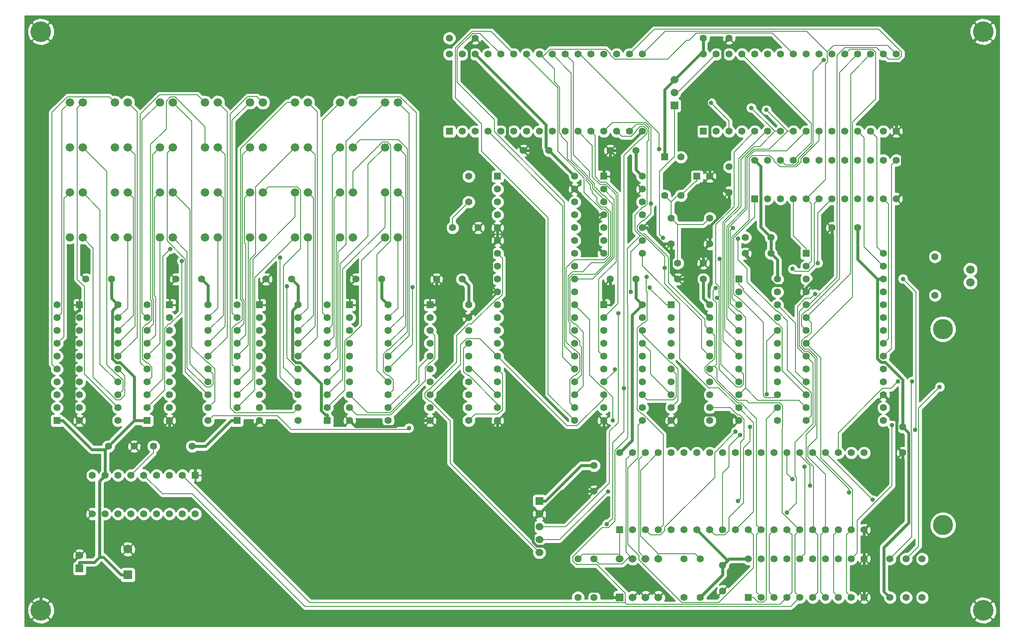
<source format=gbl>
G04 (created by PCBNEW (2013-07-07 BZR 4022)-stable) date 07/02/2017 08:59:05*
%MOIN*%
G04 Gerber Fmt 3.4, Leading zero omitted, Abs format*
%FSLAX34Y34*%
G01*
G70*
G90*
G04 APERTURE LIST*
%ADD10C,0.00590551*%
%ADD11C,0.157*%
%ADD12R,0.06X0.06*%
%ADD13C,0.06*%
%ADD14C,0.055*%
%ADD15R,0.055X0.055*%
%ADD16C,0.066*%
%ADD17C,0.056*%
%ADD18R,0.056X0.056*%
%ADD19R,0.07X0.07*%
%ADD20C,0.07*%
%ADD21C,0.16*%
%ADD22C,0.035*%
%ADD23C,0.008*%
%ADD24C,0.024*%
%ADD25C,0.01*%
G04 APERTURE END LIST*
G54D10*
G54D11*
X90620Y-49625D03*
X90620Y-34375D03*
G54D12*
X65500Y-55250D03*
G54D13*
X66500Y-55250D03*
X67500Y-55250D03*
X68500Y-55250D03*
X68500Y-52250D03*
X67500Y-52250D03*
X66500Y-52250D03*
X65500Y-52250D03*
G54D14*
X69500Y-27750D03*
X69500Y-25750D03*
X72500Y-27750D03*
X72500Y-25750D03*
G54D15*
X21750Y-41500D03*
G54D14*
X21750Y-40500D03*
X21750Y-39500D03*
X21750Y-38500D03*
X21750Y-37500D03*
X21750Y-36500D03*
X21750Y-35500D03*
X21750Y-34500D03*
X21750Y-33500D03*
X21750Y-32500D03*
G54D15*
X35750Y-41500D03*
G54D14*
X35750Y-40500D03*
X35750Y-39500D03*
X35750Y-38500D03*
X35750Y-37500D03*
X35750Y-36500D03*
X35750Y-35500D03*
X35750Y-34500D03*
X35750Y-33500D03*
X35750Y-32500D03*
G54D15*
X28750Y-41500D03*
G54D14*
X28750Y-40500D03*
X28750Y-39500D03*
X28750Y-38500D03*
X28750Y-37500D03*
X28750Y-36500D03*
X28750Y-35500D03*
X28750Y-34500D03*
X28750Y-33500D03*
X28750Y-32500D03*
G54D15*
X42750Y-41500D03*
G54D14*
X42750Y-40500D03*
X42750Y-39500D03*
X42750Y-38500D03*
X42750Y-37500D03*
X42750Y-36500D03*
X42750Y-35500D03*
X42750Y-34500D03*
X42750Y-33500D03*
X42750Y-32500D03*
X70500Y-55250D03*
X70500Y-52250D03*
X70250Y-21000D03*
X70250Y-24000D03*
X71750Y-55250D03*
X71750Y-52250D03*
X63500Y-55250D03*
X63500Y-52250D03*
X62250Y-55250D03*
X62250Y-52250D03*
X32250Y-43500D03*
X29250Y-43500D03*
X90000Y-31750D03*
X90000Y-28750D03*
G54D12*
X59250Y-47750D03*
G54D13*
X59250Y-48750D03*
X59250Y-49750D03*
X59250Y-50750D03*
X59250Y-51750D03*
G54D12*
X69750Y-17000D03*
G54D13*
X69750Y-16000D03*
X69750Y-15000D03*
G54D16*
X33250Y-16750D03*
X34250Y-16750D03*
X29750Y-16750D03*
X30750Y-16750D03*
X29750Y-23750D03*
X30750Y-23750D03*
X29750Y-20250D03*
X30750Y-20250D03*
X36750Y-27250D03*
X37750Y-27250D03*
X33250Y-20250D03*
X34250Y-20250D03*
X33250Y-23750D03*
X34250Y-23750D03*
X33250Y-27250D03*
X34250Y-27250D03*
X47250Y-20250D03*
X48250Y-20250D03*
X29750Y-27250D03*
X30750Y-27250D03*
X47250Y-27250D03*
X48250Y-27250D03*
X47250Y-23750D03*
X48250Y-23750D03*
X47250Y-16750D03*
X48250Y-16750D03*
X43750Y-16750D03*
X44750Y-16750D03*
X43750Y-20250D03*
X44750Y-20250D03*
X43750Y-23750D03*
X44750Y-23750D03*
X43750Y-27250D03*
X44750Y-27250D03*
X92750Y-30750D03*
X92750Y-29750D03*
X26250Y-23750D03*
X27250Y-23750D03*
X26250Y-20250D03*
X27250Y-20250D03*
X26250Y-16750D03*
X27250Y-16750D03*
X22750Y-16750D03*
X23750Y-16750D03*
X22750Y-20250D03*
X23750Y-20250D03*
X22750Y-23750D03*
X23750Y-23750D03*
X22750Y-27250D03*
X23750Y-27250D03*
X26250Y-27250D03*
X27250Y-27250D03*
X36750Y-23750D03*
X37750Y-23750D03*
X40250Y-27250D03*
X41250Y-27250D03*
X40250Y-23750D03*
X41250Y-23750D03*
X40250Y-20250D03*
X41250Y-20250D03*
X40250Y-16750D03*
X41250Y-16750D03*
X36750Y-16750D03*
X37750Y-16750D03*
X36750Y-20250D03*
X37750Y-20250D03*
G54D17*
X53750Y-24500D03*
X53750Y-22500D03*
G54D18*
X69000Y-21000D03*
G54D17*
X69000Y-24000D03*
G54D15*
X65500Y-50000D03*
G54D14*
X66500Y-50000D03*
X67500Y-50000D03*
X68500Y-50000D03*
X69500Y-50000D03*
X70500Y-50000D03*
X71500Y-50000D03*
X72500Y-50000D03*
X73500Y-50000D03*
X74500Y-50000D03*
X75500Y-50000D03*
X76500Y-50000D03*
X77500Y-50000D03*
X78500Y-50000D03*
X79500Y-50000D03*
X80500Y-50000D03*
X81500Y-50000D03*
X82500Y-50000D03*
X83500Y-50000D03*
X84500Y-50000D03*
X84500Y-44000D03*
X83500Y-44000D03*
X82500Y-44000D03*
X81500Y-44000D03*
X80500Y-44000D03*
X79500Y-44000D03*
X78500Y-44000D03*
X77500Y-44000D03*
X76500Y-44000D03*
X75500Y-44000D03*
X74500Y-44000D03*
X73500Y-44000D03*
X72500Y-44000D03*
X71500Y-44000D03*
X70500Y-44000D03*
X69500Y-44000D03*
X68500Y-44000D03*
X67500Y-44000D03*
X66500Y-44000D03*
X65500Y-44000D03*
G54D15*
X56000Y-22500D03*
G54D14*
X56000Y-23500D03*
X56000Y-24500D03*
X56000Y-25500D03*
X56000Y-26500D03*
X56000Y-27500D03*
X56000Y-28500D03*
X56000Y-29500D03*
X56000Y-30500D03*
X56000Y-31500D03*
X56000Y-32500D03*
X56000Y-33500D03*
X56000Y-34500D03*
X56000Y-35500D03*
X56000Y-36500D03*
X56000Y-37500D03*
X56000Y-38500D03*
X56000Y-39500D03*
X56000Y-40500D03*
X56000Y-41500D03*
X62000Y-41500D03*
X62000Y-40500D03*
X62000Y-39500D03*
X62000Y-38500D03*
X62000Y-37500D03*
X62000Y-36500D03*
X62000Y-35500D03*
X62000Y-34500D03*
X62000Y-33500D03*
X62000Y-32500D03*
X62000Y-31500D03*
X62000Y-30500D03*
X62000Y-29500D03*
X62000Y-28500D03*
X62000Y-27500D03*
X62000Y-26500D03*
X62000Y-25500D03*
X62000Y-24500D03*
X62000Y-23500D03*
X62000Y-22500D03*
G54D15*
X72000Y-19000D03*
G54D14*
X73000Y-19000D03*
X74000Y-19000D03*
X75000Y-19000D03*
X76000Y-19000D03*
X77000Y-19000D03*
X78000Y-19000D03*
X79000Y-19000D03*
X80000Y-19000D03*
X81000Y-19000D03*
X82000Y-19000D03*
X83000Y-19000D03*
X84000Y-19000D03*
X85000Y-19000D03*
X86000Y-19000D03*
X87000Y-19000D03*
X87000Y-13000D03*
X86000Y-13000D03*
X85000Y-13000D03*
X84000Y-13000D03*
X83000Y-13000D03*
X82000Y-13000D03*
X81000Y-13000D03*
X80000Y-13000D03*
X79000Y-13000D03*
X78000Y-13000D03*
X77000Y-13000D03*
X76000Y-13000D03*
X75000Y-13000D03*
X74000Y-13000D03*
X73000Y-13000D03*
X72000Y-13000D03*
G54D15*
X52250Y-19000D03*
G54D14*
X53250Y-19000D03*
X54250Y-19000D03*
X55250Y-19000D03*
X56250Y-19000D03*
X57250Y-19000D03*
X58250Y-19000D03*
X59250Y-19000D03*
X60250Y-19000D03*
X61250Y-19000D03*
X62250Y-19000D03*
X63250Y-19000D03*
X64250Y-19000D03*
X65250Y-19000D03*
X66250Y-19000D03*
X67250Y-19000D03*
X67250Y-13000D03*
X66250Y-13000D03*
X65250Y-13000D03*
X64250Y-13000D03*
X63250Y-13000D03*
X62250Y-13000D03*
X61250Y-13000D03*
X60250Y-13000D03*
X59250Y-13000D03*
X58250Y-13000D03*
X57250Y-13000D03*
X56250Y-13000D03*
X55250Y-13000D03*
X54250Y-13000D03*
X53250Y-13000D03*
X52250Y-13000D03*
G54D15*
X80000Y-28500D03*
G54D14*
X80000Y-29500D03*
X80000Y-30500D03*
X80000Y-31500D03*
X80000Y-32500D03*
X80000Y-33500D03*
X80000Y-34500D03*
X80000Y-35500D03*
X80000Y-36500D03*
X80000Y-37500D03*
X80000Y-38500D03*
X80000Y-39500D03*
X80000Y-40500D03*
X80000Y-41500D03*
X86000Y-41500D03*
X86000Y-40500D03*
X86000Y-39500D03*
X86000Y-38500D03*
X86000Y-37500D03*
X86000Y-36500D03*
X86000Y-35500D03*
X86000Y-34500D03*
X86000Y-33500D03*
X86000Y-32500D03*
X86000Y-31500D03*
X86000Y-30500D03*
X86000Y-29500D03*
X86000Y-28500D03*
G54D15*
X76000Y-24250D03*
G54D14*
X77000Y-24250D03*
X78000Y-24250D03*
X79000Y-24250D03*
X80000Y-24250D03*
X81000Y-24250D03*
X82000Y-24250D03*
X83000Y-24250D03*
X84000Y-24250D03*
X85000Y-24250D03*
X86000Y-24250D03*
X87000Y-24250D03*
X87000Y-21250D03*
X86000Y-21250D03*
X85000Y-21250D03*
X84000Y-21250D03*
X83000Y-21250D03*
X82000Y-21250D03*
X81000Y-21250D03*
X80000Y-21250D03*
X79000Y-21250D03*
X78000Y-21250D03*
X77000Y-21250D03*
X76000Y-21250D03*
G54D15*
X74750Y-30500D03*
G54D14*
X74750Y-31500D03*
X74750Y-32500D03*
X74750Y-33500D03*
X74750Y-34500D03*
X74750Y-35500D03*
X74750Y-36500D03*
X74750Y-37500D03*
X74750Y-38500D03*
X74750Y-39500D03*
X74750Y-40500D03*
X74750Y-41500D03*
X77750Y-41500D03*
X77750Y-40500D03*
X77750Y-39500D03*
X77750Y-38500D03*
X77750Y-37500D03*
X77750Y-36500D03*
X77750Y-35500D03*
X77750Y-34500D03*
X77750Y-33500D03*
X77750Y-32500D03*
X77750Y-31500D03*
X77750Y-30500D03*
G54D15*
X44500Y-32500D03*
G54D14*
X44500Y-33500D03*
X44500Y-34500D03*
X44500Y-35500D03*
X44500Y-36500D03*
X44500Y-37500D03*
X44500Y-38500D03*
X44500Y-39500D03*
X44500Y-40500D03*
X44500Y-41500D03*
X47500Y-41500D03*
X47500Y-40500D03*
X47500Y-39500D03*
X47500Y-38500D03*
X47500Y-37500D03*
X47500Y-36500D03*
X47500Y-35500D03*
X47500Y-34500D03*
X47500Y-33500D03*
X47500Y-32500D03*
G54D15*
X37500Y-32500D03*
G54D14*
X37500Y-33500D03*
X37500Y-34500D03*
X37500Y-35500D03*
X37500Y-36500D03*
X37500Y-37500D03*
X37500Y-38500D03*
X37500Y-39500D03*
X37500Y-40500D03*
X37500Y-41500D03*
X40500Y-41500D03*
X40500Y-40500D03*
X40500Y-39500D03*
X40500Y-38500D03*
X40500Y-37500D03*
X40500Y-36500D03*
X40500Y-35500D03*
X40500Y-34500D03*
X40500Y-33500D03*
X40500Y-32500D03*
G54D15*
X64250Y-32500D03*
G54D14*
X64250Y-33500D03*
X64250Y-34500D03*
X64250Y-35500D03*
X64250Y-36500D03*
X64250Y-37500D03*
X64250Y-38500D03*
X64250Y-39500D03*
X64250Y-40500D03*
X64250Y-41500D03*
X67250Y-41500D03*
X67250Y-40500D03*
X67250Y-39500D03*
X67250Y-38500D03*
X67250Y-37500D03*
X67250Y-36500D03*
X67250Y-35500D03*
X67250Y-34500D03*
X67250Y-33500D03*
X67250Y-32500D03*
G54D15*
X30500Y-32500D03*
G54D14*
X30500Y-33500D03*
X30500Y-34500D03*
X30500Y-35500D03*
X30500Y-36500D03*
X30500Y-37500D03*
X30500Y-38500D03*
X30500Y-39500D03*
X30500Y-40500D03*
X30500Y-41500D03*
X33500Y-41500D03*
X33500Y-40500D03*
X33500Y-39500D03*
X33500Y-38500D03*
X33500Y-37500D03*
X33500Y-36500D03*
X33500Y-35500D03*
X33500Y-34500D03*
X33500Y-33500D03*
X33500Y-32500D03*
G54D15*
X23500Y-32500D03*
G54D14*
X23500Y-33500D03*
X23500Y-34500D03*
X23500Y-35500D03*
X23500Y-36500D03*
X23500Y-37500D03*
X23500Y-38500D03*
X23500Y-39500D03*
X23500Y-40500D03*
X23500Y-41500D03*
X26500Y-41500D03*
X26500Y-40500D03*
X26500Y-39500D03*
X26500Y-38500D03*
X26500Y-37500D03*
X26500Y-36500D03*
X26500Y-35500D03*
X26500Y-34500D03*
X26500Y-33500D03*
X26500Y-32500D03*
G54D15*
X50750Y-32500D03*
G54D14*
X50750Y-33500D03*
X50750Y-34500D03*
X50750Y-35500D03*
X50750Y-36500D03*
X50750Y-37500D03*
X50750Y-38500D03*
X50750Y-39500D03*
X50750Y-40500D03*
X50750Y-41500D03*
X53750Y-41500D03*
X53750Y-40500D03*
X53750Y-39500D03*
X53750Y-38500D03*
X53750Y-37500D03*
X53750Y-36500D03*
X53750Y-35500D03*
X53750Y-34500D03*
X53750Y-33500D03*
X53750Y-32500D03*
G54D15*
X75500Y-55250D03*
G54D14*
X76500Y-55250D03*
X77500Y-55250D03*
X78500Y-55250D03*
X79500Y-55250D03*
X80500Y-55250D03*
X81500Y-55250D03*
X82500Y-55250D03*
X83500Y-55250D03*
X84500Y-55250D03*
X84500Y-52250D03*
X83500Y-52250D03*
X82500Y-52250D03*
X81500Y-52250D03*
X80500Y-52250D03*
X79500Y-52250D03*
X78500Y-52250D03*
X77500Y-52250D03*
X76500Y-52250D03*
X75500Y-52250D03*
G54D15*
X69500Y-32500D03*
G54D14*
X69500Y-33500D03*
X69500Y-34500D03*
X69500Y-35500D03*
X69500Y-36500D03*
X69500Y-37500D03*
X69500Y-38500D03*
X69500Y-39500D03*
X69500Y-40500D03*
X69500Y-41500D03*
X72500Y-41500D03*
X72500Y-40500D03*
X72500Y-39500D03*
X72500Y-38500D03*
X72500Y-37500D03*
X72500Y-36500D03*
X72500Y-35500D03*
X72500Y-34500D03*
X72500Y-33500D03*
X72500Y-32500D03*
G54D15*
X32500Y-45750D03*
G54D14*
X31500Y-45750D03*
X30500Y-45750D03*
X29500Y-45750D03*
X28500Y-45750D03*
X27500Y-45750D03*
X26500Y-45750D03*
X25500Y-45750D03*
X24500Y-45750D03*
X24500Y-48750D03*
X25500Y-48750D03*
X26500Y-48750D03*
X27500Y-48750D03*
X28500Y-48750D03*
X29500Y-48750D03*
X30500Y-48750D03*
X31500Y-48750D03*
X32500Y-48750D03*
G54D19*
X27250Y-53500D03*
G54D20*
X27250Y-51500D03*
G54D14*
X52250Y-11750D03*
X54250Y-11750D03*
X53250Y-30500D03*
X51250Y-30500D03*
X26000Y-30500D03*
X24000Y-30500D03*
X33000Y-30500D03*
X31000Y-30500D03*
X40000Y-30500D03*
X38000Y-30500D03*
X47000Y-30500D03*
X45000Y-30500D03*
X72000Y-11750D03*
X74000Y-11750D03*
X77250Y-28500D03*
X75250Y-28500D03*
X87500Y-42000D03*
X87500Y-44000D03*
X74000Y-21750D03*
X74000Y-23750D03*
X73500Y-52750D03*
X73500Y-54750D03*
X60000Y-20500D03*
X58000Y-20500D03*
X25750Y-43500D03*
X27750Y-43500D03*
X66750Y-30500D03*
X64750Y-30500D03*
X63500Y-45000D03*
X63500Y-47000D03*
X52500Y-26500D03*
X54500Y-26500D03*
X70000Y-29250D03*
X72000Y-29250D03*
X77250Y-27250D03*
X75250Y-27250D03*
X84000Y-26500D03*
X82000Y-26500D03*
X72000Y-30500D03*
X70000Y-30500D03*
G54D15*
X71500Y-22500D03*
G54D14*
X72500Y-22500D03*
G54D21*
X20500Y-11250D03*
X93750Y-11250D03*
X20500Y-56250D03*
X93750Y-56250D03*
G54D12*
X23500Y-53000D03*
G54D13*
X23500Y-52000D03*
G54D14*
X87750Y-55250D03*
X87750Y-52250D03*
X89000Y-55250D03*
X89000Y-52250D03*
X86500Y-52250D03*
X86500Y-55250D03*
G54D15*
X64250Y-22500D03*
G54D14*
X64250Y-23500D03*
X64250Y-24500D03*
X64250Y-25500D03*
X64250Y-26500D03*
X64250Y-27500D03*
X64250Y-28500D03*
X67250Y-28500D03*
X67250Y-27500D03*
X67250Y-26500D03*
X67250Y-25500D03*
X67250Y-24500D03*
X67250Y-23500D03*
X67250Y-22500D03*
X66750Y-20500D03*
X64750Y-20500D03*
G54D22*
X78939Y-29699D03*
X80900Y-29242D03*
X76898Y-17335D03*
X75721Y-17170D03*
X73059Y-31947D03*
X65109Y-37509D03*
X64973Y-41500D03*
X80685Y-31642D03*
X78500Y-48642D03*
X74505Y-42342D03*
X67587Y-30331D03*
X67909Y-24625D03*
X65818Y-38990D03*
X64487Y-49557D03*
X69004Y-29634D03*
X72950Y-31202D03*
X74692Y-47736D03*
X49110Y-42072D03*
X87120Y-38461D03*
X85154Y-47665D03*
X83322Y-47086D03*
X80297Y-46538D03*
X78910Y-46042D03*
X74701Y-27340D03*
X87508Y-30472D03*
X88448Y-42227D03*
X73251Y-28923D03*
X72584Y-16778D03*
X75628Y-42002D03*
X74861Y-42618D03*
X74302Y-26524D03*
X68873Y-27286D03*
X79865Y-45091D03*
X86672Y-41861D03*
X68553Y-20387D03*
X67837Y-31157D03*
X81367Y-13467D03*
X76924Y-39453D03*
X66352Y-31474D03*
X30549Y-28163D03*
X90369Y-38875D03*
X88232Y-38441D03*
X39087Y-28813D03*
X65388Y-33140D03*
X64575Y-47006D03*
X39630Y-31056D03*
X31449Y-29083D03*
X49401Y-31120D03*
G54D23*
X63575Y-19325D02*
X63250Y-19000D01*
X63575Y-22532D02*
X63575Y-19325D01*
X63997Y-22953D02*
X63575Y-22532D01*
X64433Y-22953D02*
X63997Y-22953D01*
X65350Y-23869D02*
X64433Y-22953D01*
X65350Y-32399D02*
X65350Y-23869D01*
X64250Y-33500D02*
X65350Y-32399D01*
X78125Y-37625D02*
X80000Y-39500D01*
X78125Y-34304D02*
X78125Y-37625D01*
X77820Y-34000D02*
X78125Y-34304D01*
X77719Y-34000D02*
X77820Y-34000D01*
X75125Y-31405D02*
X77719Y-34000D01*
X75125Y-31250D02*
X75125Y-31405D01*
X74750Y-30875D02*
X75125Y-31250D01*
X74750Y-30500D02*
X74750Y-30875D01*
X63365Y-20115D02*
X62250Y-19000D01*
X63365Y-22540D02*
X63365Y-20115D01*
X63947Y-23122D02*
X63365Y-22540D01*
X64404Y-23122D02*
X63947Y-23122D01*
X65210Y-23927D02*
X64404Y-23122D01*
X65210Y-29144D02*
X65210Y-23927D01*
X63869Y-30484D02*
X65210Y-29144D01*
X63869Y-36119D02*
X63869Y-30484D01*
X64250Y-36500D02*
X63869Y-36119D01*
X62670Y-38829D02*
X62000Y-39500D01*
X62670Y-34606D02*
X62670Y-38829D01*
X62063Y-34000D02*
X62670Y-34606D01*
X61959Y-34000D02*
X62063Y-34000D01*
X61621Y-33662D02*
X61959Y-34000D01*
X61621Y-30339D02*
X61621Y-33662D01*
X61855Y-30105D02*
X61621Y-30339D01*
X63597Y-30105D02*
X61855Y-30105D01*
X64929Y-28772D02*
X63597Y-30105D01*
X64929Y-24643D02*
X64929Y-28772D01*
X64286Y-24000D02*
X64929Y-24643D01*
X64218Y-24000D02*
X64286Y-24000D01*
X63516Y-23298D02*
X64218Y-24000D01*
X63516Y-23047D02*
X63516Y-23298D01*
X63155Y-22687D02*
X63516Y-23047D01*
X63155Y-22106D02*
X63155Y-22687D01*
X61874Y-20826D02*
X63155Y-22106D01*
X61874Y-13624D02*
X61874Y-20826D01*
X61250Y-13000D02*
X61874Y-13624D01*
X59250Y-13000D02*
X59477Y-13227D01*
X77368Y-11368D02*
X79000Y-13000D01*
X71442Y-11368D02*
X77368Y-11368D01*
X70890Y-11920D02*
X71442Y-11368D01*
X70692Y-11920D02*
X70890Y-11920D01*
X69229Y-13383D02*
X70692Y-11920D01*
X65083Y-13383D02*
X69229Y-13383D01*
X64750Y-13049D02*
X65083Y-13383D01*
X64750Y-12941D02*
X64750Y-13049D01*
X64432Y-12623D02*
X64750Y-12941D01*
X60080Y-12623D02*
X64432Y-12623D01*
X59477Y-13227D02*
X60080Y-12623D01*
X62530Y-37969D02*
X62000Y-38500D01*
X62530Y-35778D02*
X62530Y-37969D01*
X62375Y-35622D02*
X62530Y-35778D01*
X62375Y-35312D02*
X62375Y-35622D01*
X62063Y-35000D02*
X62375Y-35312D01*
X61959Y-35000D02*
X62063Y-35000D01*
X61619Y-34660D02*
X61959Y-35000D01*
X61619Y-33875D02*
X61619Y-34660D01*
X61479Y-33735D02*
X61619Y-33875D01*
X61479Y-30259D02*
X61479Y-33735D01*
X61834Y-29904D02*
X61479Y-30259D01*
X62611Y-29904D02*
X61834Y-29904D01*
X63287Y-29228D02*
X62611Y-29904D01*
X64275Y-29228D02*
X63287Y-29228D01*
X64789Y-28714D02*
X64275Y-29228D01*
X64789Y-25282D02*
X64789Y-28714D01*
X64400Y-24893D02*
X64789Y-25282D01*
X64280Y-24893D02*
X64400Y-24893D01*
X64262Y-24875D02*
X64280Y-24893D01*
X64064Y-24875D02*
X64262Y-24875D01*
X63710Y-24521D02*
X64064Y-24875D01*
X63710Y-24158D02*
X63710Y-24521D01*
X63351Y-23799D02*
X63710Y-24158D01*
X63351Y-23601D02*
X63351Y-23799D01*
X63235Y-23485D02*
X63351Y-23601D01*
X63235Y-23179D02*
X63235Y-23485D01*
X62875Y-22819D02*
X63235Y-23179D01*
X62875Y-22565D02*
X62875Y-22819D01*
X61439Y-21129D02*
X62875Y-22565D01*
X61439Y-19854D02*
X61439Y-21129D01*
X60960Y-19375D02*
X61439Y-19854D01*
X60960Y-19258D02*
X60960Y-19375D01*
X60820Y-19118D02*
X60960Y-19258D01*
X60820Y-15570D02*
X60820Y-19118D01*
X60415Y-15165D02*
X60820Y-15570D01*
X60415Y-14165D02*
X60415Y-15165D01*
X59477Y-13227D02*
X60415Y-14165D01*
X61055Y-36555D02*
X62000Y-37500D01*
X61055Y-24805D02*
X61055Y-36555D01*
X55250Y-19000D02*
X61055Y-24805D01*
X54624Y-11374D02*
X56250Y-13000D01*
X54074Y-11374D02*
X54624Y-11374D01*
X52863Y-12585D02*
X54074Y-11374D01*
X52863Y-15196D02*
X52863Y-12585D01*
X55750Y-18082D02*
X52863Y-15196D01*
X55750Y-19030D02*
X55750Y-18082D01*
X61195Y-24476D02*
X55750Y-19030D01*
X61195Y-35695D02*
X61195Y-24476D01*
X62000Y-36500D02*
X61195Y-35695D01*
X79114Y-29875D02*
X78939Y-29699D01*
X80160Y-29875D02*
X79114Y-29875D01*
X80619Y-29415D02*
X80160Y-29875D01*
X80619Y-24630D02*
X80619Y-29415D01*
X81000Y-24250D02*
X80619Y-24630D01*
X80900Y-25349D02*
X82000Y-24250D01*
X80900Y-29242D02*
X80900Y-25349D01*
X74232Y-31982D02*
X74750Y-32500D01*
X74232Y-27221D02*
X74232Y-31982D01*
X75567Y-25886D02*
X74232Y-27221D01*
X75567Y-21134D02*
X75567Y-25886D01*
X75828Y-20872D02*
X75567Y-21134D01*
X77158Y-20872D02*
X75828Y-20872D01*
X77500Y-21214D02*
X77158Y-20872D01*
X77500Y-21317D02*
X77500Y-21214D01*
X77947Y-21765D02*
X77500Y-21317D01*
X79217Y-21765D02*
X77947Y-21765D01*
X79590Y-21392D02*
X79217Y-21765D01*
X79590Y-21121D02*
X79590Y-21392D01*
X81000Y-19711D02*
X79590Y-21121D01*
X81000Y-19000D02*
X81000Y-19711D01*
X73952Y-32702D02*
X74750Y-33500D01*
X73952Y-26485D02*
X73952Y-32702D01*
X75403Y-25034D02*
X73952Y-26485D01*
X75403Y-21100D02*
X75403Y-25034D01*
X75969Y-20534D02*
X75403Y-21100D01*
X78465Y-20534D02*
X75969Y-20534D01*
X80000Y-19000D02*
X78465Y-20534D01*
X78562Y-19000D02*
X78547Y-18984D01*
X79000Y-19000D02*
X78562Y-19000D01*
X77138Y-20394D02*
X78547Y-18984D01*
X75911Y-20394D02*
X77138Y-20394D01*
X75259Y-21046D02*
X75911Y-20394D01*
X75259Y-24966D02*
X75259Y-21046D01*
X73812Y-26413D02*
X75259Y-24966D01*
X73812Y-33562D02*
X73812Y-26413D01*
X74750Y-34500D02*
X73812Y-33562D01*
X78547Y-18984D02*
X76898Y-17335D01*
X76378Y-20170D02*
X77549Y-18999D01*
X75928Y-20170D02*
X76378Y-20170D01*
X74908Y-21190D02*
X75928Y-20170D01*
X74908Y-24871D02*
X74908Y-21190D01*
X73667Y-26112D02*
X74908Y-24871D01*
X73667Y-34417D02*
X73667Y-26112D01*
X74750Y-35500D02*
X73667Y-34417D01*
X77550Y-19000D02*
X77549Y-18999D01*
X78000Y-19000D02*
X77550Y-19000D01*
X77549Y-18999D02*
X75721Y-17170D01*
X73527Y-35277D02*
X74750Y-36500D01*
X73527Y-26054D02*
X73527Y-35277D01*
X74768Y-24813D02*
X73527Y-26054D01*
X74768Y-21132D02*
X74768Y-24813D01*
X76900Y-19000D02*
X74768Y-21132D01*
X77000Y-19000D02*
X76900Y-19000D01*
X75134Y-37884D02*
X74750Y-37500D01*
X75134Y-38657D02*
X75134Y-37884D01*
X74898Y-38893D02*
X75134Y-38657D01*
X74583Y-38893D02*
X74898Y-38893D01*
X73216Y-37526D02*
X74583Y-38893D01*
X73216Y-31981D02*
X73216Y-37526D01*
X73167Y-31932D02*
X73216Y-31981D01*
X73075Y-31932D02*
X73059Y-31947D01*
X73167Y-31932D02*
X73075Y-31932D01*
X74375Y-20624D02*
X76000Y-19000D01*
X74375Y-24836D02*
X74375Y-20624D01*
X72949Y-26262D02*
X74375Y-24836D01*
X72949Y-30812D02*
X72949Y-26262D01*
X73225Y-31088D02*
X72949Y-30812D01*
X73225Y-31874D02*
X73225Y-31088D01*
X73167Y-31932D02*
X73225Y-31874D01*
X59936Y-39436D02*
X62000Y-41500D01*
X59936Y-25726D02*
X59936Y-39436D01*
X54750Y-20540D02*
X59936Y-25726D01*
X54750Y-18412D02*
X54750Y-20540D01*
X52723Y-16385D02*
X54750Y-18412D01*
X52723Y-12527D02*
X52723Y-16385D01*
X54018Y-11232D02*
X52723Y-12527D01*
X55482Y-11232D02*
X54018Y-11232D01*
X57250Y-13000D02*
X55482Y-11232D01*
X61623Y-40123D02*
X62000Y-40500D01*
X61623Y-38318D02*
X61623Y-40123D01*
X61941Y-38000D02*
X61623Y-38318D01*
X62047Y-38000D02*
X61941Y-38000D01*
X62390Y-37656D02*
X62047Y-38000D01*
X62390Y-36357D02*
X62390Y-37656D01*
X62032Y-36000D02*
X62390Y-36357D01*
X61963Y-36000D02*
X62032Y-36000D01*
X61339Y-35375D02*
X61963Y-36000D01*
X61339Y-29627D02*
X61339Y-35375D01*
X61966Y-29000D02*
X61339Y-29627D01*
X64299Y-29000D02*
X61966Y-29000D01*
X64633Y-28666D02*
X64299Y-29000D01*
X64633Y-25337D02*
X64633Y-28666D01*
X64364Y-25068D02*
X64633Y-25337D01*
X64059Y-25068D02*
X64364Y-25068D01*
X62735Y-23744D02*
X64059Y-25068D01*
X62735Y-22623D02*
X62735Y-23744D01*
X60679Y-20568D02*
X62735Y-22623D01*
X60679Y-15628D02*
X60679Y-20568D01*
X58250Y-13198D02*
X60679Y-15628D01*
X58250Y-13000D02*
X58250Y-13198D01*
X65109Y-37640D02*
X64250Y-38500D01*
X65109Y-37509D02*
X65109Y-37640D01*
X54622Y-35122D02*
X56000Y-36500D01*
X53574Y-35122D02*
X54622Y-35122D01*
X53108Y-35587D02*
X53574Y-35122D01*
X53108Y-37141D02*
X53108Y-35587D01*
X50750Y-39500D02*
X53108Y-37141D01*
X61390Y-41890D02*
X56000Y-36500D01*
X62172Y-41890D02*
X61390Y-41890D01*
X64250Y-39813D02*
X62172Y-41890D01*
X64250Y-39500D02*
X64250Y-39813D01*
X67625Y-39875D02*
X67250Y-39500D01*
X69669Y-39875D02*
X67625Y-39875D01*
X69876Y-39668D02*
X69669Y-39875D01*
X69876Y-37876D02*
X69876Y-39668D01*
X69500Y-37500D02*
X69876Y-37876D01*
X54250Y-41000D02*
X53750Y-41500D01*
X56038Y-41000D02*
X54250Y-41000D01*
X56375Y-40662D02*
X56038Y-41000D01*
X56375Y-37875D02*
X56375Y-40662D01*
X56000Y-37500D02*
X56375Y-37875D01*
X67874Y-36124D02*
X67250Y-35500D01*
X67874Y-37874D02*
X67874Y-36124D01*
X69500Y-39500D02*
X67874Y-37874D01*
X54000Y-37500D02*
X53750Y-37500D01*
X56000Y-39500D02*
X54000Y-37500D01*
X67250Y-34780D02*
X67250Y-34500D01*
X69469Y-37000D02*
X67250Y-34780D01*
X69531Y-37000D02*
X69469Y-37000D01*
X70031Y-37499D02*
X69531Y-37000D01*
X70031Y-39968D02*
X70031Y-37499D01*
X69500Y-40500D02*
X70031Y-39968D01*
X53366Y-35883D02*
X53750Y-35500D01*
X53366Y-37687D02*
X53366Y-35883D01*
X53679Y-38000D02*
X53366Y-37687D01*
X53780Y-38000D02*
X53679Y-38000D01*
X56000Y-40219D02*
X53780Y-38000D01*
X56000Y-40500D02*
X56000Y-40219D01*
X66909Y-41840D02*
X67250Y-41500D01*
X66909Y-44387D02*
X66909Y-41840D01*
X66122Y-45174D02*
X66909Y-44387D01*
X66122Y-51118D02*
X66122Y-45174D01*
X67000Y-51996D02*
X66122Y-51118D01*
X67000Y-52321D02*
X67000Y-51996D01*
X70320Y-55641D02*
X67000Y-52321D01*
X73177Y-55641D02*
X70320Y-55641D01*
X75882Y-52936D02*
X73177Y-55641D01*
X75882Y-50382D02*
X75882Y-52936D01*
X75500Y-50000D02*
X75882Y-50382D01*
X64973Y-39675D02*
X64973Y-41500D01*
X64175Y-38877D02*
X64973Y-39675D01*
X64083Y-38877D02*
X64175Y-38877D01*
X63159Y-37954D02*
X64083Y-38877D01*
X63159Y-33659D02*
X63159Y-37954D01*
X62000Y-32500D02*
X63159Y-33659D01*
X79326Y-35826D02*
X80000Y-36500D01*
X79326Y-32613D02*
X79326Y-35826D01*
X79940Y-32000D02*
X79326Y-32613D01*
X80328Y-32000D02*
X79940Y-32000D01*
X80685Y-31642D02*
X80328Y-32000D01*
X79208Y-47934D02*
X78500Y-48642D01*
X79208Y-45930D02*
X79208Y-47934D01*
X79107Y-45829D02*
X79208Y-45930D01*
X79107Y-43186D02*
X79107Y-45829D01*
X80528Y-41765D02*
X79107Y-43186D01*
X80528Y-37028D02*
X80528Y-41765D01*
X80000Y-36500D02*
X80528Y-37028D01*
X86624Y-21625D02*
X87000Y-21250D01*
X86624Y-35875D02*
X86624Y-21625D01*
X86000Y-36500D02*
X86624Y-35875D01*
X72875Y-43973D02*
X74505Y-42342D01*
X72875Y-45906D02*
X72875Y-43973D01*
X69000Y-49781D02*
X72875Y-45906D01*
X69000Y-50046D02*
X69000Y-49781D01*
X68664Y-50381D02*
X69000Y-50046D01*
X67881Y-50381D02*
X68664Y-50381D01*
X67500Y-50000D02*
X67881Y-50381D01*
X86389Y-35110D02*
X86000Y-35500D01*
X86389Y-24639D02*
X86389Y-35110D01*
X86000Y-24250D02*
X86389Y-24639D01*
X67561Y-30357D02*
X67587Y-30331D01*
X67561Y-31423D02*
X67561Y-30357D01*
X67628Y-31490D02*
X67561Y-31423D01*
X67628Y-33678D02*
X67628Y-31490D01*
X67428Y-33878D02*
X67628Y-33678D01*
X67319Y-33878D02*
X67428Y-33878D01*
X66867Y-34331D02*
X67319Y-33878D01*
X66867Y-40660D02*
X66867Y-34331D01*
X67207Y-41000D02*
X66867Y-40660D01*
X67306Y-41000D02*
X67207Y-41000D01*
X68882Y-42576D02*
X67306Y-41000D01*
X68882Y-49617D02*
X68882Y-42576D01*
X68500Y-50000D02*
X68882Y-49617D01*
X45880Y-40880D02*
X44500Y-39500D01*
X47659Y-40880D02*
X45880Y-40880D01*
X49893Y-38646D02*
X47659Y-40880D01*
X49893Y-37356D02*
X49893Y-38646D01*
X50750Y-36500D02*
X49893Y-37356D01*
X45046Y-41046D02*
X44500Y-40500D01*
X47701Y-41046D02*
X45046Y-41046D01*
X50374Y-38373D02*
X47701Y-41046D01*
X50374Y-37339D02*
X50374Y-38373D01*
X50714Y-37000D02*
X50374Y-37339D01*
X50781Y-37000D02*
X50714Y-37000D01*
X51134Y-36647D02*
X50781Y-37000D01*
X51134Y-34884D02*
X51134Y-36647D01*
X50750Y-34500D02*
X51134Y-34884D01*
X84500Y-28000D02*
X86000Y-29500D01*
X84500Y-19500D02*
X84500Y-28000D01*
X84000Y-19000D02*
X84500Y-19500D01*
X64922Y-18327D02*
X64250Y-19000D01*
X67531Y-18327D02*
X64922Y-18327D01*
X67909Y-18705D02*
X67531Y-18327D01*
X67909Y-24625D02*
X67909Y-18705D01*
X67909Y-25385D02*
X67909Y-24625D01*
X67344Y-25950D02*
X67909Y-25385D01*
X67265Y-25950D02*
X67344Y-25950D01*
X66859Y-26356D02*
X67265Y-25950D01*
X66859Y-26658D02*
X66859Y-26356D01*
X67181Y-26979D02*
X66859Y-26658D01*
X67458Y-26979D02*
X67181Y-26979D01*
X69279Y-28801D02*
X67458Y-26979D01*
X69279Y-30773D02*
X69279Y-28801D01*
X72124Y-33618D02*
X69279Y-30773D01*
X72124Y-34124D02*
X72124Y-33618D01*
X72500Y-34500D02*
X72124Y-34124D01*
X76113Y-50386D02*
X76500Y-50000D01*
X76113Y-54863D02*
X76113Y-50386D01*
X76500Y-55250D02*
X76113Y-54863D01*
X72876Y-34876D02*
X72500Y-34500D01*
X72876Y-36665D02*
X72876Y-34876D01*
X72628Y-36913D02*
X72876Y-36665D01*
X72545Y-36913D02*
X72628Y-36913D01*
X72123Y-37336D02*
X72545Y-36913D01*
X72123Y-37654D02*
X72123Y-37336D01*
X72469Y-38000D02*
X72123Y-37654D01*
X72563Y-38000D02*
X72469Y-38000D01*
X72932Y-38368D02*
X72563Y-38000D01*
X72932Y-38414D02*
X72932Y-38368D01*
X74642Y-40124D02*
X72932Y-38414D01*
X74910Y-40124D02*
X74642Y-40124D01*
X76124Y-41338D02*
X74910Y-40124D01*
X76124Y-49624D02*
X76124Y-41338D01*
X76500Y-50000D02*
X76124Y-49624D01*
X77119Y-50380D02*
X77500Y-50000D01*
X77119Y-54869D02*
X77119Y-50380D01*
X77500Y-55250D02*
X77119Y-54869D01*
X85500Y-28000D02*
X86000Y-28500D01*
X85500Y-19500D02*
X85500Y-28000D01*
X85000Y-19000D02*
X85500Y-19500D01*
X65818Y-20892D02*
X65818Y-38990D01*
X67046Y-19663D02*
X65818Y-20892D01*
X67119Y-19663D02*
X67046Y-19663D01*
X67625Y-19157D02*
X67119Y-19663D01*
X67625Y-18844D02*
X67625Y-19157D01*
X67390Y-18608D02*
X67625Y-18844D01*
X67106Y-18608D02*
X67390Y-18608D01*
X66799Y-18916D02*
X67106Y-18608D01*
X66799Y-18980D02*
X66799Y-18916D01*
X66382Y-19397D02*
X66799Y-18980D01*
X65647Y-19397D02*
X66382Y-19397D01*
X65250Y-19000D02*
X65647Y-19397D01*
X64964Y-49080D02*
X64487Y-49557D01*
X64964Y-43209D02*
X64964Y-49080D01*
X65818Y-42355D02*
X64964Y-43209D01*
X65818Y-38990D02*
X65818Y-42355D01*
X79000Y-27124D02*
X80000Y-28124D01*
X79000Y-24250D02*
X79000Y-27124D01*
X80000Y-28500D02*
X80000Y-28124D01*
X69004Y-30859D02*
X69004Y-29634D01*
X71843Y-33699D02*
X69004Y-30859D01*
X71843Y-35843D02*
X71843Y-33699D01*
X72500Y-36500D02*
X71843Y-35843D01*
X78882Y-50382D02*
X78500Y-50000D01*
X78882Y-54867D02*
X78882Y-50382D01*
X78500Y-55250D02*
X78882Y-54867D01*
X67100Y-27124D02*
X67082Y-27106D01*
X67405Y-27124D02*
X67100Y-27124D01*
X69004Y-28723D02*
X67405Y-27124D01*
X69004Y-29634D02*
X69004Y-28723D01*
X66782Y-18467D02*
X66250Y-19000D01*
X67473Y-18467D02*
X66782Y-18467D01*
X67769Y-18763D02*
X67473Y-18467D01*
X67769Y-19687D02*
X67769Y-18763D01*
X67625Y-19830D02*
X67769Y-19687D01*
X67625Y-24663D02*
X67625Y-19830D01*
X67386Y-24902D02*
X67625Y-24663D01*
X67306Y-24902D02*
X67386Y-24902D01*
X66704Y-25504D02*
X67306Y-24902D01*
X66704Y-26728D02*
X66704Y-25504D01*
X67082Y-27106D02*
X66704Y-26728D01*
X66072Y-55795D02*
X65928Y-55652D01*
X77954Y-55795D02*
X66072Y-55795D01*
X78500Y-55250D02*
X77954Y-55795D01*
X41402Y-55652D02*
X31500Y-45750D01*
X65928Y-55652D02*
X41402Y-55652D01*
X66074Y-28113D02*
X67082Y-27106D01*
X66074Y-32406D02*
X66074Y-28113D01*
X66113Y-32445D02*
X66074Y-32406D01*
X66113Y-42812D02*
X66113Y-32445D01*
X65119Y-43806D02*
X66113Y-42812D01*
X65119Y-49320D02*
X65119Y-43806D01*
X64607Y-49832D02*
X65119Y-49320D01*
X64135Y-49832D02*
X64607Y-49832D01*
X61866Y-52101D02*
X64135Y-49832D01*
X61866Y-52410D02*
X61866Y-52101D01*
X62158Y-52702D02*
X61866Y-52410D01*
X63713Y-52702D02*
X62158Y-52702D01*
X65928Y-54918D02*
X63713Y-52702D01*
X65928Y-55652D02*
X65928Y-54918D01*
X79113Y-50386D02*
X79500Y-50000D01*
X79113Y-54863D02*
X79113Y-50386D01*
X79500Y-55250D02*
X79113Y-54863D01*
X80014Y-11227D02*
X81619Y-12833D01*
X69022Y-11227D02*
X80014Y-11227D01*
X67250Y-13000D02*
X69022Y-11227D01*
X81619Y-13221D02*
X81619Y-12833D01*
X81659Y-13261D02*
X81619Y-13221D01*
X81659Y-13600D02*
X81659Y-13261D01*
X81500Y-13759D02*
X81659Y-13600D01*
X81500Y-22749D02*
X81500Y-13759D01*
X80000Y-24250D02*
X81500Y-22749D01*
X86331Y-12331D02*
X87000Y-13000D01*
X82121Y-12331D02*
X86331Y-12331D01*
X81619Y-12833D02*
X82121Y-12331D01*
X78793Y-55956D02*
X79500Y-55250D01*
X41024Y-55956D02*
X78793Y-55956D01*
X32267Y-47200D02*
X41024Y-55956D01*
X29950Y-47200D02*
X32267Y-47200D01*
X28500Y-45750D02*
X29950Y-47200D01*
X72773Y-31379D02*
X72950Y-31202D01*
X72773Y-32071D02*
X72773Y-31379D01*
X73022Y-32320D02*
X72773Y-32071D01*
X73022Y-37126D02*
X73022Y-32320D01*
X72876Y-37271D02*
X73022Y-37126D01*
X73072Y-37466D02*
X72876Y-37271D01*
X73072Y-38356D02*
X73072Y-37466D01*
X74648Y-39932D02*
X73072Y-38356D01*
X75347Y-39932D02*
X74648Y-39932D01*
X75535Y-40120D02*
X75347Y-39932D01*
X77922Y-40120D02*
X75535Y-40120D01*
X78160Y-40358D02*
X77922Y-40120D01*
X78160Y-42007D02*
X78160Y-40358D01*
X78124Y-42043D02*
X78160Y-42007D01*
X78124Y-48655D02*
X78124Y-42043D01*
X79468Y-50000D02*
X78124Y-48655D01*
X79500Y-50000D02*
X79468Y-50000D01*
X72728Y-37271D02*
X72500Y-37500D01*
X72876Y-37271D02*
X72728Y-37271D01*
X80375Y-24625D02*
X80000Y-24250D01*
X80375Y-29124D02*
X80375Y-24625D01*
X80000Y-29500D02*
X80375Y-29124D01*
X86378Y-13378D02*
X86000Y-13000D01*
X87166Y-13378D02*
X86378Y-13378D01*
X87388Y-13156D02*
X87166Y-13378D01*
X87388Y-12821D02*
X87388Y-13156D01*
X85628Y-11061D02*
X87388Y-12821D01*
X68188Y-11061D02*
X85628Y-11061D01*
X66250Y-13000D02*
X68188Y-11061D01*
X80887Y-50387D02*
X80500Y-50000D01*
X80887Y-54862D02*
X80887Y-50387D01*
X80500Y-55250D02*
X80887Y-54862D01*
X85471Y-12471D02*
X86000Y-13000D01*
X82995Y-12471D02*
X85471Y-12471D01*
X82375Y-13092D02*
X82995Y-12471D01*
X82375Y-30342D02*
X82375Y-13092D01*
X80217Y-32500D02*
X82375Y-30342D01*
X80000Y-32500D02*
X80217Y-32500D01*
X79466Y-33033D02*
X80000Y-32500D01*
X79466Y-35725D02*
X79466Y-33033D01*
X79866Y-36124D02*
X79466Y-35725D01*
X80169Y-36124D02*
X79866Y-36124D01*
X80690Y-36646D02*
X80169Y-36124D01*
X80690Y-41880D02*
X80690Y-36646D01*
X79974Y-42596D02*
X80690Y-41880D01*
X79974Y-44474D02*
X79974Y-42596D01*
X80572Y-45072D02*
X79974Y-44474D01*
X80572Y-49927D02*
X80572Y-45072D01*
X80500Y-50000D02*
X80572Y-49927D01*
X81116Y-50383D02*
X81500Y-50000D01*
X81116Y-54866D02*
X81116Y-50383D01*
X81500Y-55250D02*
X81116Y-54866D01*
X83457Y-30042D02*
X80000Y-33500D01*
X83457Y-14542D02*
X83457Y-30042D01*
X85000Y-13000D02*
X83457Y-14542D01*
X80387Y-33887D02*
X80000Y-33500D01*
X80387Y-34648D02*
X80387Y-33887D01*
X80036Y-35000D02*
X80387Y-34648D01*
X79933Y-35000D02*
X80036Y-35000D01*
X79607Y-35326D02*
X79933Y-35000D01*
X79607Y-35648D02*
X79607Y-35326D01*
X79898Y-35940D02*
X79607Y-35648D01*
X80182Y-35940D02*
X79898Y-35940D01*
X80830Y-36588D02*
X80182Y-35940D01*
X80830Y-42837D02*
X80830Y-36588D01*
X80114Y-43553D02*
X80830Y-42837D01*
X80114Y-44317D02*
X80114Y-43553D01*
X81500Y-45702D02*
X80114Y-44317D01*
X81500Y-50000D02*
X81500Y-45702D01*
X82119Y-54869D02*
X82500Y-55250D01*
X82119Y-50380D02*
X82119Y-54869D01*
X82500Y-50000D02*
X82119Y-50380D01*
X82591Y-14408D02*
X84000Y-13000D01*
X82591Y-30442D02*
X82591Y-14408D01*
X80119Y-32914D02*
X82591Y-30442D01*
X80035Y-32914D02*
X80119Y-32914D01*
X79623Y-33326D02*
X80035Y-32914D01*
X79623Y-34123D02*
X79623Y-33326D01*
X80000Y-34500D02*
X79623Y-34123D01*
X74875Y-47554D02*
X74692Y-47736D01*
X74875Y-43198D02*
X74875Y-47554D01*
X75161Y-42912D02*
X74875Y-43198D01*
X75161Y-41376D02*
X75161Y-42912D01*
X74833Y-41049D02*
X75161Y-41376D01*
X74653Y-41049D02*
X74833Y-41049D01*
X74103Y-40500D02*
X74653Y-41049D01*
X72500Y-40500D02*
X74103Y-40500D01*
X83118Y-54868D02*
X83500Y-55250D01*
X83118Y-50381D02*
X83118Y-54868D01*
X83500Y-50000D02*
X83118Y-50381D01*
X83597Y-31902D02*
X80000Y-35500D01*
X83597Y-18294D02*
X83597Y-31902D01*
X85394Y-16496D02*
X83597Y-18294D01*
X85394Y-12854D02*
X85394Y-16496D01*
X85163Y-12623D02*
X85394Y-12854D01*
X83376Y-12623D02*
X85163Y-12623D01*
X83000Y-13000D02*
X83376Y-12623D01*
X81117Y-36617D02*
X80000Y-35500D01*
X81117Y-44390D02*
X81117Y-36617D01*
X83597Y-46869D02*
X81117Y-44390D01*
X83597Y-49902D02*
X83597Y-46869D01*
X83500Y-50000D02*
X83597Y-49902D01*
X48988Y-42194D02*
X49110Y-42072D01*
X39971Y-42194D02*
X48988Y-42194D01*
X38899Y-41122D02*
X39971Y-42194D01*
X33877Y-41122D02*
X38899Y-41122D01*
X33500Y-41500D02*
X33877Y-41122D01*
X86581Y-39000D02*
X87120Y-38461D01*
X85936Y-39000D02*
X86581Y-39000D01*
X82500Y-42436D02*
X85936Y-39000D01*
X82500Y-44000D02*
X82500Y-42436D01*
X85154Y-47654D02*
X85154Y-47665D01*
X81500Y-44000D02*
X85154Y-47654D01*
X83322Y-46822D02*
X83322Y-47086D01*
X80500Y-44000D02*
X83322Y-46822D01*
X79500Y-44198D02*
X79500Y-44000D01*
X80297Y-44996D02*
X79500Y-44198D01*
X80297Y-46538D02*
X80297Y-44996D01*
X78500Y-45631D02*
X78910Y-46042D01*
X78500Y-44000D02*
X78500Y-45631D01*
X52314Y-44814D02*
X59250Y-51750D01*
X52314Y-41509D02*
X52314Y-44814D01*
X50805Y-40000D02*
X52314Y-41509D01*
X50698Y-40000D02*
X50805Y-40000D01*
X50368Y-39669D02*
X50698Y-40000D01*
X50368Y-39343D02*
X50368Y-39669D01*
X50613Y-39097D02*
X50368Y-39343D01*
X50693Y-39097D02*
X50613Y-39097D01*
X52821Y-36969D02*
X50693Y-39097D01*
X52821Y-34897D02*
X52821Y-36969D01*
X53719Y-34000D02*
X52821Y-34897D01*
X53955Y-34000D02*
X53719Y-34000D01*
X55943Y-32011D02*
X53955Y-34000D01*
X56047Y-32011D02*
X55943Y-32011D01*
X56375Y-31684D02*
X56047Y-32011D01*
X56375Y-28875D02*
X56375Y-31684D01*
X56000Y-28500D02*
X56375Y-28875D01*
X74701Y-28999D02*
X74701Y-27340D01*
X75392Y-29689D02*
X74701Y-28999D01*
X75392Y-30708D02*
X75392Y-29689D01*
X77683Y-33000D02*
X75392Y-30708D01*
X77786Y-33000D02*
X77683Y-33000D01*
X78527Y-33741D02*
X77786Y-33000D01*
X78527Y-37565D02*
X78527Y-33741D01*
X79962Y-39000D02*
X78527Y-37565D01*
X80042Y-39000D02*
X79962Y-39000D01*
X80388Y-39345D02*
X80042Y-39000D01*
X80388Y-41111D02*
X80388Y-39345D01*
X80000Y-41500D02*
X80388Y-41111D01*
X88515Y-42160D02*
X88448Y-42227D01*
X88515Y-31479D02*
X88515Y-42160D01*
X87508Y-30472D02*
X88515Y-31479D01*
X73365Y-29037D02*
X73251Y-28923D01*
X73365Y-37115D02*
X73365Y-29037D01*
X74750Y-38500D02*
X73365Y-37115D01*
X80378Y-19871D02*
X79000Y-21250D01*
X80378Y-18378D02*
X80378Y-19871D01*
X75000Y-13000D02*
X80378Y-18378D01*
X74000Y-18193D02*
X72584Y-16778D01*
X74000Y-19000D02*
X74000Y-18193D01*
X75628Y-43104D02*
X75628Y-42002D01*
X75123Y-43609D02*
X75628Y-43104D01*
X75123Y-47882D02*
X75123Y-43609D01*
X74000Y-49005D02*
X75123Y-47882D01*
X74000Y-50046D02*
X74000Y-49005D01*
X73668Y-50378D02*
X74000Y-50046D01*
X72878Y-50378D02*
X73668Y-50378D01*
X72500Y-50000D02*
X72878Y-50378D01*
X77514Y-39735D02*
X77750Y-39500D01*
X76817Y-39735D02*
X77514Y-39735D01*
X76649Y-39567D02*
X76817Y-39735D01*
X76649Y-33867D02*
X76649Y-39567D01*
X74781Y-32000D02*
X76649Y-33867D01*
X74714Y-32000D02*
X74781Y-32000D01*
X74372Y-31658D02*
X74714Y-32000D01*
X74372Y-27279D02*
X74372Y-31658D01*
X76000Y-25652D02*
X74372Y-27279D01*
X76000Y-24250D02*
X76000Y-25652D01*
X74000Y-43479D02*
X74861Y-42618D01*
X74000Y-45098D02*
X74000Y-43479D01*
X73500Y-45598D02*
X74000Y-45098D01*
X73500Y-50000D02*
X73500Y-45598D01*
X64250Y-24301D02*
X64250Y-24500D01*
X63376Y-23427D02*
X64250Y-24301D01*
X63376Y-23121D02*
X63376Y-23427D01*
X63015Y-22761D02*
X63376Y-23121D01*
X63015Y-22495D02*
X63015Y-22761D01*
X61733Y-21214D02*
X63015Y-22495D01*
X61733Y-14483D02*
X61733Y-21214D01*
X60250Y-13000D02*
X61733Y-14483D01*
X75287Y-33470D02*
X75287Y-38962D01*
X74816Y-33000D02*
X75287Y-33470D01*
X74713Y-33000D02*
X74816Y-33000D01*
X74092Y-32378D02*
X74713Y-33000D01*
X74092Y-26734D02*
X74092Y-32378D01*
X74302Y-26524D02*
X74092Y-26734D01*
X76233Y-39909D02*
X75287Y-38962D01*
X79409Y-39909D02*
X76233Y-39909D01*
X80000Y-40500D02*
X79409Y-39909D01*
X75287Y-38962D02*
X74750Y-39500D01*
X75905Y-48594D02*
X74500Y-50000D01*
X75905Y-41655D02*
X75905Y-48594D01*
X74750Y-40500D02*
X75905Y-41655D01*
X73200Y-38950D02*
X74750Y-40500D01*
X72416Y-38950D02*
X73200Y-38950D01*
X70157Y-36691D02*
X72416Y-38950D01*
X70157Y-32375D02*
X70157Y-36691D01*
X67250Y-29468D02*
X70157Y-32375D01*
X67250Y-28500D02*
X67250Y-29468D01*
X69750Y-20969D02*
X69750Y-17000D01*
X68593Y-22126D02*
X69750Y-20969D01*
X68593Y-27006D02*
X68593Y-22126D01*
X68873Y-27286D02*
X68593Y-27006D01*
X79892Y-45118D02*
X79865Y-45091D01*
X79892Y-51857D02*
X79892Y-45118D01*
X79500Y-52250D02*
X79892Y-51857D01*
X86672Y-46537D02*
X86672Y-41861D01*
X83959Y-49250D02*
X86672Y-46537D01*
X83959Y-51790D02*
X83959Y-49250D01*
X83500Y-52250D02*
X83959Y-51790D01*
X62401Y-13000D02*
X62250Y-13000D01*
X68553Y-19152D02*
X62401Y-13000D01*
X68553Y-20387D02*
X68553Y-19152D01*
X65069Y-24319D02*
X64250Y-23500D01*
X65069Y-28830D02*
X65069Y-24319D01*
X63400Y-30500D02*
X65069Y-28830D01*
X62000Y-30500D02*
X63400Y-30500D01*
X69500Y-32500D02*
X69124Y-32500D01*
X67837Y-31212D02*
X67837Y-31157D01*
X69124Y-32500D02*
X67837Y-31212D01*
X80522Y-14312D02*
X81367Y-13467D01*
X80522Y-19991D02*
X80522Y-14312D01*
X79397Y-21116D02*
X80522Y-19991D01*
X79397Y-21387D02*
X79397Y-21116D01*
X79159Y-21625D02*
X79397Y-21387D01*
X78375Y-21625D02*
X79159Y-21625D01*
X78000Y-21250D02*
X78375Y-21625D01*
X79170Y-33920D02*
X77750Y-32500D01*
X79170Y-33920D02*
X79170Y-33920D01*
X79170Y-37670D02*
X79170Y-33920D01*
X80000Y-38500D02*
X79170Y-37670D01*
X76924Y-35325D02*
X77750Y-34500D01*
X76924Y-39453D02*
X76924Y-35325D01*
X66352Y-28397D02*
X66352Y-31474D01*
X67250Y-27500D02*
X66352Y-28397D01*
G54D24*
X63773Y-25500D02*
X64250Y-25500D01*
X63773Y-25273D02*
X62000Y-23500D01*
X63773Y-25500D02*
X63773Y-25273D01*
X64250Y-22500D02*
X64250Y-22044D01*
X61000Y-47000D02*
X59250Y-48750D01*
X63500Y-47000D02*
X61000Y-47000D01*
X50750Y-32500D02*
X51205Y-32500D01*
X51250Y-32500D02*
X51205Y-32500D01*
X51250Y-32500D02*
X51250Y-30500D01*
X23386Y-32955D02*
X23500Y-32955D01*
X23044Y-33296D02*
X23386Y-32955D01*
X23044Y-41044D02*
X23044Y-33296D01*
X23500Y-41500D02*
X23044Y-41044D01*
X23500Y-32500D02*
X23500Y-32955D01*
X70750Y-31750D02*
X72500Y-33500D01*
X70750Y-30500D02*
X70750Y-31750D01*
X70000Y-30500D02*
X70750Y-30500D01*
X70750Y-30500D02*
X72000Y-29250D01*
X64250Y-46250D02*
X64250Y-41500D01*
X63500Y-47000D02*
X64250Y-46250D01*
X74294Y-41044D02*
X74750Y-41500D01*
X69955Y-41044D02*
X74294Y-41044D01*
X69500Y-41500D02*
X69955Y-41044D01*
X72000Y-28250D02*
X72500Y-27750D01*
X72000Y-29250D02*
X72000Y-28250D01*
X56000Y-27500D02*
X56000Y-26500D01*
X80000Y-31500D02*
X79826Y-31326D01*
X75250Y-28643D02*
X75250Y-28500D01*
X77606Y-31000D02*
X75250Y-28643D01*
X79500Y-31000D02*
X77606Y-31000D01*
X79826Y-31326D02*
X79500Y-31000D01*
X82000Y-29153D02*
X82000Y-26500D01*
X79826Y-31326D02*
X82000Y-29153D01*
X59000Y-20500D02*
X58000Y-20500D01*
X62000Y-23500D02*
X59000Y-20500D01*
X53781Y-12218D02*
X54250Y-11750D01*
X53781Y-14156D02*
X53781Y-12218D01*
X56750Y-17125D02*
X53781Y-14156D01*
X56750Y-19250D02*
X56750Y-17125D01*
X58000Y-20500D02*
X56750Y-19250D01*
X64750Y-31544D02*
X64250Y-32044D01*
X64750Y-30500D02*
X64750Y-31544D01*
X64250Y-32500D02*
X64250Y-32044D01*
X63773Y-28023D02*
X64250Y-28500D01*
X63773Y-25500D02*
X63773Y-28023D01*
X30500Y-41500D02*
X30500Y-42923D01*
X28326Y-42923D02*
X27750Y-43500D01*
X30500Y-42923D02*
X28326Y-42923D01*
X34076Y-44923D02*
X32500Y-44923D01*
X37500Y-41500D02*
X34076Y-44923D01*
X30500Y-42923D02*
X32500Y-44923D01*
X32500Y-44923D02*
X32500Y-45750D01*
X20500Y-55000D02*
X20500Y-56250D01*
X23500Y-52000D02*
X20500Y-55000D01*
X84500Y-52250D02*
X84500Y-50000D01*
X87033Y-40533D02*
X86000Y-39500D01*
X87033Y-43533D02*
X87033Y-40533D01*
X87500Y-44000D02*
X87033Y-43533D01*
X87459Y-19459D02*
X87000Y-19000D01*
X87459Y-23790D02*
X87459Y-19459D01*
X87000Y-24250D02*
X87459Y-23790D01*
X87000Y-18000D02*
X87000Y-19000D01*
X93750Y-11250D02*
X87000Y-18000D01*
X87500Y-47000D02*
X87500Y-44000D01*
X84500Y-50000D02*
X87500Y-47000D01*
X53750Y-33500D02*
X53750Y-33357D01*
X52107Y-33357D02*
X51250Y-32500D01*
X53750Y-33357D02*
X52107Y-33357D01*
X55607Y-31500D02*
X53750Y-33357D01*
X56000Y-31500D02*
X55607Y-31500D01*
X55531Y-27968D02*
X56000Y-27500D01*
X55531Y-31423D02*
X55531Y-27968D01*
X55607Y-31500D02*
X55531Y-31423D01*
X69500Y-30000D02*
X70000Y-30500D01*
X69500Y-27750D02*
X69500Y-30000D01*
X68834Y-27750D02*
X69500Y-27750D01*
X67584Y-26500D02*
X68834Y-27750D01*
X67250Y-26500D02*
X67584Y-26500D01*
X72500Y-26396D02*
X72500Y-27750D01*
X74000Y-24896D02*
X72500Y-26396D01*
X74000Y-23750D02*
X74000Y-24896D01*
X56000Y-45500D02*
X59250Y-48750D01*
X56000Y-41500D02*
X56000Y-45500D01*
X58769Y-49230D02*
X59250Y-48750D01*
X58769Y-50958D02*
X58769Y-49230D01*
X59061Y-51250D02*
X58769Y-50958D01*
X59560Y-51250D02*
X59061Y-51250D01*
X63080Y-54769D02*
X59560Y-51250D01*
X64539Y-54769D02*
X63080Y-54769D01*
X65019Y-55250D02*
X64539Y-54769D01*
X65500Y-55250D02*
X65019Y-55250D01*
X72535Y-22500D02*
X72500Y-22500D01*
X73785Y-23750D02*
X72535Y-22500D01*
X74000Y-23750D02*
X73785Y-23750D01*
X48553Y-41500D02*
X50750Y-41500D01*
X48092Y-41960D02*
X48553Y-41500D01*
X44960Y-41960D02*
X48092Y-41960D01*
X44500Y-41500D02*
X44960Y-41960D01*
X64750Y-21544D02*
X64750Y-20500D01*
X64250Y-22044D02*
X64750Y-21544D01*
X65750Y-20500D02*
X67250Y-19000D01*
X64750Y-20500D02*
X65750Y-20500D01*
X84500Y-55250D02*
X84500Y-52250D01*
X72500Y-17196D02*
X72500Y-22500D01*
X72229Y-16925D02*
X72500Y-17196D01*
X72229Y-16631D02*
X72229Y-16925D01*
X73500Y-15360D02*
X72229Y-16631D01*
X73500Y-12250D02*
X73500Y-15360D01*
X74000Y-11750D02*
X73500Y-12250D01*
G54D23*
X27834Y-20834D02*
X27250Y-20250D01*
X27834Y-34165D02*
X27834Y-20834D01*
X26500Y-35500D02*
X27834Y-34165D01*
X32223Y-18223D02*
X30750Y-16750D01*
X32223Y-35770D02*
X32223Y-18223D01*
X33453Y-37000D02*
X32223Y-35770D01*
X33537Y-37000D02*
X33453Y-37000D01*
X34019Y-37481D02*
X33537Y-37000D01*
X34019Y-39980D02*
X34019Y-37481D01*
X33500Y-40500D02*
X34019Y-39980D01*
X31733Y-37733D02*
X33500Y-39500D01*
X31733Y-28950D02*
X31733Y-37733D01*
X30312Y-27529D02*
X31733Y-28950D01*
X30312Y-20687D02*
X30312Y-27529D01*
X30750Y-20250D02*
X30312Y-20687D01*
X32083Y-25083D02*
X30750Y-23750D01*
X32083Y-37083D02*
X32083Y-25083D01*
X33500Y-38500D02*
X32083Y-37083D01*
X48250Y-32750D02*
X48250Y-27250D01*
X47500Y-33500D02*
X48250Y-32750D01*
X48682Y-33317D02*
X47500Y-34500D01*
X48682Y-24182D02*
X48682Y-33317D01*
X48250Y-23750D02*
X48682Y-24182D01*
X48841Y-34158D02*
X47500Y-35500D01*
X48841Y-20841D02*
X48841Y-34158D01*
X48250Y-20250D02*
X48841Y-20841D01*
X49122Y-34877D02*
X47500Y-36500D01*
X49122Y-17622D02*
X49122Y-34877D01*
X48250Y-16750D02*
X49122Y-17622D01*
X45185Y-16314D02*
X44750Y-16750D01*
X48430Y-16314D02*
X45185Y-16314D01*
X49680Y-17564D02*
X48430Y-16314D01*
X49680Y-38319D02*
X49680Y-17564D01*
X47500Y-40500D02*
X49680Y-38319D01*
X45330Y-19669D02*
X44750Y-20250D01*
X48301Y-19669D02*
X45330Y-19669D01*
X48982Y-20350D02*
X48301Y-19669D01*
X48982Y-34576D02*
X48982Y-20350D01*
X47559Y-36000D02*
X48982Y-34576D01*
X47463Y-36000D02*
X47559Y-36000D01*
X47116Y-36347D02*
X47463Y-36000D01*
X47116Y-37670D02*
X47116Y-36347D01*
X47445Y-38000D02*
X47116Y-37670D01*
X47554Y-38000D02*
X47445Y-38000D01*
X47888Y-38333D02*
X47554Y-38000D01*
X47888Y-39111D02*
X47888Y-38333D01*
X47500Y-39500D02*
X47888Y-39111D01*
X36619Y-35630D02*
X35750Y-36500D01*
X36619Y-27380D02*
X36619Y-35630D01*
X36750Y-27250D02*
X36619Y-27380D01*
X27975Y-17475D02*
X27250Y-16750D01*
X27975Y-35024D02*
X27975Y-17475D01*
X26500Y-36500D02*
X27975Y-35024D01*
X36439Y-34810D02*
X35750Y-35500D01*
X36439Y-27777D02*
X36439Y-34810D01*
X36319Y-27657D02*
X36439Y-27777D01*
X36319Y-24180D02*
X36319Y-27657D01*
X36750Y-23750D02*
X36319Y-24180D01*
X36164Y-20835D02*
X36750Y-20250D01*
X36164Y-32013D02*
X36164Y-20835D01*
X36287Y-32136D02*
X36164Y-32013D01*
X36287Y-33962D02*
X36287Y-32136D01*
X35750Y-34500D02*
X36287Y-33962D01*
X35372Y-33122D02*
X35750Y-33500D01*
X35372Y-18127D02*
X35372Y-33122D01*
X36750Y-16750D02*
X35372Y-18127D01*
X28224Y-36974D02*
X28750Y-37500D01*
X28224Y-17666D02*
X28224Y-36974D01*
X29725Y-16165D02*
X28224Y-17666D01*
X32665Y-16165D02*
X29725Y-16165D01*
X33250Y-16750D02*
X32665Y-16165D01*
X29132Y-38117D02*
X28750Y-38500D01*
X29132Y-37343D02*
X29132Y-38117D01*
X28789Y-37000D02*
X29132Y-37343D01*
X28702Y-37000D02*
X28789Y-37000D01*
X28374Y-36672D02*
X28702Y-37000D01*
X28374Y-34317D02*
X28374Y-36672D01*
X28692Y-34000D02*
X28374Y-34317D01*
X28798Y-34000D02*
X28692Y-34000D01*
X29130Y-33668D02*
X28798Y-34000D01*
X29130Y-32195D02*
X29130Y-33668D01*
X29039Y-32103D02*
X29130Y-32195D01*
X29039Y-20021D02*
X29039Y-32103D01*
X30243Y-18816D02*
X29039Y-20021D01*
X30243Y-16639D02*
X30243Y-18816D01*
X30568Y-16314D02*
X30243Y-16639D01*
X30925Y-16314D02*
X30568Y-16314D01*
X33250Y-18638D02*
X30925Y-16314D01*
X33250Y-20250D02*
X33250Y-18638D01*
X29984Y-38265D02*
X28750Y-39500D01*
X29984Y-28728D02*
X29984Y-38265D01*
X30549Y-28163D02*
X29984Y-28728D01*
X35372Y-37122D02*
X35750Y-37500D01*
X35372Y-34317D02*
X35372Y-37122D01*
X35690Y-34000D02*
X35372Y-34317D01*
X35795Y-34000D02*
X35690Y-34000D01*
X36147Y-33647D02*
X35795Y-34000D01*
X36147Y-32210D02*
X36147Y-33647D01*
X36024Y-32087D02*
X36147Y-32210D01*
X36024Y-20354D02*
X36024Y-32087D01*
X39628Y-16750D02*
X36024Y-20354D01*
X40250Y-16750D02*
X39628Y-16750D01*
X36759Y-37490D02*
X35750Y-38500D01*
X36759Y-28961D02*
X36759Y-37490D01*
X37193Y-28527D02*
X36759Y-28961D01*
X37193Y-23306D02*
X37193Y-28527D01*
X40250Y-20250D02*
X37193Y-23306D01*
X23315Y-17184D02*
X23750Y-16750D01*
X23315Y-30521D02*
X23315Y-17184D01*
X23875Y-31080D02*
X23315Y-30521D01*
X23875Y-37875D02*
X23875Y-31080D01*
X26500Y-40500D02*
X23875Y-37875D01*
X36979Y-38270D02*
X35750Y-39500D01*
X36979Y-28939D02*
X36979Y-38270D01*
X40250Y-25669D02*
X36979Y-28939D01*
X40250Y-23750D02*
X40250Y-25669D01*
X37124Y-39125D02*
X35750Y-40500D01*
X37124Y-30375D02*
X37124Y-39125D01*
X40250Y-27250D02*
X37124Y-30375D01*
X25624Y-22124D02*
X23750Y-20250D01*
X25624Y-37158D02*
X25624Y-22124D01*
X26466Y-38000D02*
X25624Y-37158D01*
X26534Y-38000D02*
X26466Y-38000D01*
X26880Y-38345D02*
X26534Y-38000D01*
X26880Y-39119D02*
X26880Y-38345D01*
X26500Y-39500D02*
X26880Y-39119D01*
X25104Y-25104D02*
X23750Y-23750D01*
X25104Y-37104D02*
X25104Y-25104D01*
X26500Y-38500D02*
X25104Y-37104D01*
X88723Y-40521D02*
X90369Y-38875D01*
X88723Y-51276D02*
X88723Y-40521D01*
X87750Y-52250D02*
X88723Y-51276D01*
X24570Y-28070D02*
X23750Y-27250D01*
X24570Y-38120D02*
X24570Y-28070D01*
X26346Y-39895D02*
X24570Y-38120D01*
X26657Y-39895D02*
X26346Y-39895D01*
X27023Y-39529D02*
X26657Y-39895D01*
X27023Y-38023D02*
X27023Y-39529D01*
X26500Y-37500D02*
X27023Y-38023D01*
X88203Y-50546D02*
X86500Y-52250D01*
X88203Y-42371D02*
X88203Y-50546D01*
X88173Y-42341D02*
X88203Y-42371D01*
X88173Y-38501D02*
X88173Y-42341D01*
X88232Y-38441D02*
X88173Y-38501D01*
X71500Y-22500D02*
X71500Y-22875D01*
X69000Y-24000D02*
X69500Y-24500D01*
X69500Y-24500D02*
X69500Y-25750D01*
X71374Y-22875D02*
X70250Y-24000D01*
X71500Y-22875D02*
X71374Y-22875D01*
X70000Y-24000D02*
X69500Y-24500D01*
X70250Y-24000D02*
X70000Y-24000D01*
X72000Y-26250D02*
X72500Y-25750D01*
X70000Y-26250D02*
X72000Y-26250D01*
X70000Y-29250D02*
X70000Y-26250D01*
X70000Y-26250D02*
X69500Y-25750D01*
X27250Y-32750D02*
X27250Y-27250D01*
X26500Y-33500D02*
X27250Y-32750D01*
X52500Y-25750D02*
X53750Y-24500D01*
X52500Y-26500D02*
X52500Y-25750D01*
X76875Y-41374D02*
X77750Y-40500D01*
X76875Y-55413D02*
X76875Y-41374D01*
X76663Y-55625D02*
X76875Y-55413D01*
X76250Y-55625D02*
X76663Y-55625D01*
X75875Y-55250D02*
X76250Y-55625D01*
X75500Y-55250D02*
X75875Y-55250D01*
X41250Y-32750D02*
X41250Y-27250D01*
X40500Y-33500D02*
X41250Y-32750D01*
X62629Y-51870D02*
X62250Y-52250D01*
X65500Y-51870D02*
X62629Y-51870D01*
X65500Y-50000D02*
X65500Y-51870D01*
X65500Y-51870D02*
X65500Y-52250D01*
X65691Y-52655D02*
X66298Y-52048D01*
X63905Y-52655D02*
X65691Y-52655D01*
X63500Y-52250D02*
X63905Y-52655D01*
X66298Y-52048D02*
X66500Y-52250D01*
X65982Y-44517D02*
X66500Y-44000D01*
X65982Y-51732D02*
X65982Y-44517D01*
X66298Y-52048D02*
X65982Y-51732D01*
X66979Y-51729D02*
X67500Y-52250D01*
X66979Y-44520D02*
X66979Y-51729D01*
X67500Y-44000D02*
X66979Y-44520D01*
X41683Y-33316D02*
X40500Y-34500D01*
X41683Y-24183D02*
X41683Y-33316D01*
X41250Y-23750D02*
X41683Y-24183D01*
X71369Y-51869D02*
X71750Y-52250D01*
X68500Y-51869D02*
X71369Y-51869D01*
X67119Y-50488D02*
X68500Y-51869D01*
X67119Y-45380D02*
X67119Y-50488D01*
X68500Y-44000D02*
X67119Y-45380D01*
X68500Y-51869D02*
X68500Y-52250D01*
X41834Y-34165D02*
X40500Y-35500D01*
X41834Y-20834D02*
X41834Y-34165D01*
X41250Y-20250D02*
X41834Y-20834D01*
X41975Y-35024D02*
X40500Y-36500D01*
X41975Y-17475D02*
X41975Y-35024D01*
X41250Y-16750D02*
X41975Y-17475D01*
X37299Y-16299D02*
X37750Y-16750D01*
X36584Y-16299D02*
X37299Y-16299D01*
X35232Y-17651D02*
X36584Y-16299D01*
X35232Y-40521D02*
X35232Y-17651D01*
X35591Y-40880D02*
X35232Y-40521D01*
X40119Y-40880D02*
X35591Y-40880D01*
X40500Y-40500D02*
X40119Y-40880D01*
X39087Y-38087D02*
X39087Y-28813D01*
X40500Y-39500D02*
X39087Y-38087D01*
X39354Y-37354D02*
X40500Y-38500D01*
X39354Y-29446D02*
X39354Y-37354D01*
X40686Y-28114D02*
X39354Y-29446D01*
X40686Y-23577D02*
X40686Y-28114D01*
X40425Y-23316D02*
X40686Y-23577D01*
X38183Y-23316D02*
X40425Y-23316D01*
X37750Y-23750D02*
X38183Y-23316D01*
X61280Y-49750D02*
X59250Y-49750D01*
X64693Y-46336D02*
X61280Y-49750D01*
X64693Y-42332D02*
X64693Y-46336D01*
X65388Y-41637D02*
X64693Y-42332D01*
X65388Y-33140D02*
X65388Y-41637D01*
X60831Y-50750D02*
X59250Y-50750D01*
X64575Y-47006D02*
X60831Y-50750D01*
X70000Y-16000D02*
X69750Y-16000D01*
X73000Y-13000D02*
X70000Y-16000D01*
X39630Y-36630D02*
X39630Y-31056D01*
X40500Y-37500D02*
X39630Y-36630D01*
X47250Y-26448D02*
X47250Y-23750D01*
X43971Y-29726D02*
X47250Y-26448D01*
X43971Y-38278D02*
X43971Y-29726D01*
X42750Y-39500D02*
X43971Y-38278D01*
X44124Y-39125D02*
X42750Y-40500D01*
X44124Y-35317D02*
X44124Y-39125D01*
X44442Y-35000D02*
X44124Y-35317D01*
X44538Y-35000D02*
X44442Y-35000D01*
X45435Y-34102D02*
X44538Y-35000D01*
X45435Y-29064D02*
X45435Y-34102D01*
X47250Y-27250D02*
X45435Y-29064D01*
X43442Y-35807D02*
X42750Y-36500D01*
X43442Y-27557D02*
X43442Y-35807D01*
X43750Y-27250D02*
X43442Y-27557D01*
X43295Y-24204D02*
X43750Y-23750D01*
X43295Y-34954D02*
X43295Y-24204D01*
X42750Y-35500D02*
X43295Y-34954D01*
X43151Y-20848D02*
X43750Y-20250D01*
X43151Y-34098D02*
X43151Y-20848D01*
X42750Y-34500D02*
X43151Y-34098D01*
X42374Y-33124D02*
X42750Y-33500D01*
X42374Y-18125D02*
X42374Y-33124D01*
X43750Y-16750D02*
X42374Y-18125D01*
X31449Y-33084D02*
X31449Y-29083D01*
X30534Y-34000D02*
X31449Y-33084D01*
X30431Y-34000D02*
X30534Y-34000D01*
X30124Y-34306D02*
X30431Y-34000D01*
X30124Y-39125D02*
X30124Y-34306D01*
X28750Y-40500D02*
X30124Y-39125D01*
X29750Y-35500D02*
X28750Y-36500D01*
X29750Y-27250D02*
X29750Y-35500D01*
X29410Y-34839D02*
X28750Y-35500D01*
X29410Y-31866D02*
X29410Y-34839D01*
X29319Y-31775D02*
X29410Y-31866D01*
X29319Y-24180D02*
X29319Y-31775D01*
X29750Y-23750D02*
X29319Y-24180D01*
X29179Y-20820D02*
X29750Y-20250D01*
X29179Y-32031D02*
X29179Y-20820D01*
X29270Y-32122D02*
X29179Y-32031D01*
X29270Y-33979D02*
X29270Y-32122D01*
X28750Y-34500D02*
X29270Y-33979D01*
X28372Y-18127D02*
X29750Y-16750D01*
X28372Y-33122D02*
X28372Y-18127D01*
X28750Y-33500D02*
X28372Y-33122D01*
X43583Y-36666D02*
X42750Y-37500D01*
X43583Y-28431D02*
X43583Y-36666D01*
X44229Y-27784D02*
X43583Y-28431D01*
X44229Y-19770D02*
X44229Y-27784D01*
X47250Y-16750D02*
X44229Y-19770D01*
X45936Y-21563D02*
X47250Y-20250D01*
X45936Y-27146D02*
X45936Y-21563D01*
X43761Y-29321D02*
X45936Y-27146D01*
X43761Y-37488D02*
X43761Y-29321D01*
X42750Y-38500D02*
X43761Y-37488D01*
X29250Y-44000D02*
X29250Y-43500D01*
X27500Y-45750D02*
X29250Y-44000D01*
X49401Y-35598D02*
X49401Y-31120D01*
X47500Y-37500D02*
X49401Y-35598D01*
X22278Y-24221D02*
X22750Y-23750D01*
X22278Y-34971D02*
X22278Y-24221D01*
X21750Y-35500D02*
X22278Y-34971D01*
X27683Y-33316D02*
X26500Y-34500D01*
X27683Y-24183D02*
X27683Y-33316D01*
X27250Y-23750D02*
X27683Y-24183D01*
X44750Y-22130D02*
X44750Y-23750D01*
X47070Y-19809D02*
X44750Y-22130D01*
X47422Y-19809D02*
X47070Y-19809D01*
X47688Y-20075D02*
X47422Y-19809D01*
X47688Y-27531D02*
X47688Y-20075D01*
X46619Y-28600D02*
X47688Y-27531D01*
X46619Y-37619D02*
X46619Y-28600D01*
X47500Y-38500D02*
X46619Y-37619D01*
X22138Y-17361D02*
X22750Y-16750D01*
X22138Y-33111D02*
X22138Y-17361D01*
X21750Y-33500D02*
X22138Y-33111D01*
X21359Y-37109D02*
X21750Y-37500D01*
X21359Y-17522D02*
X21359Y-37109D01*
X22565Y-16317D02*
X21359Y-17522D01*
X25817Y-16317D02*
X22565Y-16317D01*
X26250Y-16750D02*
X25817Y-16317D01*
X33878Y-37878D02*
X33500Y-37500D01*
X33878Y-38662D02*
X33878Y-37878D01*
X33645Y-38895D02*
X33878Y-38662D01*
X33341Y-38895D02*
X33645Y-38895D01*
X31873Y-37427D02*
X33341Y-38895D01*
X31873Y-28373D02*
X31873Y-37427D01*
X30750Y-27250D02*
X31873Y-28373D01*
X34250Y-32750D02*
X34250Y-27250D01*
X33500Y-33500D02*
X34250Y-32750D01*
X34683Y-33316D02*
X33500Y-34500D01*
X34683Y-24183D02*
X34683Y-33316D01*
X34250Y-23750D02*
X34683Y-24183D01*
X34834Y-20834D02*
X34250Y-20250D01*
X34834Y-34165D02*
X34834Y-20834D01*
X33500Y-35500D02*
X34834Y-34165D01*
X34975Y-17475D02*
X34250Y-16750D01*
X34975Y-35024D02*
X34975Y-17475D01*
X33500Y-36500D02*
X34975Y-35024D01*
G54D24*
X66750Y-22000D02*
X66750Y-20500D01*
X67250Y-22500D02*
X66750Y-22000D01*
X40500Y-31000D02*
X40500Y-32500D01*
X40000Y-30500D02*
X40500Y-31000D01*
X33500Y-31000D02*
X33500Y-32500D01*
X33000Y-30500D02*
X33500Y-31000D01*
X53750Y-31000D02*
X53750Y-32500D01*
X53250Y-30500D02*
X53750Y-31000D01*
X23500Y-53000D02*
X23500Y-52519D01*
X62480Y-45000D02*
X59730Y-47750D01*
X63500Y-45000D02*
X62480Y-45000D01*
X59250Y-47750D02*
X59730Y-47750D01*
X33294Y-43500D02*
X35294Y-41500D01*
X32250Y-43500D02*
X33294Y-43500D01*
X35750Y-41500D02*
X35294Y-41500D01*
X25750Y-43500D02*
X27750Y-41500D01*
X27750Y-41500D02*
X28750Y-41500D01*
X40044Y-32955D02*
X40500Y-32500D01*
X40044Y-36732D02*
X40044Y-32955D01*
X40311Y-37000D02*
X40044Y-36732D01*
X40672Y-37000D02*
X40311Y-37000D01*
X42294Y-38622D02*
X40672Y-37000D01*
X42294Y-40703D02*
X42294Y-38622D01*
X42636Y-41044D02*
X42294Y-40703D01*
X42750Y-41044D02*
X42636Y-41044D01*
X42750Y-41500D02*
X42750Y-41044D01*
X21750Y-41500D02*
X22205Y-41500D01*
X24455Y-43750D02*
X22205Y-41500D01*
X25500Y-43750D02*
X24455Y-43750D01*
X25500Y-45750D02*
X25500Y-43750D01*
X25500Y-43750D02*
X25750Y-43500D01*
X73500Y-53500D02*
X73500Y-52750D01*
X71750Y-55250D02*
X73500Y-53500D01*
X27250Y-53500D02*
X26719Y-53500D01*
X25043Y-46206D02*
X25500Y-45750D01*
X25043Y-52124D02*
X25043Y-46206D01*
X24648Y-52519D02*
X25043Y-52124D01*
X23500Y-52519D02*
X24648Y-52519D01*
X25344Y-52124D02*
X26719Y-53500D01*
X25043Y-52124D02*
X25344Y-52124D01*
X86000Y-30500D02*
X85538Y-30500D01*
X84000Y-28961D02*
X84000Y-26500D01*
X85538Y-30500D02*
X84000Y-28961D01*
X47000Y-32000D02*
X47000Y-30500D01*
X47500Y-32500D02*
X47000Y-32000D01*
X69000Y-15750D02*
X69750Y-15000D01*
X69000Y-20539D02*
X69000Y-15750D01*
X69000Y-21000D02*
X69000Y-20539D01*
X59750Y-18500D02*
X54250Y-13000D01*
X59750Y-20250D02*
X59750Y-18500D01*
X60000Y-20500D02*
X59750Y-20250D01*
X66750Y-32000D02*
X67250Y-32500D01*
X66750Y-30500D02*
X66750Y-32000D01*
X73875Y-52375D02*
X71500Y-50000D01*
X74000Y-52250D02*
X73875Y-52375D01*
X75500Y-52250D02*
X74000Y-52250D01*
X73875Y-52375D02*
X73500Y-52750D01*
X62000Y-22500D02*
X60000Y-20500D01*
X27750Y-38100D02*
X27750Y-41500D01*
X26649Y-37000D02*
X27750Y-38100D01*
X26344Y-37000D02*
X26649Y-37000D01*
X26044Y-36699D02*
X26344Y-37000D01*
X26044Y-32955D02*
X26044Y-36699D01*
X26500Y-32500D02*
X26044Y-32955D01*
X26000Y-32000D02*
X26000Y-30500D01*
X26500Y-32500D02*
X26000Y-32000D01*
X87500Y-38332D02*
X87500Y-42000D01*
X86122Y-36955D02*
X87500Y-38332D01*
X85808Y-36955D02*
X86122Y-36955D01*
X85538Y-36685D02*
X85808Y-36955D01*
X85538Y-30500D02*
X85538Y-36685D01*
X86031Y-54781D02*
X86500Y-55250D01*
X86031Y-51362D02*
X86031Y-54781D01*
X87955Y-49438D02*
X86031Y-51362D01*
X87955Y-42455D02*
X87955Y-49438D01*
X87500Y-42000D02*
X87955Y-42455D01*
X76455Y-26455D02*
X77250Y-27250D01*
X76455Y-21705D02*
X76455Y-26455D01*
X76000Y-21250D02*
X76455Y-21705D01*
X66447Y-33302D02*
X67250Y-32500D01*
X66447Y-43052D02*
X66447Y-33302D01*
X65500Y-44000D02*
X66447Y-43052D01*
X71750Y-13000D02*
X69750Y-15000D01*
X72000Y-13000D02*
X71750Y-13000D01*
X72000Y-13000D02*
X72000Y-11750D01*
X72000Y-32000D02*
X72000Y-30500D01*
X72500Y-32500D02*
X72000Y-32000D01*
X77250Y-27250D02*
X77250Y-28500D01*
X77750Y-29000D02*
X77750Y-30500D01*
X77250Y-28500D02*
X77750Y-29000D01*
G54D10*
G36*
X24280Y-30050D02*
X24116Y-29977D01*
X23907Y-29972D01*
X23712Y-30048D01*
X23692Y-30061D01*
X23672Y-30159D01*
X24000Y-30487D01*
X24005Y-30481D01*
X24018Y-30494D01*
X24012Y-30500D01*
X24018Y-30505D01*
X24005Y-30518D01*
X24000Y-30512D01*
X23994Y-30518D01*
X23981Y-30505D01*
X23987Y-30500D01*
X23659Y-30172D01*
X23605Y-30183D01*
X23605Y-27818D01*
X23634Y-27829D01*
X23864Y-27830D01*
X23903Y-27813D01*
X24280Y-28191D01*
X24280Y-30050D01*
X24280Y-30050D01*
G37*
G54D25*
X24280Y-30050D02*
X24116Y-29977D01*
X23907Y-29972D01*
X23712Y-30048D01*
X23692Y-30061D01*
X23672Y-30159D01*
X24000Y-30487D01*
X24005Y-30481D01*
X24018Y-30494D01*
X24012Y-30500D01*
X24018Y-30505D01*
X24005Y-30518D01*
X24000Y-30512D01*
X23994Y-30518D01*
X23981Y-30505D01*
X23987Y-30500D01*
X23659Y-30172D01*
X23605Y-30183D01*
X23605Y-27818D01*
X23634Y-27829D01*
X23864Y-27830D01*
X23903Y-27813D01*
X24280Y-28191D01*
X24280Y-30050D01*
G54D10*
G36*
X26770Y-41956D02*
X25751Y-42975D01*
X25646Y-42974D01*
X25453Y-43054D01*
X25305Y-43202D01*
X25231Y-43380D01*
X24608Y-43380D01*
X24027Y-42798D01*
X24027Y-41407D01*
X23951Y-41212D01*
X23938Y-41192D01*
X23840Y-41172D01*
X23512Y-41500D01*
X23840Y-41827D01*
X23938Y-41807D01*
X24022Y-41616D01*
X24027Y-41407D01*
X24027Y-42798D01*
X23827Y-42599D01*
X23827Y-41840D01*
X23500Y-41512D01*
X23487Y-41525D01*
X23487Y-41500D01*
X23159Y-41172D01*
X23061Y-41192D01*
X22977Y-41383D01*
X22972Y-41592D01*
X23048Y-41787D01*
X23061Y-41807D01*
X23159Y-41827D01*
X23487Y-41500D01*
X23487Y-41525D01*
X23172Y-41840D01*
X23192Y-41938D01*
X23383Y-42022D01*
X23592Y-42027D01*
X23787Y-41951D01*
X23807Y-41938D01*
X23827Y-41840D01*
X23827Y-42599D01*
X22466Y-41238D01*
X22346Y-41158D01*
X22260Y-41141D01*
X22237Y-41083D01*
X22166Y-41013D01*
X22074Y-40975D01*
X21975Y-40974D01*
X21975Y-40974D01*
X22047Y-40945D01*
X22194Y-40797D01*
X22274Y-40604D01*
X22275Y-40396D01*
X22195Y-40203D01*
X22047Y-40055D01*
X21914Y-39999D01*
X22047Y-39945D01*
X22194Y-39797D01*
X22274Y-39604D01*
X22275Y-39396D01*
X22195Y-39203D01*
X22047Y-39055D01*
X21914Y-38999D01*
X22047Y-38945D01*
X22194Y-38797D01*
X22274Y-38604D01*
X22275Y-38396D01*
X22195Y-38203D01*
X22047Y-38055D01*
X21914Y-37999D01*
X22047Y-37945D01*
X22194Y-37797D01*
X22274Y-37604D01*
X22275Y-37396D01*
X22195Y-37203D01*
X22047Y-37055D01*
X21914Y-36999D01*
X22047Y-36945D01*
X22194Y-36797D01*
X22274Y-36604D01*
X22275Y-36396D01*
X22195Y-36203D01*
X22047Y-36055D01*
X21914Y-35999D01*
X22047Y-35945D01*
X22194Y-35797D01*
X22274Y-35604D01*
X22275Y-35396D01*
X22271Y-35388D01*
X22483Y-35176D01*
X22546Y-35082D01*
X22568Y-34971D01*
X22568Y-27802D01*
X22634Y-27829D01*
X22864Y-27830D01*
X23025Y-27763D01*
X23025Y-30521D01*
X23048Y-30632D01*
X23110Y-30726D01*
X23585Y-31200D01*
X23585Y-31974D01*
X23571Y-31975D01*
X23509Y-32037D01*
X23509Y-32490D01*
X23516Y-32490D01*
X23516Y-32509D01*
X23509Y-32509D01*
X23509Y-32516D01*
X23490Y-32516D01*
X23490Y-32509D01*
X23490Y-32490D01*
X23490Y-32037D01*
X23428Y-31975D01*
X23274Y-31974D01*
X23175Y-31975D01*
X23083Y-32013D01*
X23012Y-32083D01*
X22974Y-32175D01*
X22975Y-32428D01*
X23037Y-32490D01*
X23490Y-32490D01*
X23490Y-32509D01*
X23037Y-32509D01*
X22975Y-32571D01*
X22974Y-32824D01*
X23012Y-32916D01*
X23083Y-32986D01*
X23175Y-33024D01*
X23274Y-33025D01*
X23274Y-33025D01*
X23203Y-33054D01*
X23055Y-33202D01*
X22975Y-33395D01*
X22974Y-33603D01*
X23054Y-33797D01*
X23202Y-33944D01*
X23335Y-34000D01*
X23203Y-34054D01*
X23055Y-34202D01*
X22975Y-34395D01*
X22974Y-34603D01*
X23054Y-34797D01*
X23202Y-34944D01*
X23335Y-35000D01*
X23203Y-35054D01*
X23055Y-35202D01*
X22975Y-35395D01*
X22974Y-35603D01*
X23054Y-35797D01*
X23202Y-35944D01*
X23335Y-36000D01*
X23203Y-36054D01*
X23055Y-36202D01*
X22975Y-36395D01*
X22974Y-36603D01*
X23054Y-36797D01*
X23202Y-36944D01*
X23335Y-37000D01*
X23203Y-37054D01*
X23055Y-37202D01*
X22975Y-37395D01*
X22974Y-37603D01*
X23054Y-37797D01*
X23202Y-37944D01*
X23335Y-38000D01*
X23203Y-38054D01*
X23055Y-38202D01*
X22975Y-38395D01*
X22974Y-38603D01*
X23054Y-38797D01*
X23202Y-38944D01*
X23335Y-39000D01*
X23203Y-39054D01*
X23055Y-39202D01*
X22975Y-39395D01*
X22974Y-39603D01*
X23054Y-39797D01*
X23202Y-39944D01*
X23335Y-40000D01*
X23203Y-40054D01*
X23055Y-40202D01*
X22975Y-40395D01*
X22974Y-40603D01*
X23054Y-40797D01*
X23202Y-40944D01*
X23336Y-41000D01*
X23212Y-41048D01*
X23192Y-41061D01*
X23172Y-41159D01*
X23500Y-41487D01*
X23827Y-41159D01*
X23807Y-41061D01*
X23666Y-40999D01*
X23797Y-40945D01*
X23944Y-40797D01*
X24024Y-40604D01*
X24025Y-40396D01*
X23945Y-40203D01*
X23797Y-40055D01*
X23664Y-39999D01*
X23797Y-39945D01*
X23944Y-39797D01*
X24024Y-39604D01*
X24025Y-39396D01*
X23945Y-39203D01*
X23797Y-39055D01*
X23664Y-38999D01*
X23797Y-38945D01*
X23944Y-38797D01*
X24024Y-38604D01*
X24025Y-38435D01*
X25977Y-40388D01*
X25975Y-40395D01*
X25974Y-40603D01*
X26054Y-40797D01*
X26202Y-40944D01*
X26335Y-41000D01*
X26203Y-41054D01*
X26055Y-41202D01*
X25975Y-41395D01*
X25974Y-41603D01*
X26054Y-41797D01*
X26202Y-41944D01*
X26395Y-42024D01*
X26603Y-42025D01*
X26770Y-41956D01*
X26770Y-41956D01*
G37*
G54D25*
X26770Y-41956D02*
X25751Y-42975D01*
X25646Y-42974D01*
X25453Y-43054D01*
X25305Y-43202D01*
X25231Y-43380D01*
X24608Y-43380D01*
X24027Y-42798D01*
X24027Y-41407D01*
X23951Y-41212D01*
X23938Y-41192D01*
X23840Y-41172D01*
X23512Y-41500D01*
X23840Y-41827D01*
X23938Y-41807D01*
X24022Y-41616D01*
X24027Y-41407D01*
X24027Y-42798D01*
X23827Y-42599D01*
X23827Y-41840D01*
X23500Y-41512D01*
X23487Y-41525D01*
X23487Y-41500D01*
X23159Y-41172D01*
X23061Y-41192D01*
X22977Y-41383D01*
X22972Y-41592D01*
X23048Y-41787D01*
X23061Y-41807D01*
X23159Y-41827D01*
X23487Y-41500D01*
X23487Y-41525D01*
X23172Y-41840D01*
X23192Y-41938D01*
X23383Y-42022D01*
X23592Y-42027D01*
X23787Y-41951D01*
X23807Y-41938D01*
X23827Y-41840D01*
X23827Y-42599D01*
X22466Y-41238D01*
X22346Y-41158D01*
X22260Y-41141D01*
X22237Y-41083D01*
X22166Y-41013D01*
X22074Y-40975D01*
X21975Y-40974D01*
X21975Y-40974D01*
X22047Y-40945D01*
X22194Y-40797D01*
X22274Y-40604D01*
X22275Y-40396D01*
X22195Y-40203D01*
X22047Y-40055D01*
X21914Y-39999D01*
X22047Y-39945D01*
X22194Y-39797D01*
X22274Y-39604D01*
X22275Y-39396D01*
X22195Y-39203D01*
X22047Y-39055D01*
X21914Y-38999D01*
X22047Y-38945D01*
X22194Y-38797D01*
X22274Y-38604D01*
X22275Y-38396D01*
X22195Y-38203D01*
X22047Y-38055D01*
X21914Y-37999D01*
X22047Y-37945D01*
X22194Y-37797D01*
X22274Y-37604D01*
X22275Y-37396D01*
X22195Y-37203D01*
X22047Y-37055D01*
X21914Y-36999D01*
X22047Y-36945D01*
X22194Y-36797D01*
X22274Y-36604D01*
X22275Y-36396D01*
X22195Y-36203D01*
X22047Y-36055D01*
X21914Y-35999D01*
X22047Y-35945D01*
X22194Y-35797D01*
X22274Y-35604D01*
X22275Y-35396D01*
X22271Y-35388D01*
X22483Y-35176D01*
X22546Y-35082D01*
X22568Y-34971D01*
X22568Y-27802D01*
X22634Y-27829D01*
X22864Y-27830D01*
X23025Y-27763D01*
X23025Y-30521D01*
X23048Y-30632D01*
X23110Y-30726D01*
X23585Y-31200D01*
X23585Y-31974D01*
X23571Y-31975D01*
X23509Y-32037D01*
X23509Y-32490D01*
X23516Y-32490D01*
X23516Y-32509D01*
X23509Y-32509D01*
X23509Y-32516D01*
X23490Y-32516D01*
X23490Y-32509D01*
X23490Y-32490D01*
X23490Y-32037D01*
X23428Y-31975D01*
X23274Y-31974D01*
X23175Y-31975D01*
X23083Y-32013D01*
X23012Y-32083D01*
X22974Y-32175D01*
X22975Y-32428D01*
X23037Y-32490D01*
X23490Y-32490D01*
X23490Y-32509D01*
X23037Y-32509D01*
X22975Y-32571D01*
X22974Y-32824D01*
X23012Y-32916D01*
X23083Y-32986D01*
X23175Y-33024D01*
X23274Y-33025D01*
X23274Y-33025D01*
X23203Y-33054D01*
X23055Y-33202D01*
X22975Y-33395D01*
X22974Y-33603D01*
X23054Y-33797D01*
X23202Y-33944D01*
X23335Y-34000D01*
X23203Y-34054D01*
X23055Y-34202D01*
X22975Y-34395D01*
X22974Y-34603D01*
X23054Y-34797D01*
X23202Y-34944D01*
X23335Y-35000D01*
X23203Y-35054D01*
X23055Y-35202D01*
X22975Y-35395D01*
X22974Y-35603D01*
X23054Y-35797D01*
X23202Y-35944D01*
X23335Y-36000D01*
X23203Y-36054D01*
X23055Y-36202D01*
X22975Y-36395D01*
X22974Y-36603D01*
X23054Y-36797D01*
X23202Y-36944D01*
X23335Y-37000D01*
X23203Y-37054D01*
X23055Y-37202D01*
X22975Y-37395D01*
X22974Y-37603D01*
X23054Y-37797D01*
X23202Y-37944D01*
X23335Y-38000D01*
X23203Y-38054D01*
X23055Y-38202D01*
X22975Y-38395D01*
X22974Y-38603D01*
X23054Y-38797D01*
X23202Y-38944D01*
X23335Y-39000D01*
X23203Y-39054D01*
X23055Y-39202D01*
X22975Y-39395D01*
X22974Y-39603D01*
X23054Y-39797D01*
X23202Y-39944D01*
X23335Y-40000D01*
X23203Y-40054D01*
X23055Y-40202D01*
X22975Y-40395D01*
X22974Y-40603D01*
X23054Y-40797D01*
X23202Y-40944D01*
X23336Y-41000D01*
X23212Y-41048D01*
X23192Y-41061D01*
X23172Y-41159D01*
X23500Y-41487D01*
X23827Y-41159D01*
X23807Y-41061D01*
X23666Y-40999D01*
X23797Y-40945D01*
X23944Y-40797D01*
X24024Y-40604D01*
X24025Y-40396D01*
X23945Y-40203D01*
X23797Y-40055D01*
X23664Y-39999D01*
X23797Y-39945D01*
X23944Y-39797D01*
X24024Y-39604D01*
X24025Y-39396D01*
X23945Y-39203D01*
X23797Y-39055D01*
X23664Y-38999D01*
X23797Y-38945D01*
X23944Y-38797D01*
X24024Y-38604D01*
X24025Y-38435D01*
X25977Y-40388D01*
X25975Y-40395D01*
X25974Y-40603D01*
X26054Y-40797D01*
X26202Y-40944D01*
X26335Y-41000D01*
X26203Y-41054D01*
X26055Y-41202D01*
X25975Y-41395D01*
X25974Y-41603D01*
X26054Y-41797D01*
X26202Y-41944D01*
X26395Y-42024D01*
X26603Y-42025D01*
X26770Y-41956D01*
G54D10*
G36*
X31159Y-32964D02*
X30933Y-33190D01*
X30797Y-33055D01*
X30725Y-33025D01*
X30725Y-33025D01*
X30824Y-33024D01*
X30916Y-32986D01*
X30987Y-32916D01*
X31025Y-32824D01*
X31025Y-32175D01*
X30987Y-32083D01*
X30916Y-32013D01*
X30824Y-31975D01*
X30725Y-31974D01*
X30571Y-31975D01*
X30509Y-32037D01*
X30509Y-32490D01*
X30962Y-32490D01*
X31025Y-32428D01*
X31025Y-32175D01*
X31025Y-32824D01*
X31025Y-32571D01*
X30962Y-32509D01*
X30509Y-32509D01*
X30509Y-32516D01*
X30490Y-32516D01*
X30490Y-32509D01*
X30483Y-32509D01*
X30483Y-32490D01*
X30490Y-32490D01*
X30490Y-32037D01*
X30428Y-31975D01*
X30274Y-31974D01*
X30274Y-28848D01*
X30534Y-28588D01*
X30633Y-28588D01*
X30790Y-28523D01*
X30843Y-28470D01*
X31152Y-28779D01*
X31089Y-28842D01*
X31024Y-28998D01*
X31024Y-29167D01*
X31088Y-29323D01*
X31159Y-29394D01*
X31159Y-29996D01*
X31116Y-29977D01*
X30907Y-29972D01*
X30712Y-30048D01*
X30692Y-30061D01*
X30672Y-30159D01*
X31000Y-30487D01*
X31005Y-30481D01*
X31018Y-30494D01*
X31012Y-30500D01*
X31018Y-30505D01*
X31005Y-30518D01*
X31000Y-30512D01*
X30987Y-30525D01*
X30987Y-30500D01*
X30659Y-30172D01*
X30561Y-30192D01*
X30477Y-30383D01*
X30472Y-30592D01*
X30548Y-30787D01*
X30561Y-30807D01*
X30659Y-30827D01*
X30987Y-30500D01*
X30987Y-30525D01*
X30672Y-30840D01*
X30692Y-30938D01*
X30883Y-31022D01*
X31092Y-31027D01*
X31159Y-31001D01*
X31159Y-32964D01*
X31159Y-32964D01*
G37*
G54D25*
X31159Y-32964D02*
X30933Y-33190D01*
X30797Y-33055D01*
X30725Y-33025D01*
X30725Y-33025D01*
X30824Y-33024D01*
X30916Y-32986D01*
X30987Y-32916D01*
X31025Y-32824D01*
X31025Y-32175D01*
X30987Y-32083D01*
X30916Y-32013D01*
X30824Y-31975D01*
X30725Y-31974D01*
X30571Y-31975D01*
X30509Y-32037D01*
X30509Y-32490D01*
X30962Y-32490D01*
X31025Y-32428D01*
X31025Y-32175D01*
X31025Y-32824D01*
X31025Y-32571D01*
X30962Y-32509D01*
X30509Y-32509D01*
X30509Y-32516D01*
X30490Y-32516D01*
X30490Y-32509D01*
X30483Y-32509D01*
X30483Y-32490D01*
X30490Y-32490D01*
X30490Y-32037D01*
X30428Y-31975D01*
X30274Y-31974D01*
X30274Y-28848D01*
X30534Y-28588D01*
X30633Y-28588D01*
X30790Y-28523D01*
X30843Y-28470D01*
X31152Y-28779D01*
X31089Y-28842D01*
X31024Y-28998D01*
X31024Y-29167D01*
X31088Y-29323D01*
X31159Y-29394D01*
X31159Y-29996D01*
X31116Y-29977D01*
X30907Y-29972D01*
X30712Y-30048D01*
X30692Y-30061D01*
X30672Y-30159D01*
X31000Y-30487D01*
X31005Y-30481D01*
X31018Y-30494D01*
X31012Y-30500D01*
X31018Y-30505D01*
X31005Y-30518D01*
X31000Y-30512D01*
X30987Y-30525D01*
X30987Y-30500D01*
X30659Y-30172D01*
X30561Y-30192D01*
X30477Y-30383D01*
X30472Y-30592D01*
X30548Y-30787D01*
X30561Y-30807D01*
X30659Y-30827D01*
X30987Y-30500D01*
X30987Y-30525D01*
X30672Y-30840D01*
X30692Y-30938D01*
X30883Y-31022D01*
X31092Y-31027D01*
X31159Y-31001D01*
X31159Y-32964D01*
G54D10*
G36*
X40335Y-40000D02*
X40203Y-40054D01*
X40055Y-40202D01*
X39975Y-40395D01*
X39974Y-40590D01*
X38527Y-40590D01*
X38527Y-30407D01*
X38451Y-30212D01*
X38438Y-30192D01*
X38340Y-30172D01*
X38012Y-30500D01*
X38340Y-30827D01*
X38438Y-30807D01*
X38522Y-30616D01*
X38527Y-30407D01*
X38527Y-40590D01*
X38327Y-40590D01*
X38327Y-30840D01*
X38000Y-30512D01*
X37672Y-30840D01*
X37692Y-30938D01*
X37883Y-31022D01*
X38092Y-31027D01*
X38287Y-30951D01*
X38307Y-30938D01*
X38327Y-30840D01*
X38327Y-40590D01*
X38024Y-40590D01*
X38025Y-40396D01*
X37945Y-40203D01*
X37797Y-40055D01*
X37664Y-39999D01*
X37797Y-39945D01*
X37944Y-39797D01*
X38024Y-39604D01*
X38025Y-39396D01*
X37945Y-39203D01*
X37797Y-39055D01*
X37664Y-38999D01*
X37797Y-38945D01*
X37944Y-38797D01*
X38024Y-38604D01*
X38025Y-38396D01*
X37945Y-38203D01*
X37797Y-38055D01*
X37664Y-37999D01*
X37797Y-37945D01*
X37944Y-37797D01*
X38024Y-37604D01*
X38025Y-37396D01*
X37945Y-37203D01*
X37797Y-37055D01*
X37664Y-36999D01*
X37797Y-36945D01*
X37944Y-36797D01*
X38024Y-36604D01*
X38025Y-36396D01*
X37945Y-36203D01*
X37797Y-36055D01*
X37664Y-35999D01*
X37797Y-35945D01*
X37944Y-35797D01*
X38024Y-35604D01*
X38025Y-35396D01*
X37945Y-35203D01*
X37797Y-35055D01*
X37664Y-34999D01*
X37797Y-34945D01*
X37944Y-34797D01*
X38024Y-34604D01*
X38025Y-34396D01*
X37945Y-34203D01*
X37797Y-34055D01*
X37664Y-33999D01*
X37797Y-33945D01*
X37944Y-33797D01*
X38024Y-33604D01*
X38025Y-33396D01*
X37945Y-33203D01*
X37797Y-33055D01*
X37725Y-33025D01*
X37725Y-33025D01*
X37824Y-33024D01*
X37916Y-32986D01*
X37987Y-32916D01*
X38025Y-32824D01*
X38025Y-32175D01*
X37987Y-32083D01*
X37916Y-32013D01*
X37824Y-31975D01*
X37725Y-31974D01*
X37571Y-31975D01*
X37509Y-32037D01*
X37509Y-32490D01*
X37962Y-32490D01*
X38025Y-32428D01*
X38025Y-32175D01*
X38025Y-32824D01*
X38025Y-32571D01*
X37962Y-32509D01*
X37509Y-32509D01*
X37509Y-32516D01*
X37490Y-32516D01*
X37490Y-32509D01*
X37483Y-32509D01*
X37483Y-32490D01*
X37490Y-32490D01*
X37490Y-32037D01*
X37428Y-31975D01*
X37414Y-31974D01*
X37414Y-30495D01*
X37476Y-30433D01*
X37472Y-30592D01*
X37548Y-30787D01*
X37561Y-30807D01*
X37659Y-30827D01*
X37987Y-30500D01*
X37981Y-30494D01*
X37994Y-30481D01*
X38000Y-30487D01*
X38327Y-30159D01*
X38307Y-30061D01*
X38116Y-29977D01*
X37936Y-29973D01*
X38791Y-29118D01*
X38797Y-29124D01*
X38797Y-38087D01*
X38819Y-38198D01*
X38882Y-38292D01*
X39977Y-39388D01*
X39975Y-39395D01*
X39974Y-39603D01*
X40054Y-39797D01*
X40202Y-39944D01*
X40335Y-40000D01*
X40335Y-40000D01*
G37*
G54D25*
X40335Y-40000D02*
X40203Y-40054D01*
X40055Y-40202D01*
X39975Y-40395D01*
X39974Y-40590D01*
X38527Y-40590D01*
X38527Y-30407D01*
X38451Y-30212D01*
X38438Y-30192D01*
X38340Y-30172D01*
X38012Y-30500D01*
X38340Y-30827D01*
X38438Y-30807D01*
X38522Y-30616D01*
X38527Y-30407D01*
X38527Y-40590D01*
X38327Y-40590D01*
X38327Y-30840D01*
X38000Y-30512D01*
X37672Y-30840D01*
X37692Y-30938D01*
X37883Y-31022D01*
X38092Y-31027D01*
X38287Y-30951D01*
X38307Y-30938D01*
X38327Y-30840D01*
X38327Y-40590D01*
X38024Y-40590D01*
X38025Y-40396D01*
X37945Y-40203D01*
X37797Y-40055D01*
X37664Y-39999D01*
X37797Y-39945D01*
X37944Y-39797D01*
X38024Y-39604D01*
X38025Y-39396D01*
X37945Y-39203D01*
X37797Y-39055D01*
X37664Y-38999D01*
X37797Y-38945D01*
X37944Y-38797D01*
X38024Y-38604D01*
X38025Y-38396D01*
X37945Y-38203D01*
X37797Y-38055D01*
X37664Y-37999D01*
X37797Y-37945D01*
X37944Y-37797D01*
X38024Y-37604D01*
X38025Y-37396D01*
X37945Y-37203D01*
X37797Y-37055D01*
X37664Y-36999D01*
X37797Y-36945D01*
X37944Y-36797D01*
X38024Y-36604D01*
X38025Y-36396D01*
X37945Y-36203D01*
X37797Y-36055D01*
X37664Y-35999D01*
X37797Y-35945D01*
X37944Y-35797D01*
X38024Y-35604D01*
X38025Y-35396D01*
X37945Y-35203D01*
X37797Y-35055D01*
X37664Y-34999D01*
X37797Y-34945D01*
X37944Y-34797D01*
X38024Y-34604D01*
X38025Y-34396D01*
X37945Y-34203D01*
X37797Y-34055D01*
X37664Y-33999D01*
X37797Y-33945D01*
X37944Y-33797D01*
X38024Y-33604D01*
X38025Y-33396D01*
X37945Y-33203D01*
X37797Y-33055D01*
X37725Y-33025D01*
X37725Y-33025D01*
X37824Y-33024D01*
X37916Y-32986D01*
X37987Y-32916D01*
X38025Y-32824D01*
X38025Y-32175D01*
X37987Y-32083D01*
X37916Y-32013D01*
X37824Y-31975D01*
X37725Y-31974D01*
X37571Y-31975D01*
X37509Y-32037D01*
X37509Y-32490D01*
X37962Y-32490D01*
X38025Y-32428D01*
X38025Y-32175D01*
X38025Y-32824D01*
X38025Y-32571D01*
X37962Y-32509D01*
X37509Y-32509D01*
X37509Y-32516D01*
X37490Y-32516D01*
X37490Y-32509D01*
X37483Y-32509D01*
X37483Y-32490D01*
X37490Y-32490D01*
X37490Y-32037D01*
X37428Y-31975D01*
X37414Y-31974D01*
X37414Y-30495D01*
X37476Y-30433D01*
X37472Y-30592D01*
X37548Y-30787D01*
X37561Y-30807D01*
X37659Y-30827D01*
X37987Y-30500D01*
X37981Y-30494D01*
X37994Y-30481D01*
X38000Y-30487D01*
X38327Y-30159D01*
X38307Y-30061D01*
X38116Y-29977D01*
X37936Y-29973D01*
X38791Y-29118D01*
X38797Y-29124D01*
X38797Y-38087D01*
X38819Y-38198D01*
X38882Y-38292D01*
X39977Y-39388D01*
X39975Y-39395D01*
X39974Y-39603D01*
X40054Y-39797D01*
X40202Y-39944D01*
X40335Y-40000D01*
G54D10*
G36*
X45192Y-28916D02*
X45167Y-28953D01*
X45145Y-29064D01*
X45145Y-29990D01*
X45116Y-29977D01*
X44907Y-29972D01*
X44712Y-30048D01*
X44692Y-30061D01*
X44672Y-30159D01*
X45000Y-30487D01*
X45005Y-30481D01*
X45018Y-30494D01*
X45012Y-30500D01*
X45018Y-30505D01*
X45005Y-30518D01*
X45000Y-30512D01*
X44987Y-30525D01*
X44987Y-30500D01*
X44659Y-30172D01*
X44561Y-30192D01*
X44477Y-30383D01*
X44472Y-30592D01*
X44548Y-30787D01*
X44561Y-30807D01*
X44659Y-30827D01*
X44987Y-30500D01*
X44987Y-30525D01*
X44672Y-30840D01*
X44692Y-30938D01*
X44883Y-31022D01*
X45092Y-31027D01*
X45145Y-31006D01*
X45145Y-33982D01*
X44935Y-34192D01*
X44797Y-34055D01*
X44664Y-33999D01*
X44797Y-33945D01*
X44944Y-33797D01*
X45024Y-33604D01*
X45025Y-33396D01*
X44945Y-33203D01*
X44797Y-33055D01*
X44725Y-33025D01*
X44725Y-33025D01*
X44824Y-33024D01*
X44916Y-32986D01*
X44987Y-32916D01*
X45025Y-32824D01*
X45025Y-32175D01*
X44987Y-32083D01*
X44916Y-32013D01*
X44824Y-31975D01*
X44725Y-31974D01*
X44571Y-31975D01*
X44509Y-32037D01*
X44509Y-32490D01*
X44962Y-32490D01*
X45025Y-32428D01*
X45025Y-32175D01*
X45025Y-32824D01*
X45025Y-32571D01*
X44962Y-32509D01*
X44509Y-32509D01*
X44509Y-32516D01*
X44490Y-32516D01*
X44490Y-32509D01*
X44483Y-32509D01*
X44483Y-32490D01*
X44490Y-32490D01*
X44490Y-32037D01*
X44428Y-31975D01*
X44274Y-31974D01*
X44261Y-31974D01*
X44261Y-29847D01*
X45192Y-28916D01*
X45192Y-28916D01*
G37*
G54D25*
X45192Y-28916D02*
X45167Y-28953D01*
X45145Y-29064D01*
X45145Y-29990D01*
X45116Y-29977D01*
X44907Y-29972D01*
X44712Y-30048D01*
X44692Y-30061D01*
X44672Y-30159D01*
X45000Y-30487D01*
X45005Y-30481D01*
X45018Y-30494D01*
X45012Y-30500D01*
X45018Y-30505D01*
X45005Y-30518D01*
X45000Y-30512D01*
X44987Y-30525D01*
X44987Y-30500D01*
X44659Y-30172D01*
X44561Y-30192D01*
X44477Y-30383D01*
X44472Y-30592D01*
X44548Y-30787D01*
X44561Y-30807D01*
X44659Y-30827D01*
X44987Y-30500D01*
X44987Y-30525D01*
X44672Y-30840D01*
X44692Y-30938D01*
X44883Y-31022D01*
X45092Y-31027D01*
X45145Y-31006D01*
X45145Y-33982D01*
X44935Y-34192D01*
X44797Y-34055D01*
X44664Y-33999D01*
X44797Y-33945D01*
X44944Y-33797D01*
X45024Y-33604D01*
X45025Y-33396D01*
X44945Y-33203D01*
X44797Y-33055D01*
X44725Y-33025D01*
X44725Y-33025D01*
X44824Y-33024D01*
X44916Y-32986D01*
X44987Y-32916D01*
X45025Y-32824D01*
X45025Y-32175D01*
X44987Y-32083D01*
X44916Y-32013D01*
X44824Y-31975D01*
X44725Y-31974D01*
X44571Y-31975D01*
X44509Y-32037D01*
X44509Y-32490D01*
X44962Y-32490D01*
X45025Y-32428D01*
X45025Y-32175D01*
X45025Y-32824D01*
X45025Y-32571D01*
X44962Y-32509D01*
X44509Y-32509D01*
X44509Y-32516D01*
X44490Y-32516D01*
X44490Y-32509D01*
X44483Y-32509D01*
X44483Y-32490D01*
X44490Y-32490D01*
X44490Y-32037D01*
X44428Y-31975D01*
X44274Y-31974D01*
X44261Y-31974D01*
X44261Y-29847D01*
X45192Y-28916D01*
G54D10*
G36*
X47162Y-41904D02*
X44814Y-41904D01*
X44827Y-41840D01*
X44500Y-41512D01*
X44487Y-41525D01*
X44487Y-41500D01*
X44159Y-41172D01*
X44061Y-41192D01*
X43977Y-41383D01*
X43972Y-41592D01*
X44048Y-41787D01*
X44061Y-41807D01*
X44159Y-41827D01*
X44487Y-41500D01*
X44487Y-41525D01*
X44172Y-41840D01*
X44185Y-41904D01*
X43241Y-41904D01*
X43274Y-41824D01*
X43275Y-41725D01*
X43275Y-41175D01*
X43237Y-41083D01*
X43166Y-41013D01*
X43108Y-40989D01*
X43091Y-40903D01*
X43090Y-40901D01*
X43194Y-40797D01*
X43274Y-40604D01*
X43275Y-40396D01*
X43271Y-40388D01*
X43998Y-39661D01*
X44054Y-39797D01*
X44202Y-39944D01*
X44335Y-40000D01*
X44203Y-40054D01*
X44055Y-40202D01*
X43975Y-40395D01*
X43974Y-40603D01*
X44054Y-40797D01*
X44202Y-40944D01*
X44336Y-41000D01*
X44212Y-41048D01*
X44192Y-41061D01*
X44172Y-41159D01*
X44500Y-41487D01*
X44505Y-41481D01*
X44518Y-41494D01*
X44512Y-41500D01*
X44840Y-41827D01*
X44938Y-41807D01*
X45022Y-41616D01*
X45027Y-41407D01*
X44995Y-41326D01*
X45046Y-41336D01*
X46999Y-41336D01*
X46975Y-41395D01*
X46974Y-41603D01*
X47054Y-41797D01*
X47162Y-41904D01*
X47162Y-41904D01*
G37*
G54D25*
X47162Y-41904D02*
X44814Y-41904D01*
X44827Y-41840D01*
X44500Y-41512D01*
X44487Y-41525D01*
X44487Y-41500D01*
X44159Y-41172D01*
X44061Y-41192D01*
X43977Y-41383D01*
X43972Y-41592D01*
X44048Y-41787D01*
X44061Y-41807D01*
X44159Y-41827D01*
X44487Y-41500D01*
X44487Y-41525D01*
X44172Y-41840D01*
X44185Y-41904D01*
X43241Y-41904D01*
X43274Y-41824D01*
X43275Y-41725D01*
X43275Y-41175D01*
X43237Y-41083D01*
X43166Y-41013D01*
X43108Y-40989D01*
X43091Y-40903D01*
X43090Y-40901D01*
X43194Y-40797D01*
X43274Y-40604D01*
X43275Y-40396D01*
X43271Y-40388D01*
X43998Y-39661D01*
X44054Y-39797D01*
X44202Y-39944D01*
X44335Y-40000D01*
X44203Y-40054D01*
X44055Y-40202D01*
X43975Y-40395D01*
X43974Y-40603D01*
X44054Y-40797D01*
X44202Y-40944D01*
X44336Y-41000D01*
X44212Y-41048D01*
X44192Y-41061D01*
X44172Y-41159D01*
X44500Y-41487D01*
X44505Y-41481D01*
X44518Y-41494D01*
X44512Y-41500D01*
X44840Y-41827D01*
X44938Y-41807D01*
X45022Y-41616D01*
X45027Y-41407D01*
X44995Y-41326D01*
X45046Y-41336D01*
X46999Y-41336D01*
X46975Y-41395D01*
X46974Y-41603D01*
X47054Y-41797D01*
X47162Y-41904D01*
G54D10*
G36*
X55314Y-12475D02*
X55146Y-12474D01*
X54953Y-12554D01*
X54805Y-12702D01*
X54749Y-12835D01*
X54695Y-12703D01*
X54577Y-12585D01*
X54577Y-12090D01*
X54250Y-11762D01*
X53922Y-12090D01*
X53942Y-12188D01*
X54133Y-12272D01*
X54342Y-12277D01*
X54537Y-12201D01*
X54557Y-12188D01*
X54577Y-12090D01*
X54577Y-12585D01*
X54547Y-12555D01*
X54354Y-12475D01*
X54146Y-12474D01*
X53953Y-12554D01*
X53805Y-12702D01*
X53749Y-12835D01*
X53695Y-12703D01*
X53547Y-12555D01*
X53375Y-12483D01*
X53807Y-12051D01*
X53811Y-12057D01*
X53909Y-12077D01*
X54237Y-11750D01*
X54231Y-11744D01*
X54244Y-11731D01*
X54250Y-11737D01*
X54255Y-11731D01*
X54268Y-11744D01*
X54262Y-11750D01*
X54590Y-12077D01*
X54688Y-12057D01*
X54752Y-11912D01*
X55314Y-12475D01*
X55314Y-12475D01*
G37*
G54D25*
X55314Y-12475D02*
X55146Y-12474D01*
X54953Y-12554D01*
X54805Y-12702D01*
X54749Y-12835D01*
X54695Y-12703D01*
X54577Y-12585D01*
X54577Y-12090D01*
X54250Y-11762D01*
X53922Y-12090D01*
X53942Y-12188D01*
X54133Y-12272D01*
X54342Y-12277D01*
X54537Y-12201D01*
X54557Y-12188D01*
X54577Y-12090D01*
X54577Y-12585D01*
X54547Y-12555D01*
X54354Y-12475D01*
X54146Y-12474D01*
X53953Y-12554D01*
X53805Y-12702D01*
X53749Y-12835D01*
X53695Y-12703D01*
X53547Y-12555D01*
X53375Y-12483D01*
X53807Y-12051D01*
X53811Y-12057D01*
X53909Y-12077D01*
X54237Y-11750D01*
X54231Y-11744D01*
X54244Y-11731D01*
X54250Y-11737D01*
X54255Y-11731D01*
X54268Y-11744D01*
X54262Y-11750D01*
X54590Y-12077D01*
X54688Y-12057D01*
X54752Y-11912D01*
X55314Y-12475D01*
G54D10*
G36*
X59201Y-18474D02*
X59146Y-18474D01*
X58953Y-18554D01*
X58805Y-18702D01*
X58749Y-18835D01*
X58695Y-18703D01*
X58547Y-18555D01*
X58354Y-18475D01*
X58146Y-18474D01*
X57953Y-18554D01*
X57805Y-18702D01*
X57749Y-18835D01*
X57695Y-18703D01*
X57547Y-18555D01*
X57354Y-18475D01*
X57146Y-18474D01*
X56953Y-18554D01*
X56805Y-18702D01*
X56749Y-18835D01*
X56695Y-18703D01*
X56547Y-18555D01*
X56354Y-18475D01*
X56146Y-18474D01*
X56040Y-18518D01*
X56040Y-18082D01*
X56017Y-17971D01*
X55955Y-17877D01*
X53153Y-15076D01*
X53153Y-13524D01*
X53353Y-13525D01*
X53547Y-13445D01*
X53694Y-13297D01*
X53750Y-13164D01*
X53804Y-13297D01*
X53952Y-13444D01*
X54145Y-13524D01*
X54251Y-13525D01*
X59201Y-18474D01*
X59201Y-18474D01*
G37*
G54D25*
X59201Y-18474D02*
X59146Y-18474D01*
X58953Y-18554D01*
X58805Y-18702D01*
X58749Y-18835D01*
X58695Y-18703D01*
X58547Y-18555D01*
X58354Y-18475D01*
X58146Y-18474D01*
X57953Y-18554D01*
X57805Y-18702D01*
X57749Y-18835D01*
X57695Y-18703D01*
X57547Y-18555D01*
X57354Y-18475D01*
X57146Y-18474D01*
X56953Y-18554D01*
X56805Y-18702D01*
X56749Y-18835D01*
X56695Y-18703D01*
X56547Y-18555D01*
X56354Y-18475D01*
X56146Y-18474D01*
X56040Y-18518D01*
X56040Y-18082D01*
X56017Y-17971D01*
X55955Y-17877D01*
X53153Y-15076D01*
X53153Y-13524D01*
X53353Y-13525D01*
X53547Y-13445D01*
X53694Y-13297D01*
X53750Y-13164D01*
X53804Y-13297D01*
X53952Y-13444D01*
X54145Y-13524D01*
X54251Y-13525D01*
X59201Y-18474D01*
G54D10*
G36*
X64268Y-28505D02*
X64255Y-28518D01*
X64250Y-28512D01*
X64244Y-28518D01*
X64231Y-28505D01*
X64237Y-28500D01*
X63909Y-28172D01*
X63811Y-28192D01*
X63727Y-28383D01*
X63722Y-28592D01*
X63768Y-28710D01*
X62481Y-28710D01*
X62524Y-28604D01*
X62525Y-28396D01*
X62445Y-28203D01*
X62297Y-28055D01*
X62164Y-27999D01*
X62297Y-27945D01*
X62444Y-27797D01*
X62524Y-27604D01*
X62525Y-27396D01*
X62445Y-27203D01*
X62297Y-27055D01*
X62164Y-26999D01*
X62297Y-26945D01*
X62444Y-26797D01*
X62524Y-26604D01*
X62525Y-26396D01*
X62445Y-26203D01*
X62297Y-26055D01*
X62164Y-25999D01*
X62297Y-25945D01*
X62444Y-25797D01*
X62524Y-25604D01*
X62525Y-25396D01*
X62445Y-25203D01*
X62297Y-25055D01*
X62164Y-24999D01*
X62297Y-24945D01*
X62444Y-24797D01*
X62524Y-24604D01*
X62525Y-24396D01*
X62445Y-24203D01*
X62297Y-24055D01*
X62163Y-23999D01*
X62287Y-23951D01*
X62307Y-23938D01*
X62327Y-23840D01*
X62000Y-23512D01*
X61987Y-23525D01*
X61987Y-23500D01*
X61659Y-23172D01*
X61561Y-23192D01*
X61477Y-23383D01*
X61472Y-23592D01*
X61548Y-23787D01*
X61561Y-23807D01*
X61659Y-23827D01*
X61987Y-23500D01*
X61987Y-23525D01*
X61672Y-23840D01*
X61692Y-23938D01*
X61833Y-24000D01*
X61703Y-24054D01*
X61555Y-24202D01*
X61475Y-24395D01*
X61475Y-24423D01*
X61463Y-24365D01*
X61400Y-24271D01*
X58527Y-21397D01*
X58527Y-20407D01*
X58451Y-20212D01*
X58438Y-20192D01*
X58340Y-20172D01*
X58327Y-20184D01*
X58327Y-20159D01*
X58307Y-20061D01*
X58116Y-19977D01*
X57907Y-19972D01*
X57712Y-20048D01*
X57692Y-20061D01*
X57672Y-20159D01*
X58000Y-20487D01*
X58327Y-20159D01*
X58327Y-20184D01*
X58012Y-20500D01*
X58340Y-20827D01*
X58438Y-20807D01*
X58522Y-20616D01*
X58527Y-20407D01*
X58527Y-21397D01*
X58138Y-21009D01*
X58287Y-20951D01*
X58307Y-20938D01*
X58327Y-20840D01*
X58000Y-20512D01*
X57994Y-20518D01*
X57981Y-20505D01*
X57987Y-20500D01*
X57659Y-20172D01*
X57561Y-20192D01*
X57488Y-20358D01*
X56560Y-19431D01*
X56694Y-19297D01*
X56750Y-19164D01*
X56804Y-19297D01*
X56952Y-19444D01*
X57145Y-19524D01*
X57353Y-19525D01*
X57547Y-19445D01*
X57694Y-19297D01*
X57750Y-19164D01*
X57804Y-19297D01*
X57952Y-19444D01*
X58145Y-19524D01*
X58353Y-19525D01*
X58547Y-19445D01*
X58694Y-19297D01*
X58750Y-19164D01*
X58804Y-19297D01*
X58952Y-19444D01*
X59145Y-19524D01*
X59353Y-19525D01*
X59380Y-19514D01*
X59380Y-20250D01*
X59408Y-20391D01*
X59475Y-20491D01*
X59474Y-20603D01*
X59554Y-20797D01*
X59702Y-20944D01*
X59895Y-21024D01*
X60001Y-21025D01*
X61475Y-22498D01*
X61474Y-22603D01*
X61554Y-22797D01*
X61702Y-22944D01*
X61836Y-23000D01*
X61712Y-23048D01*
X61692Y-23061D01*
X61672Y-23159D01*
X62000Y-23487D01*
X62327Y-23159D01*
X62307Y-23061D01*
X62166Y-22999D01*
X62297Y-22945D01*
X62444Y-22797D01*
X62445Y-22796D01*
X62445Y-23202D01*
X62438Y-23192D01*
X62340Y-23172D01*
X62012Y-23500D01*
X62340Y-23827D01*
X62438Y-23807D01*
X62451Y-23776D01*
X62467Y-23855D01*
X62530Y-23949D01*
X63800Y-25219D01*
X63727Y-25383D01*
X63722Y-25592D01*
X63798Y-25787D01*
X63811Y-25807D01*
X63909Y-25827D01*
X64237Y-25500D01*
X64231Y-25494D01*
X64244Y-25481D01*
X64250Y-25487D01*
X64255Y-25481D01*
X64268Y-25494D01*
X64262Y-25500D01*
X64268Y-25505D01*
X64255Y-25518D01*
X64250Y-25512D01*
X63922Y-25840D01*
X63942Y-25938D01*
X64083Y-26000D01*
X63953Y-26054D01*
X63805Y-26202D01*
X63725Y-26395D01*
X63724Y-26603D01*
X63804Y-26797D01*
X63952Y-26944D01*
X64085Y-27000D01*
X63953Y-27054D01*
X63805Y-27202D01*
X63725Y-27395D01*
X63724Y-27603D01*
X63804Y-27797D01*
X63952Y-27944D01*
X64086Y-28000D01*
X63962Y-28048D01*
X63942Y-28061D01*
X63922Y-28159D01*
X64250Y-28487D01*
X64255Y-28481D01*
X64268Y-28494D01*
X64262Y-28500D01*
X64268Y-28505D01*
X64268Y-28505D01*
G37*
G54D25*
X64268Y-28505D02*
X64255Y-28518D01*
X64250Y-28512D01*
X64244Y-28518D01*
X64231Y-28505D01*
X64237Y-28500D01*
X63909Y-28172D01*
X63811Y-28192D01*
X63727Y-28383D01*
X63722Y-28592D01*
X63768Y-28710D01*
X62481Y-28710D01*
X62524Y-28604D01*
X62525Y-28396D01*
X62445Y-28203D01*
X62297Y-28055D01*
X62164Y-27999D01*
X62297Y-27945D01*
X62444Y-27797D01*
X62524Y-27604D01*
X62525Y-27396D01*
X62445Y-27203D01*
X62297Y-27055D01*
X62164Y-26999D01*
X62297Y-26945D01*
X62444Y-26797D01*
X62524Y-26604D01*
X62525Y-26396D01*
X62445Y-26203D01*
X62297Y-26055D01*
X62164Y-25999D01*
X62297Y-25945D01*
X62444Y-25797D01*
X62524Y-25604D01*
X62525Y-25396D01*
X62445Y-25203D01*
X62297Y-25055D01*
X62164Y-24999D01*
X62297Y-24945D01*
X62444Y-24797D01*
X62524Y-24604D01*
X62525Y-24396D01*
X62445Y-24203D01*
X62297Y-24055D01*
X62163Y-23999D01*
X62287Y-23951D01*
X62307Y-23938D01*
X62327Y-23840D01*
X62000Y-23512D01*
X61987Y-23525D01*
X61987Y-23500D01*
X61659Y-23172D01*
X61561Y-23192D01*
X61477Y-23383D01*
X61472Y-23592D01*
X61548Y-23787D01*
X61561Y-23807D01*
X61659Y-23827D01*
X61987Y-23500D01*
X61987Y-23525D01*
X61672Y-23840D01*
X61692Y-23938D01*
X61833Y-24000D01*
X61703Y-24054D01*
X61555Y-24202D01*
X61475Y-24395D01*
X61475Y-24423D01*
X61463Y-24365D01*
X61400Y-24271D01*
X58527Y-21397D01*
X58527Y-20407D01*
X58451Y-20212D01*
X58438Y-20192D01*
X58340Y-20172D01*
X58327Y-20184D01*
X58327Y-20159D01*
X58307Y-20061D01*
X58116Y-19977D01*
X57907Y-19972D01*
X57712Y-20048D01*
X57692Y-20061D01*
X57672Y-20159D01*
X58000Y-20487D01*
X58327Y-20159D01*
X58327Y-20184D01*
X58012Y-20500D01*
X58340Y-20827D01*
X58438Y-20807D01*
X58522Y-20616D01*
X58527Y-20407D01*
X58527Y-21397D01*
X58138Y-21009D01*
X58287Y-20951D01*
X58307Y-20938D01*
X58327Y-20840D01*
X58000Y-20512D01*
X57994Y-20518D01*
X57981Y-20505D01*
X57987Y-20500D01*
X57659Y-20172D01*
X57561Y-20192D01*
X57488Y-20358D01*
X56560Y-19431D01*
X56694Y-19297D01*
X56750Y-19164D01*
X56804Y-19297D01*
X56952Y-19444D01*
X57145Y-19524D01*
X57353Y-19525D01*
X57547Y-19445D01*
X57694Y-19297D01*
X57750Y-19164D01*
X57804Y-19297D01*
X57952Y-19444D01*
X58145Y-19524D01*
X58353Y-19525D01*
X58547Y-19445D01*
X58694Y-19297D01*
X58750Y-19164D01*
X58804Y-19297D01*
X58952Y-19444D01*
X59145Y-19524D01*
X59353Y-19525D01*
X59380Y-19514D01*
X59380Y-20250D01*
X59408Y-20391D01*
X59475Y-20491D01*
X59474Y-20603D01*
X59554Y-20797D01*
X59702Y-20944D01*
X59895Y-21024D01*
X60001Y-21025D01*
X61475Y-22498D01*
X61474Y-22603D01*
X61554Y-22797D01*
X61702Y-22944D01*
X61836Y-23000D01*
X61712Y-23048D01*
X61692Y-23061D01*
X61672Y-23159D01*
X62000Y-23487D01*
X62327Y-23159D01*
X62307Y-23061D01*
X62166Y-22999D01*
X62297Y-22945D01*
X62444Y-22797D01*
X62445Y-22796D01*
X62445Y-23202D01*
X62438Y-23192D01*
X62340Y-23172D01*
X62012Y-23500D01*
X62340Y-23827D01*
X62438Y-23807D01*
X62451Y-23776D01*
X62467Y-23855D01*
X62530Y-23949D01*
X63800Y-25219D01*
X63727Y-25383D01*
X63722Y-25592D01*
X63798Y-25787D01*
X63811Y-25807D01*
X63909Y-25827D01*
X64237Y-25500D01*
X64231Y-25494D01*
X64244Y-25481D01*
X64250Y-25487D01*
X64255Y-25481D01*
X64268Y-25494D01*
X64262Y-25500D01*
X64268Y-25505D01*
X64255Y-25518D01*
X64250Y-25512D01*
X63922Y-25840D01*
X63942Y-25938D01*
X64083Y-26000D01*
X63953Y-26054D01*
X63805Y-26202D01*
X63725Y-26395D01*
X63724Y-26603D01*
X63804Y-26797D01*
X63952Y-26944D01*
X64085Y-27000D01*
X63953Y-27054D01*
X63805Y-27202D01*
X63725Y-27395D01*
X63724Y-27603D01*
X63804Y-27797D01*
X63952Y-27944D01*
X64086Y-28000D01*
X63962Y-28048D01*
X63942Y-28061D01*
X63922Y-28159D01*
X64250Y-28487D01*
X64255Y-28481D01*
X64268Y-28494D01*
X64262Y-28500D01*
X64268Y-28505D01*
G54D10*
G36*
X64749Y-41867D02*
X64577Y-42038D01*
X64577Y-41840D01*
X64250Y-41512D01*
X64237Y-41525D01*
X64237Y-41500D01*
X63909Y-41172D01*
X63811Y-41192D01*
X63727Y-41383D01*
X63722Y-41592D01*
X63798Y-41787D01*
X63811Y-41807D01*
X63909Y-41827D01*
X64237Y-41500D01*
X64237Y-41525D01*
X63922Y-41840D01*
X63942Y-41938D01*
X64133Y-42022D01*
X64342Y-42027D01*
X64537Y-41951D01*
X64557Y-41938D01*
X64577Y-41840D01*
X64577Y-42038D01*
X64488Y-42127D01*
X64425Y-42221D01*
X64403Y-42332D01*
X64403Y-46216D01*
X64025Y-46595D01*
X64025Y-44896D01*
X63945Y-44703D01*
X63797Y-44555D01*
X63604Y-44475D01*
X63396Y-44474D01*
X63203Y-44554D01*
X63127Y-44630D01*
X62480Y-44630D01*
X62480Y-44630D01*
X62338Y-44658D01*
X62218Y-44738D01*
X62218Y-44738D01*
X59705Y-47251D01*
X59691Y-47238D01*
X59599Y-47200D01*
X59500Y-47199D01*
X58900Y-47199D01*
X58808Y-47237D01*
X58738Y-47308D01*
X58700Y-47400D01*
X58699Y-47499D01*
X58699Y-48099D01*
X58737Y-48191D01*
X58808Y-48261D01*
X58900Y-48299D01*
X58925Y-48299D01*
X58904Y-48391D01*
X59250Y-48737D01*
X59595Y-48391D01*
X59574Y-48300D01*
X59599Y-48300D01*
X59691Y-48262D01*
X59761Y-48191D01*
X59797Y-48106D01*
X59871Y-48091D01*
X59991Y-48011D01*
X62633Y-45370D01*
X63127Y-45370D01*
X63202Y-45444D01*
X63395Y-45524D01*
X63603Y-45525D01*
X63797Y-45445D01*
X63944Y-45297D01*
X64024Y-45104D01*
X64025Y-44896D01*
X64025Y-46595D01*
X63929Y-46690D01*
X63840Y-46672D01*
X63827Y-46684D01*
X63827Y-46659D01*
X63807Y-46561D01*
X63616Y-46477D01*
X63407Y-46472D01*
X63212Y-46548D01*
X63192Y-46561D01*
X63172Y-46659D01*
X63500Y-46987D01*
X63827Y-46659D01*
X63827Y-46684D01*
X63512Y-47000D01*
X63518Y-47005D01*
X63505Y-47018D01*
X63500Y-47012D01*
X63487Y-47025D01*
X63487Y-47000D01*
X63159Y-46672D01*
X63061Y-46692D01*
X62977Y-46883D01*
X62972Y-47092D01*
X63048Y-47287D01*
X63061Y-47307D01*
X63159Y-47327D01*
X63487Y-47000D01*
X63487Y-47025D01*
X63172Y-47340D01*
X63190Y-47429D01*
X61160Y-49460D01*
X59802Y-49460D01*
X59802Y-48653D01*
X59723Y-48449D01*
X59708Y-48427D01*
X59608Y-48404D01*
X59262Y-48750D01*
X59608Y-49095D01*
X59708Y-49072D01*
X59797Y-48872D01*
X59802Y-48653D01*
X59802Y-49460D01*
X59725Y-49460D01*
X59716Y-49438D01*
X59561Y-49284D01*
X59480Y-49250D01*
X59550Y-49223D01*
X59572Y-49208D01*
X59595Y-49108D01*
X59250Y-48762D01*
X59237Y-48775D01*
X59237Y-48750D01*
X58891Y-48404D01*
X58791Y-48427D01*
X58702Y-48627D01*
X58697Y-48846D01*
X58776Y-49050D01*
X58791Y-49072D01*
X58891Y-49095D01*
X59237Y-48750D01*
X59237Y-48775D01*
X58904Y-49108D01*
X58927Y-49208D01*
X59020Y-49249D01*
X58938Y-49283D01*
X58784Y-49438D01*
X58700Y-49640D01*
X58699Y-49858D01*
X58783Y-50061D01*
X58938Y-50215D01*
X59019Y-50249D01*
X58938Y-50283D01*
X58784Y-50438D01*
X58700Y-50640D01*
X58699Y-50789D01*
X56527Y-48617D01*
X56527Y-41407D01*
X56451Y-41212D01*
X56438Y-41192D01*
X56340Y-41172D01*
X56012Y-41500D01*
X56340Y-41827D01*
X56438Y-41807D01*
X56522Y-41616D01*
X56527Y-41407D01*
X56527Y-48617D01*
X56327Y-48417D01*
X56327Y-41840D01*
X56000Y-41512D01*
X55672Y-41840D01*
X55692Y-41938D01*
X55883Y-42022D01*
X56092Y-42027D01*
X56287Y-41951D01*
X56307Y-41938D01*
X56327Y-41840D01*
X56327Y-48417D01*
X52604Y-44694D01*
X52604Y-41509D01*
X52582Y-41398D01*
X52519Y-41304D01*
X51103Y-39888D01*
X51194Y-39797D01*
X51274Y-39604D01*
X51275Y-39396D01*
X51271Y-39388D01*
X53076Y-37583D01*
X53076Y-37687D01*
X53098Y-37798D01*
X53161Y-37892D01*
X53388Y-38119D01*
X53305Y-38202D01*
X53225Y-38395D01*
X53224Y-38603D01*
X53304Y-38797D01*
X53452Y-38944D01*
X53585Y-39000D01*
X53453Y-39054D01*
X53305Y-39202D01*
X53225Y-39395D01*
X53224Y-39603D01*
X53304Y-39797D01*
X53452Y-39944D01*
X53585Y-40000D01*
X53453Y-40054D01*
X53305Y-40202D01*
X53225Y-40395D01*
X53224Y-40603D01*
X53304Y-40797D01*
X53452Y-40944D01*
X53585Y-41000D01*
X53453Y-41054D01*
X53305Y-41202D01*
X53225Y-41395D01*
X53224Y-41603D01*
X53304Y-41797D01*
X53452Y-41944D01*
X53645Y-42024D01*
X53853Y-42025D01*
X54047Y-41945D01*
X54194Y-41797D01*
X54274Y-41604D01*
X54275Y-41396D01*
X54271Y-41388D01*
X54370Y-41290D01*
X55518Y-41290D01*
X55477Y-41383D01*
X55472Y-41592D01*
X55548Y-41787D01*
X55561Y-41807D01*
X55659Y-41827D01*
X55987Y-41500D01*
X55981Y-41494D01*
X55994Y-41481D01*
X56000Y-41487D01*
X56327Y-41159D01*
X56321Y-41127D01*
X56580Y-40867D01*
X56580Y-40867D01*
X56580Y-40867D01*
X56643Y-40773D01*
X56665Y-40662D01*
X56665Y-37875D01*
X56643Y-37764D01*
X56580Y-37670D01*
X56522Y-37611D01*
X56524Y-37604D01*
X56525Y-37435D01*
X61185Y-42095D01*
X61279Y-42158D01*
X61390Y-42180D01*
X62172Y-42180D01*
X62283Y-42158D01*
X62378Y-42095D01*
X63767Y-40706D01*
X63804Y-40797D01*
X63952Y-40944D01*
X64086Y-41000D01*
X63962Y-41048D01*
X63942Y-41061D01*
X63922Y-41159D01*
X64250Y-41487D01*
X64577Y-41159D01*
X64557Y-41061D01*
X64416Y-40999D01*
X64547Y-40945D01*
X64683Y-40809D01*
X64683Y-41188D01*
X64681Y-41191D01*
X64590Y-41172D01*
X64262Y-41500D01*
X64590Y-41827D01*
X64681Y-41808D01*
X64732Y-41860D01*
X64749Y-41867D01*
X64749Y-41867D01*
G37*
G54D25*
X64749Y-41867D02*
X64577Y-42038D01*
X64577Y-41840D01*
X64250Y-41512D01*
X64237Y-41525D01*
X64237Y-41500D01*
X63909Y-41172D01*
X63811Y-41192D01*
X63727Y-41383D01*
X63722Y-41592D01*
X63798Y-41787D01*
X63811Y-41807D01*
X63909Y-41827D01*
X64237Y-41500D01*
X64237Y-41525D01*
X63922Y-41840D01*
X63942Y-41938D01*
X64133Y-42022D01*
X64342Y-42027D01*
X64537Y-41951D01*
X64557Y-41938D01*
X64577Y-41840D01*
X64577Y-42038D01*
X64488Y-42127D01*
X64425Y-42221D01*
X64403Y-42332D01*
X64403Y-46216D01*
X64025Y-46595D01*
X64025Y-44896D01*
X63945Y-44703D01*
X63797Y-44555D01*
X63604Y-44475D01*
X63396Y-44474D01*
X63203Y-44554D01*
X63127Y-44630D01*
X62480Y-44630D01*
X62480Y-44630D01*
X62338Y-44658D01*
X62218Y-44738D01*
X62218Y-44738D01*
X59705Y-47251D01*
X59691Y-47238D01*
X59599Y-47200D01*
X59500Y-47199D01*
X58900Y-47199D01*
X58808Y-47237D01*
X58738Y-47308D01*
X58700Y-47400D01*
X58699Y-47499D01*
X58699Y-48099D01*
X58737Y-48191D01*
X58808Y-48261D01*
X58900Y-48299D01*
X58925Y-48299D01*
X58904Y-48391D01*
X59250Y-48737D01*
X59595Y-48391D01*
X59574Y-48300D01*
X59599Y-48300D01*
X59691Y-48262D01*
X59761Y-48191D01*
X59797Y-48106D01*
X59871Y-48091D01*
X59991Y-48011D01*
X62633Y-45370D01*
X63127Y-45370D01*
X63202Y-45444D01*
X63395Y-45524D01*
X63603Y-45525D01*
X63797Y-45445D01*
X63944Y-45297D01*
X64024Y-45104D01*
X64025Y-44896D01*
X64025Y-46595D01*
X63929Y-46690D01*
X63840Y-46672D01*
X63827Y-46684D01*
X63827Y-46659D01*
X63807Y-46561D01*
X63616Y-46477D01*
X63407Y-46472D01*
X63212Y-46548D01*
X63192Y-46561D01*
X63172Y-46659D01*
X63500Y-46987D01*
X63827Y-46659D01*
X63827Y-46684D01*
X63512Y-47000D01*
X63518Y-47005D01*
X63505Y-47018D01*
X63500Y-47012D01*
X63487Y-47025D01*
X63487Y-47000D01*
X63159Y-46672D01*
X63061Y-46692D01*
X62977Y-46883D01*
X62972Y-47092D01*
X63048Y-47287D01*
X63061Y-47307D01*
X63159Y-47327D01*
X63487Y-47000D01*
X63487Y-47025D01*
X63172Y-47340D01*
X63190Y-47429D01*
X61160Y-49460D01*
X59802Y-49460D01*
X59802Y-48653D01*
X59723Y-48449D01*
X59708Y-48427D01*
X59608Y-48404D01*
X59262Y-48750D01*
X59608Y-49095D01*
X59708Y-49072D01*
X59797Y-48872D01*
X59802Y-48653D01*
X59802Y-49460D01*
X59725Y-49460D01*
X59716Y-49438D01*
X59561Y-49284D01*
X59480Y-49250D01*
X59550Y-49223D01*
X59572Y-49208D01*
X59595Y-49108D01*
X59250Y-48762D01*
X59237Y-48775D01*
X59237Y-48750D01*
X58891Y-48404D01*
X58791Y-48427D01*
X58702Y-48627D01*
X58697Y-48846D01*
X58776Y-49050D01*
X58791Y-49072D01*
X58891Y-49095D01*
X59237Y-48750D01*
X59237Y-48775D01*
X58904Y-49108D01*
X58927Y-49208D01*
X59020Y-49249D01*
X58938Y-49283D01*
X58784Y-49438D01*
X58700Y-49640D01*
X58699Y-49858D01*
X58783Y-50061D01*
X58938Y-50215D01*
X59019Y-50249D01*
X58938Y-50283D01*
X58784Y-50438D01*
X58700Y-50640D01*
X58699Y-50789D01*
X56527Y-48617D01*
X56527Y-41407D01*
X56451Y-41212D01*
X56438Y-41192D01*
X56340Y-41172D01*
X56012Y-41500D01*
X56340Y-41827D01*
X56438Y-41807D01*
X56522Y-41616D01*
X56527Y-41407D01*
X56527Y-48617D01*
X56327Y-48417D01*
X56327Y-41840D01*
X56000Y-41512D01*
X55672Y-41840D01*
X55692Y-41938D01*
X55883Y-42022D01*
X56092Y-42027D01*
X56287Y-41951D01*
X56307Y-41938D01*
X56327Y-41840D01*
X56327Y-48417D01*
X52604Y-44694D01*
X52604Y-41509D01*
X52582Y-41398D01*
X52519Y-41304D01*
X51103Y-39888D01*
X51194Y-39797D01*
X51274Y-39604D01*
X51275Y-39396D01*
X51271Y-39388D01*
X53076Y-37583D01*
X53076Y-37687D01*
X53098Y-37798D01*
X53161Y-37892D01*
X53388Y-38119D01*
X53305Y-38202D01*
X53225Y-38395D01*
X53224Y-38603D01*
X53304Y-38797D01*
X53452Y-38944D01*
X53585Y-39000D01*
X53453Y-39054D01*
X53305Y-39202D01*
X53225Y-39395D01*
X53224Y-39603D01*
X53304Y-39797D01*
X53452Y-39944D01*
X53585Y-40000D01*
X53453Y-40054D01*
X53305Y-40202D01*
X53225Y-40395D01*
X53224Y-40603D01*
X53304Y-40797D01*
X53452Y-40944D01*
X53585Y-41000D01*
X53453Y-41054D01*
X53305Y-41202D01*
X53225Y-41395D01*
X53224Y-41603D01*
X53304Y-41797D01*
X53452Y-41944D01*
X53645Y-42024D01*
X53853Y-42025D01*
X54047Y-41945D01*
X54194Y-41797D01*
X54274Y-41604D01*
X54275Y-41396D01*
X54271Y-41388D01*
X54370Y-41290D01*
X55518Y-41290D01*
X55477Y-41383D01*
X55472Y-41592D01*
X55548Y-41787D01*
X55561Y-41807D01*
X55659Y-41827D01*
X55987Y-41500D01*
X55981Y-41494D01*
X55994Y-41481D01*
X56000Y-41487D01*
X56327Y-41159D01*
X56321Y-41127D01*
X56580Y-40867D01*
X56580Y-40867D01*
X56580Y-40867D01*
X56643Y-40773D01*
X56665Y-40662D01*
X56665Y-37875D01*
X56643Y-37764D01*
X56580Y-37670D01*
X56522Y-37611D01*
X56524Y-37604D01*
X56525Y-37435D01*
X61185Y-42095D01*
X61279Y-42158D01*
X61390Y-42180D01*
X62172Y-42180D01*
X62283Y-42158D01*
X62378Y-42095D01*
X63767Y-40706D01*
X63804Y-40797D01*
X63952Y-40944D01*
X64086Y-41000D01*
X63962Y-41048D01*
X63942Y-41061D01*
X63922Y-41159D01*
X64250Y-41487D01*
X64577Y-41159D01*
X64557Y-41061D01*
X64416Y-40999D01*
X64547Y-40945D01*
X64683Y-40809D01*
X64683Y-41188D01*
X64681Y-41191D01*
X64590Y-41172D01*
X64262Y-41500D01*
X64590Y-41827D01*
X64681Y-41808D01*
X64732Y-41860D01*
X64749Y-41867D01*
G54D10*
G36*
X65060Y-32279D02*
X64775Y-32564D01*
X64775Y-32175D01*
X64737Y-32083D01*
X64666Y-32013D01*
X64574Y-31975D01*
X64475Y-31974D01*
X64321Y-31975D01*
X64259Y-32037D01*
X64259Y-32490D01*
X64712Y-32490D01*
X64775Y-32428D01*
X64775Y-32175D01*
X64775Y-32564D01*
X64771Y-32568D01*
X64712Y-32509D01*
X64259Y-32509D01*
X64259Y-32516D01*
X64240Y-32516D01*
X64240Y-32509D01*
X64233Y-32509D01*
X64233Y-32490D01*
X64240Y-32490D01*
X64240Y-32037D01*
X64178Y-31975D01*
X64159Y-31974D01*
X64159Y-30604D01*
X64223Y-30540D01*
X64222Y-30592D01*
X64298Y-30787D01*
X64311Y-30807D01*
X64409Y-30827D01*
X64737Y-30500D01*
X64731Y-30494D01*
X64744Y-30481D01*
X64750Y-30487D01*
X64755Y-30481D01*
X64768Y-30494D01*
X64762Y-30500D01*
X64768Y-30505D01*
X64755Y-30518D01*
X64750Y-30512D01*
X64422Y-30840D01*
X64442Y-30938D01*
X64633Y-31022D01*
X64842Y-31027D01*
X65037Y-30951D01*
X65057Y-30938D01*
X65060Y-30924D01*
X65060Y-32279D01*
X65060Y-32279D01*
G37*
G54D25*
X65060Y-32279D02*
X64775Y-32564D01*
X64775Y-32175D01*
X64737Y-32083D01*
X64666Y-32013D01*
X64574Y-31975D01*
X64475Y-31974D01*
X64321Y-31975D01*
X64259Y-32037D01*
X64259Y-32490D01*
X64712Y-32490D01*
X64775Y-32428D01*
X64775Y-32175D01*
X64775Y-32564D01*
X64771Y-32568D01*
X64712Y-32509D01*
X64259Y-32509D01*
X64259Y-32516D01*
X64240Y-32516D01*
X64240Y-32509D01*
X64233Y-32509D01*
X64233Y-32490D01*
X64240Y-32490D01*
X64240Y-32037D01*
X64178Y-31975D01*
X64159Y-31974D01*
X64159Y-30604D01*
X64223Y-30540D01*
X64222Y-30592D01*
X64298Y-30787D01*
X64311Y-30807D01*
X64409Y-30827D01*
X64737Y-30500D01*
X64731Y-30494D01*
X64744Y-30481D01*
X64750Y-30487D01*
X64755Y-30481D01*
X64768Y-30494D01*
X64762Y-30500D01*
X64768Y-30505D01*
X64755Y-30518D01*
X64750Y-30512D01*
X64422Y-30840D01*
X64442Y-30938D01*
X64633Y-31022D01*
X64842Y-31027D01*
X65037Y-30951D01*
X65057Y-30938D01*
X65060Y-30924D01*
X65060Y-32279D01*
G54D10*
G36*
X65516Y-55259D02*
X65509Y-55259D01*
X65509Y-55266D01*
X65490Y-55266D01*
X65490Y-55259D01*
X65012Y-55259D01*
X64950Y-55321D01*
X64949Y-55362D01*
X64021Y-55362D01*
X64024Y-55354D01*
X64025Y-55146D01*
X63945Y-54953D01*
X63797Y-54805D01*
X63604Y-54725D01*
X63396Y-54724D01*
X63203Y-54804D01*
X63055Y-54952D01*
X62975Y-55145D01*
X62974Y-55353D01*
X62978Y-55362D01*
X62771Y-55362D01*
X62774Y-55354D01*
X62775Y-55146D01*
X62695Y-54953D01*
X62547Y-54805D01*
X62354Y-54725D01*
X62146Y-54724D01*
X61953Y-54804D01*
X61805Y-54952D01*
X61725Y-55145D01*
X61724Y-55353D01*
X61728Y-55362D01*
X51277Y-55362D01*
X51277Y-41407D01*
X51201Y-41212D01*
X51188Y-41192D01*
X51090Y-41172D01*
X50762Y-41500D01*
X51090Y-41827D01*
X51188Y-41807D01*
X51272Y-41616D01*
X51277Y-41407D01*
X51277Y-55362D01*
X51077Y-55362D01*
X51077Y-41840D01*
X50750Y-41512D01*
X50737Y-41525D01*
X50737Y-41500D01*
X50409Y-41172D01*
X50311Y-41192D01*
X50227Y-41383D01*
X50222Y-41592D01*
X50298Y-41787D01*
X50311Y-41807D01*
X50409Y-41827D01*
X50737Y-41500D01*
X50737Y-41525D01*
X50422Y-41840D01*
X50442Y-41938D01*
X50633Y-42022D01*
X50842Y-42027D01*
X51037Y-41951D01*
X51057Y-41938D01*
X51077Y-41840D01*
X51077Y-55362D01*
X41522Y-55362D01*
X37827Y-51667D01*
X37827Y-41840D01*
X37500Y-41512D01*
X37172Y-41840D01*
X37192Y-41938D01*
X37383Y-42022D01*
X37592Y-42027D01*
X37787Y-41951D01*
X37807Y-41938D01*
X37827Y-41840D01*
X37827Y-51667D01*
X33025Y-46864D01*
X33025Y-45975D01*
X33025Y-45524D01*
X33024Y-45425D01*
X32986Y-45333D01*
X32916Y-45262D01*
X32824Y-45224D01*
X32571Y-45225D01*
X32509Y-45287D01*
X32509Y-45740D01*
X32962Y-45740D01*
X33025Y-45678D01*
X33025Y-45524D01*
X33025Y-45975D01*
X33025Y-45821D01*
X32962Y-45759D01*
X32509Y-45759D01*
X32509Y-46212D01*
X32571Y-46275D01*
X32824Y-46275D01*
X32916Y-46237D01*
X32986Y-46166D01*
X33024Y-46074D01*
X33025Y-45975D01*
X33025Y-46864D01*
X32431Y-46271D01*
X32490Y-46212D01*
X32490Y-45759D01*
X32483Y-45759D01*
X32483Y-45740D01*
X32490Y-45740D01*
X32490Y-45287D01*
X32428Y-45225D01*
X32175Y-45224D01*
X32083Y-45262D01*
X32013Y-45333D01*
X31975Y-45425D01*
X31974Y-45524D01*
X31974Y-45524D01*
X31945Y-45453D01*
X31797Y-45305D01*
X31604Y-45225D01*
X31396Y-45224D01*
X31203Y-45304D01*
X31055Y-45452D01*
X31027Y-45519D01*
X31027Y-41407D01*
X30951Y-41212D01*
X30938Y-41192D01*
X30840Y-41172D01*
X30512Y-41500D01*
X30840Y-41827D01*
X30938Y-41807D01*
X31022Y-41616D01*
X31027Y-41407D01*
X31027Y-45519D01*
X30999Y-45585D01*
X30945Y-45453D01*
X30827Y-45335D01*
X30827Y-41840D01*
X30500Y-41512D01*
X30487Y-41525D01*
X30487Y-41500D01*
X30159Y-41172D01*
X30061Y-41192D01*
X29977Y-41383D01*
X29972Y-41592D01*
X30048Y-41787D01*
X30061Y-41807D01*
X30159Y-41827D01*
X30487Y-41500D01*
X30487Y-41525D01*
X30172Y-41840D01*
X30192Y-41938D01*
X30383Y-42022D01*
X30592Y-42027D01*
X30787Y-41951D01*
X30807Y-41938D01*
X30827Y-41840D01*
X30827Y-45335D01*
X30797Y-45305D01*
X30604Y-45225D01*
X30396Y-45224D01*
X30203Y-45304D01*
X30055Y-45452D01*
X29999Y-45585D01*
X29945Y-45453D01*
X29797Y-45305D01*
X29604Y-45225D01*
X29396Y-45224D01*
X29203Y-45304D01*
X29055Y-45452D01*
X28999Y-45585D01*
X28945Y-45453D01*
X28797Y-45305D01*
X28604Y-45225D01*
X28435Y-45224D01*
X29455Y-44205D01*
X29517Y-44110D01*
X29540Y-44000D01*
X29540Y-43948D01*
X29547Y-43945D01*
X29694Y-43797D01*
X29774Y-43604D01*
X29775Y-43396D01*
X29695Y-43203D01*
X29547Y-43055D01*
X29354Y-42975D01*
X29146Y-42974D01*
X28953Y-43054D01*
X28805Y-43202D01*
X28725Y-43395D01*
X28724Y-43603D01*
X28804Y-43797D01*
X28923Y-43916D01*
X28277Y-44562D01*
X28277Y-43407D01*
X28201Y-43212D01*
X28188Y-43192D01*
X28090Y-43172D01*
X28077Y-43184D01*
X28077Y-43159D01*
X28057Y-43061D01*
X27866Y-42977D01*
X27657Y-42972D01*
X27462Y-43048D01*
X27442Y-43061D01*
X27422Y-43159D01*
X27750Y-43487D01*
X28077Y-43159D01*
X28077Y-43184D01*
X27762Y-43500D01*
X28090Y-43827D01*
X28188Y-43807D01*
X28272Y-43616D01*
X28277Y-43407D01*
X28277Y-44562D01*
X28077Y-44762D01*
X28077Y-43840D01*
X27750Y-43512D01*
X27737Y-43525D01*
X27737Y-43500D01*
X27409Y-43172D01*
X27311Y-43192D01*
X27227Y-43383D01*
X27222Y-43592D01*
X27298Y-43787D01*
X27311Y-43807D01*
X27409Y-43827D01*
X27737Y-43500D01*
X27737Y-43525D01*
X27422Y-43840D01*
X27442Y-43938D01*
X27633Y-44022D01*
X27842Y-44027D01*
X28037Y-43951D01*
X28057Y-43938D01*
X28077Y-43840D01*
X28077Y-44762D01*
X27611Y-45227D01*
X27604Y-45225D01*
X27396Y-45224D01*
X27203Y-45304D01*
X27055Y-45452D01*
X26999Y-45585D01*
X26945Y-45453D01*
X26797Y-45305D01*
X26604Y-45225D01*
X26396Y-45224D01*
X26203Y-45304D01*
X26055Y-45452D01*
X25999Y-45585D01*
X25945Y-45453D01*
X25870Y-45377D01*
X25870Y-44018D01*
X26047Y-43945D01*
X26194Y-43797D01*
X26274Y-43604D01*
X26275Y-43498D01*
X27903Y-41870D01*
X28243Y-41870D01*
X28262Y-41916D01*
X28333Y-41986D01*
X28425Y-42024D01*
X28524Y-42025D01*
X29074Y-42025D01*
X29166Y-41987D01*
X29236Y-41916D01*
X29274Y-41824D01*
X29275Y-41725D01*
X29275Y-41175D01*
X29237Y-41083D01*
X29166Y-41013D01*
X29074Y-40975D01*
X28975Y-40974D01*
X28975Y-40974D01*
X29047Y-40945D01*
X29194Y-40797D01*
X29274Y-40604D01*
X29275Y-40396D01*
X29271Y-40388D01*
X29998Y-39661D01*
X30054Y-39797D01*
X30202Y-39944D01*
X30335Y-40000D01*
X30203Y-40054D01*
X30055Y-40202D01*
X29975Y-40395D01*
X29974Y-40603D01*
X30054Y-40797D01*
X30202Y-40944D01*
X30336Y-41000D01*
X30212Y-41048D01*
X30192Y-41061D01*
X30172Y-41159D01*
X30500Y-41487D01*
X30827Y-41159D01*
X30807Y-41061D01*
X30666Y-40999D01*
X30797Y-40945D01*
X30944Y-40797D01*
X31024Y-40604D01*
X31025Y-40396D01*
X30945Y-40203D01*
X30797Y-40055D01*
X30664Y-39999D01*
X30797Y-39945D01*
X30944Y-39797D01*
X31024Y-39604D01*
X31025Y-39396D01*
X30945Y-39203D01*
X30797Y-39055D01*
X30664Y-38999D01*
X30797Y-38945D01*
X30944Y-38797D01*
X31024Y-38604D01*
X31025Y-38396D01*
X30945Y-38203D01*
X30797Y-38055D01*
X30664Y-37999D01*
X30797Y-37945D01*
X30944Y-37797D01*
X31024Y-37604D01*
X31025Y-37396D01*
X30945Y-37203D01*
X30797Y-37055D01*
X30664Y-36999D01*
X30797Y-36945D01*
X30944Y-36797D01*
X31024Y-36604D01*
X31025Y-36396D01*
X30945Y-36203D01*
X30797Y-36055D01*
X30664Y-35999D01*
X30797Y-35945D01*
X30944Y-35797D01*
X31024Y-35604D01*
X31025Y-35396D01*
X30945Y-35203D01*
X30797Y-35055D01*
X30664Y-34999D01*
X30797Y-34945D01*
X30944Y-34797D01*
X31024Y-34604D01*
X31025Y-34396D01*
X30945Y-34203D01*
X30843Y-34100D01*
X31443Y-33500D01*
X31443Y-37733D01*
X31465Y-37844D01*
X31528Y-37938D01*
X32977Y-39388D01*
X32975Y-39395D01*
X32974Y-39603D01*
X33054Y-39797D01*
X33202Y-39944D01*
X33335Y-40000D01*
X33203Y-40054D01*
X33055Y-40202D01*
X32975Y-40395D01*
X32974Y-40603D01*
X33054Y-40797D01*
X33202Y-40944D01*
X33335Y-41000D01*
X33203Y-41054D01*
X33055Y-41202D01*
X32975Y-41395D01*
X32974Y-41603D01*
X33054Y-41797D01*
X33202Y-41944D01*
X33395Y-42024D01*
X33603Y-42025D01*
X33797Y-41945D01*
X33944Y-41797D01*
X34024Y-41604D01*
X34025Y-41412D01*
X34858Y-41412D01*
X33141Y-43130D01*
X32622Y-43130D01*
X32547Y-43055D01*
X32354Y-42975D01*
X32146Y-42974D01*
X31953Y-43054D01*
X31805Y-43202D01*
X31725Y-43395D01*
X31724Y-43603D01*
X31804Y-43797D01*
X31952Y-43944D01*
X32145Y-44024D01*
X32353Y-44025D01*
X32547Y-43945D01*
X32622Y-43870D01*
X33294Y-43870D01*
X33436Y-43841D01*
X33556Y-43761D01*
X35332Y-41985D01*
X35333Y-41986D01*
X35425Y-42024D01*
X35524Y-42025D01*
X36074Y-42025D01*
X36166Y-41987D01*
X36236Y-41916D01*
X36274Y-41824D01*
X36275Y-41725D01*
X36275Y-41412D01*
X36976Y-41412D01*
X36972Y-41592D01*
X37048Y-41787D01*
X37061Y-41807D01*
X37159Y-41827D01*
X37487Y-41500D01*
X37481Y-41494D01*
X37494Y-41481D01*
X37500Y-41487D01*
X37505Y-41481D01*
X37518Y-41494D01*
X37512Y-41500D01*
X37840Y-41827D01*
X37938Y-41807D01*
X38022Y-41616D01*
X38027Y-41412D01*
X38779Y-41412D01*
X39766Y-42399D01*
X39860Y-42462D01*
X39971Y-42484D01*
X48988Y-42484D01*
X48993Y-42483D01*
X49025Y-42497D01*
X49194Y-42497D01*
X49351Y-42432D01*
X49470Y-42313D01*
X49535Y-42157D01*
X49535Y-41988D01*
X49471Y-41831D01*
X49351Y-41712D01*
X49195Y-41647D01*
X49026Y-41647D01*
X48870Y-41711D01*
X48750Y-41831D01*
X48720Y-41904D01*
X47837Y-41904D01*
X47944Y-41797D01*
X48024Y-41604D01*
X48025Y-41396D01*
X47948Y-41210D01*
X50333Y-38825D01*
X50404Y-38896D01*
X50163Y-39138D01*
X50100Y-39232D01*
X50078Y-39343D01*
X50078Y-39669D01*
X50100Y-39780D01*
X50163Y-39874D01*
X50397Y-40109D01*
X50305Y-40202D01*
X50225Y-40395D01*
X50224Y-40603D01*
X50304Y-40797D01*
X50452Y-40944D01*
X50586Y-41000D01*
X50462Y-41048D01*
X50442Y-41061D01*
X50422Y-41159D01*
X50750Y-41487D01*
X51077Y-41159D01*
X51057Y-41061D01*
X50916Y-40999D01*
X51047Y-40945D01*
X51193Y-40798D01*
X52024Y-41629D01*
X52024Y-44814D01*
X52046Y-44925D01*
X52109Y-45019D01*
X58708Y-51618D01*
X58700Y-51640D01*
X58699Y-51858D01*
X58783Y-52061D01*
X58938Y-52215D01*
X59140Y-52299D01*
X59358Y-52300D01*
X59561Y-52216D01*
X59715Y-52061D01*
X59799Y-51859D01*
X59800Y-51641D01*
X59716Y-51438D01*
X59561Y-51284D01*
X59480Y-51250D01*
X59561Y-51216D01*
X59715Y-51061D01*
X59725Y-51040D01*
X60831Y-51040D01*
X60942Y-51017D01*
X61036Y-50955D01*
X64560Y-47431D01*
X64659Y-47431D01*
X64674Y-47425D01*
X64674Y-48960D01*
X64502Y-49132D01*
X64403Y-49132D01*
X64247Y-49196D01*
X64127Y-49316D01*
X64062Y-49472D01*
X64062Y-49556D01*
X64024Y-49564D01*
X63929Y-49627D01*
X63929Y-49627D01*
X61661Y-51896D01*
X61598Y-51990D01*
X61576Y-52101D01*
X61576Y-52410D01*
X61598Y-52521D01*
X61661Y-52615D01*
X61953Y-52908D01*
X62047Y-52970D01*
X62158Y-52992D01*
X63593Y-52992D01*
X65300Y-54699D01*
X65150Y-54699D01*
X65058Y-54737D01*
X64988Y-54808D01*
X64950Y-54900D01*
X64949Y-54999D01*
X64950Y-55178D01*
X65012Y-55240D01*
X65490Y-55240D01*
X65490Y-55233D01*
X65509Y-55233D01*
X65509Y-55240D01*
X65516Y-55240D01*
X65516Y-55259D01*
X65516Y-55259D01*
G37*
G54D25*
X65516Y-55259D02*
X65509Y-55259D01*
X65509Y-55266D01*
X65490Y-55266D01*
X65490Y-55259D01*
X65012Y-55259D01*
X64950Y-55321D01*
X64949Y-55362D01*
X64021Y-55362D01*
X64024Y-55354D01*
X64025Y-55146D01*
X63945Y-54953D01*
X63797Y-54805D01*
X63604Y-54725D01*
X63396Y-54724D01*
X63203Y-54804D01*
X63055Y-54952D01*
X62975Y-55145D01*
X62974Y-55353D01*
X62978Y-55362D01*
X62771Y-55362D01*
X62774Y-55354D01*
X62775Y-55146D01*
X62695Y-54953D01*
X62547Y-54805D01*
X62354Y-54725D01*
X62146Y-54724D01*
X61953Y-54804D01*
X61805Y-54952D01*
X61725Y-55145D01*
X61724Y-55353D01*
X61728Y-55362D01*
X51277Y-55362D01*
X51277Y-41407D01*
X51201Y-41212D01*
X51188Y-41192D01*
X51090Y-41172D01*
X50762Y-41500D01*
X51090Y-41827D01*
X51188Y-41807D01*
X51272Y-41616D01*
X51277Y-41407D01*
X51277Y-55362D01*
X51077Y-55362D01*
X51077Y-41840D01*
X50750Y-41512D01*
X50737Y-41525D01*
X50737Y-41500D01*
X50409Y-41172D01*
X50311Y-41192D01*
X50227Y-41383D01*
X50222Y-41592D01*
X50298Y-41787D01*
X50311Y-41807D01*
X50409Y-41827D01*
X50737Y-41500D01*
X50737Y-41525D01*
X50422Y-41840D01*
X50442Y-41938D01*
X50633Y-42022D01*
X50842Y-42027D01*
X51037Y-41951D01*
X51057Y-41938D01*
X51077Y-41840D01*
X51077Y-55362D01*
X41522Y-55362D01*
X37827Y-51667D01*
X37827Y-41840D01*
X37500Y-41512D01*
X37172Y-41840D01*
X37192Y-41938D01*
X37383Y-42022D01*
X37592Y-42027D01*
X37787Y-41951D01*
X37807Y-41938D01*
X37827Y-41840D01*
X37827Y-51667D01*
X33025Y-46864D01*
X33025Y-45975D01*
X33025Y-45524D01*
X33024Y-45425D01*
X32986Y-45333D01*
X32916Y-45262D01*
X32824Y-45224D01*
X32571Y-45225D01*
X32509Y-45287D01*
X32509Y-45740D01*
X32962Y-45740D01*
X33025Y-45678D01*
X33025Y-45524D01*
X33025Y-45975D01*
X33025Y-45821D01*
X32962Y-45759D01*
X32509Y-45759D01*
X32509Y-46212D01*
X32571Y-46275D01*
X32824Y-46275D01*
X32916Y-46237D01*
X32986Y-46166D01*
X33024Y-46074D01*
X33025Y-45975D01*
X33025Y-46864D01*
X32431Y-46271D01*
X32490Y-46212D01*
X32490Y-45759D01*
X32483Y-45759D01*
X32483Y-45740D01*
X32490Y-45740D01*
X32490Y-45287D01*
X32428Y-45225D01*
X32175Y-45224D01*
X32083Y-45262D01*
X32013Y-45333D01*
X31975Y-45425D01*
X31974Y-45524D01*
X31974Y-45524D01*
X31945Y-45453D01*
X31797Y-45305D01*
X31604Y-45225D01*
X31396Y-45224D01*
X31203Y-45304D01*
X31055Y-45452D01*
X31027Y-45519D01*
X31027Y-41407D01*
X30951Y-41212D01*
X30938Y-41192D01*
X30840Y-41172D01*
X30512Y-41500D01*
X30840Y-41827D01*
X30938Y-41807D01*
X31022Y-41616D01*
X31027Y-41407D01*
X31027Y-45519D01*
X30999Y-45585D01*
X30945Y-45453D01*
X30827Y-45335D01*
X30827Y-41840D01*
X30500Y-41512D01*
X30487Y-41525D01*
X30487Y-41500D01*
X30159Y-41172D01*
X30061Y-41192D01*
X29977Y-41383D01*
X29972Y-41592D01*
X30048Y-41787D01*
X30061Y-41807D01*
X30159Y-41827D01*
X30487Y-41500D01*
X30487Y-41525D01*
X30172Y-41840D01*
X30192Y-41938D01*
X30383Y-42022D01*
X30592Y-42027D01*
X30787Y-41951D01*
X30807Y-41938D01*
X30827Y-41840D01*
X30827Y-45335D01*
X30797Y-45305D01*
X30604Y-45225D01*
X30396Y-45224D01*
X30203Y-45304D01*
X30055Y-45452D01*
X29999Y-45585D01*
X29945Y-45453D01*
X29797Y-45305D01*
X29604Y-45225D01*
X29396Y-45224D01*
X29203Y-45304D01*
X29055Y-45452D01*
X28999Y-45585D01*
X28945Y-45453D01*
X28797Y-45305D01*
X28604Y-45225D01*
X28435Y-45224D01*
X29455Y-44205D01*
X29517Y-44110D01*
X29540Y-44000D01*
X29540Y-43948D01*
X29547Y-43945D01*
X29694Y-43797D01*
X29774Y-43604D01*
X29775Y-43396D01*
X29695Y-43203D01*
X29547Y-43055D01*
X29354Y-42975D01*
X29146Y-42974D01*
X28953Y-43054D01*
X28805Y-43202D01*
X28725Y-43395D01*
X28724Y-43603D01*
X28804Y-43797D01*
X28923Y-43916D01*
X28277Y-44562D01*
X28277Y-43407D01*
X28201Y-43212D01*
X28188Y-43192D01*
X28090Y-43172D01*
X28077Y-43184D01*
X28077Y-43159D01*
X28057Y-43061D01*
X27866Y-42977D01*
X27657Y-42972D01*
X27462Y-43048D01*
X27442Y-43061D01*
X27422Y-43159D01*
X27750Y-43487D01*
X28077Y-43159D01*
X28077Y-43184D01*
X27762Y-43500D01*
X28090Y-43827D01*
X28188Y-43807D01*
X28272Y-43616D01*
X28277Y-43407D01*
X28277Y-44562D01*
X28077Y-44762D01*
X28077Y-43840D01*
X27750Y-43512D01*
X27737Y-43525D01*
X27737Y-43500D01*
X27409Y-43172D01*
X27311Y-43192D01*
X27227Y-43383D01*
X27222Y-43592D01*
X27298Y-43787D01*
X27311Y-43807D01*
X27409Y-43827D01*
X27737Y-43500D01*
X27737Y-43525D01*
X27422Y-43840D01*
X27442Y-43938D01*
X27633Y-44022D01*
X27842Y-44027D01*
X28037Y-43951D01*
X28057Y-43938D01*
X28077Y-43840D01*
X28077Y-44762D01*
X27611Y-45227D01*
X27604Y-45225D01*
X27396Y-45224D01*
X27203Y-45304D01*
X27055Y-45452D01*
X26999Y-45585D01*
X26945Y-45453D01*
X26797Y-45305D01*
X26604Y-45225D01*
X26396Y-45224D01*
X26203Y-45304D01*
X26055Y-45452D01*
X25999Y-45585D01*
X25945Y-45453D01*
X25870Y-45377D01*
X25870Y-44018D01*
X26047Y-43945D01*
X26194Y-43797D01*
X26274Y-43604D01*
X26275Y-43498D01*
X27903Y-41870D01*
X28243Y-41870D01*
X28262Y-41916D01*
X28333Y-41986D01*
X28425Y-42024D01*
X28524Y-42025D01*
X29074Y-42025D01*
X29166Y-41987D01*
X29236Y-41916D01*
X29274Y-41824D01*
X29275Y-41725D01*
X29275Y-41175D01*
X29237Y-41083D01*
X29166Y-41013D01*
X29074Y-40975D01*
X28975Y-40974D01*
X28975Y-40974D01*
X29047Y-40945D01*
X29194Y-40797D01*
X29274Y-40604D01*
X29275Y-40396D01*
X29271Y-40388D01*
X29998Y-39661D01*
X30054Y-39797D01*
X30202Y-39944D01*
X30335Y-40000D01*
X30203Y-40054D01*
X30055Y-40202D01*
X29975Y-40395D01*
X29974Y-40603D01*
X30054Y-40797D01*
X30202Y-40944D01*
X30336Y-41000D01*
X30212Y-41048D01*
X30192Y-41061D01*
X30172Y-41159D01*
X30500Y-41487D01*
X30827Y-41159D01*
X30807Y-41061D01*
X30666Y-40999D01*
X30797Y-40945D01*
X30944Y-40797D01*
X31024Y-40604D01*
X31025Y-40396D01*
X30945Y-40203D01*
X30797Y-40055D01*
X30664Y-39999D01*
X30797Y-39945D01*
X30944Y-39797D01*
X31024Y-39604D01*
X31025Y-39396D01*
X30945Y-39203D01*
X30797Y-39055D01*
X30664Y-38999D01*
X30797Y-38945D01*
X30944Y-38797D01*
X31024Y-38604D01*
X31025Y-38396D01*
X30945Y-38203D01*
X30797Y-38055D01*
X30664Y-37999D01*
X30797Y-37945D01*
X30944Y-37797D01*
X31024Y-37604D01*
X31025Y-37396D01*
X30945Y-37203D01*
X30797Y-37055D01*
X30664Y-36999D01*
X30797Y-36945D01*
X30944Y-36797D01*
X31024Y-36604D01*
X31025Y-36396D01*
X30945Y-36203D01*
X30797Y-36055D01*
X30664Y-35999D01*
X30797Y-35945D01*
X30944Y-35797D01*
X31024Y-35604D01*
X31025Y-35396D01*
X30945Y-35203D01*
X30797Y-35055D01*
X30664Y-34999D01*
X30797Y-34945D01*
X30944Y-34797D01*
X31024Y-34604D01*
X31025Y-34396D01*
X30945Y-34203D01*
X30843Y-34100D01*
X31443Y-33500D01*
X31443Y-37733D01*
X31465Y-37844D01*
X31528Y-37938D01*
X32977Y-39388D01*
X32975Y-39395D01*
X32974Y-39603D01*
X33054Y-39797D01*
X33202Y-39944D01*
X33335Y-40000D01*
X33203Y-40054D01*
X33055Y-40202D01*
X32975Y-40395D01*
X32974Y-40603D01*
X33054Y-40797D01*
X33202Y-40944D01*
X33335Y-41000D01*
X33203Y-41054D01*
X33055Y-41202D01*
X32975Y-41395D01*
X32974Y-41603D01*
X33054Y-41797D01*
X33202Y-41944D01*
X33395Y-42024D01*
X33603Y-42025D01*
X33797Y-41945D01*
X33944Y-41797D01*
X34024Y-41604D01*
X34025Y-41412D01*
X34858Y-41412D01*
X33141Y-43130D01*
X32622Y-43130D01*
X32547Y-43055D01*
X32354Y-42975D01*
X32146Y-42974D01*
X31953Y-43054D01*
X31805Y-43202D01*
X31725Y-43395D01*
X31724Y-43603D01*
X31804Y-43797D01*
X31952Y-43944D01*
X32145Y-44024D01*
X32353Y-44025D01*
X32547Y-43945D01*
X32622Y-43870D01*
X33294Y-43870D01*
X33436Y-43841D01*
X33556Y-43761D01*
X35332Y-41985D01*
X35333Y-41986D01*
X35425Y-42024D01*
X35524Y-42025D01*
X36074Y-42025D01*
X36166Y-41987D01*
X36236Y-41916D01*
X36274Y-41824D01*
X36275Y-41725D01*
X36275Y-41412D01*
X36976Y-41412D01*
X36972Y-41592D01*
X37048Y-41787D01*
X37061Y-41807D01*
X37159Y-41827D01*
X37487Y-41500D01*
X37481Y-41494D01*
X37494Y-41481D01*
X37500Y-41487D01*
X37505Y-41481D01*
X37518Y-41494D01*
X37512Y-41500D01*
X37840Y-41827D01*
X37938Y-41807D01*
X38022Y-41616D01*
X38027Y-41412D01*
X38779Y-41412D01*
X39766Y-42399D01*
X39860Y-42462D01*
X39971Y-42484D01*
X48988Y-42484D01*
X48993Y-42483D01*
X49025Y-42497D01*
X49194Y-42497D01*
X49351Y-42432D01*
X49470Y-42313D01*
X49535Y-42157D01*
X49535Y-41988D01*
X49471Y-41831D01*
X49351Y-41712D01*
X49195Y-41647D01*
X49026Y-41647D01*
X48870Y-41711D01*
X48750Y-41831D01*
X48720Y-41904D01*
X47837Y-41904D01*
X47944Y-41797D01*
X48024Y-41604D01*
X48025Y-41396D01*
X47948Y-41210D01*
X50333Y-38825D01*
X50404Y-38896D01*
X50163Y-39138D01*
X50100Y-39232D01*
X50078Y-39343D01*
X50078Y-39669D01*
X50100Y-39780D01*
X50163Y-39874D01*
X50397Y-40109D01*
X50305Y-40202D01*
X50225Y-40395D01*
X50224Y-40603D01*
X50304Y-40797D01*
X50452Y-40944D01*
X50586Y-41000D01*
X50462Y-41048D01*
X50442Y-41061D01*
X50422Y-41159D01*
X50750Y-41487D01*
X51077Y-41159D01*
X51057Y-41061D01*
X50916Y-40999D01*
X51047Y-40945D01*
X51193Y-40798D01*
X52024Y-41629D01*
X52024Y-44814D01*
X52046Y-44925D01*
X52109Y-45019D01*
X58708Y-51618D01*
X58700Y-51640D01*
X58699Y-51858D01*
X58783Y-52061D01*
X58938Y-52215D01*
X59140Y-52299D01*
X59358Y-52300D01*
X59561Y-52216D01*
X59715Y-52061D01*
X59799Y-51859D01*
X59800Y-51641D01*
X59716Y-51438D01*
X59561Y-51284D01*
X59480Y-51250D01*
X59561Y-51216D01*
X59715Y-51061D01*
X59725Y-51040D01*
X60831Y-51040D01*
X60942Y-51017D01*
X61036Y-50955D01*
X64560Y-47431D01*
X64659Y-47431D01*
X64674Y-47425D01*
X64674Y-48960D01*
X64502Y-49132D01*
X64403Y-49132D01*
X64247Y-49196D01*
X64127Y-49316D01*
X64062Y-49472D01*
X64062Y-49556D01*
X64024Y-49564D01*
X63929Y-49627D01*
X63929Y-49627D01*
X61661Y-51896D01*
X61598Y-51990D01*
X61576Y-52101D01*
X61576Y-52410D01*
X61598Y-52521D01*
X61661Y-52615D01*
X61953Y-52908D01*
X62047Y-52970D01*
X62158Y-52992D01*
X63593Y-52992D01*
X65300Y-54699D01*
X65150Y-54699D01*
X65058Y-54737D01*
X64988Y-54808D01*
X64950Y-54900D01*
X64949Y-54999D01*
X64950Y-55178D01*
X65012Y-55240D01*
X65490Y-55240D01*
X65490Y-55233D01*
X65509Y-55233D01*
X65509Y-55240D01*
X65516Y-55240D01*
X65516Y-55259D01*
G54D10*
G36*
X67268Y-19005D02*
X67255Y-19018D01*
X67250Y-19012D01*
X66922Y-19340D01*
X66934Y-19397D01*
X66841Y-19458D01*
X65613Y-20687D01*
X65550Y-20781D01*
X65528Y-20892D01*
X65528Y-23637D01*
X65277Y-23386D01*
X65277Y-20407D01*
X65201Y-20212D01*
X65188Y-20192D01*
X65090Y-20172D01*
X65077Y-20184D01*
X65077Y-20159D01*
X65057Y-20061D01*
X64866Y-19977D01*
X64657Y-19972D01*
X64462Y-20048D01*
X64442Y-20061D01*
X64422Y-20159D01*
X64750Y-20487D01*
X65077Y-20159D01*
X65077Y-20184D01*
X64762Y-20500D01*
X65090Y-20827D01*
X65188Y-20807D01*
X65272Y-20616D01*
X65277Y-20407D01*
X65277Y-23386D01*
X65077Y-23187D01*
X65077Y-20840D01*
X64750Y-20512D01*
X64737Y-20525D01*
X64737Y-20500D01*
X64409Y-20172D01*
X64311Y-20192D01*
X64227Y-20383D01*
X64222Y-20592D01*
X64298Y-20787D01*
X64311Y-20807D01*
X64409Y-20827D01*
X64737Y-20500D01*
X64737Y-20525D01*
X64422Y-20840D01*
X64442Y-20938D01*
X64633Y-21022D01*
X64842Y-21027D01*
X65037Y-20951D01*
X65057Y-20938D01*
X65077Y-20840D01*
X65077Y-23187D01*
X64757Y-22867D01*
X64775Y-22824D01*
X64775Y-22175D01*
X64737Y-22083D01*
X64666Y-22013D01*
X64574Y-21975D01*
X64475Y-21974D01*
X64321Y-21975D01*
X64259Y-22037D01*
X64259Y-22490D01*
X64712Y-22490D01*
X64775Y-22428D01*
X64775Y-22175D01*
X64775Y-22824D01*
X64775Y-22571D01*
X64712Y-22509D01*
X64259Y-22509D01*
X64259Y-22516D01*
X64240Y-22516D01*
X64240Y-22509D01*
X64233Y-22509D01*
X64233Y-22490D01*
X64240Y-22490D01*
X64240Y-22037D01*
X64178Y-21975D01*
X64024Y-21974D01*
X63925Y-21975D01*
X63865Y-21999D01*
X63865Y-19358D01*
X63952Y-19444D01*
X64145Y-19524D01*
X64353Y-19525D01*
X64547Y-19445D01*
X64694Y-19297D01*
X64750Y-19164D01*
X64804Y-19297D01*
X64952Y-19444D01*
X65145Y-19524D01*
X65353Y-19525D01*
X65361Y-19521D01*
X65442Y-19602D01*
X65442Y-19602D01*
X65536Y-19665D01*
X65647Y-19687D01*
X66382Y-19687D01*
X66493Y-19665D01*
X66587Y-19602D01*
X66870Y-19319D01*
X66909Y-19327D01*
X67237Y-19000D01*
X67231Y-18994D01*
X67244Y-18981D01*
X67250Y-18987D01*
X67255Y-18981D01*
X67268Y-18994D01*
X67262Y-19000D01*
X67268Y-19005D01*
X67268Y-19005D01*
G37*
G54D25*
X67268Y-19005D02*
X67255Y-19018D01*
X67250Y-19012D01*
X66922Y-19340D01*
X66934Y-19397D01*
X66841Y-19458D01*
X65613Y-20687D01*
X65550Y-20781D01*
X65528Y-20892D01*
X65528Y-23637D01*
X65277Y-23386D01*
X65277Y-20407D01*
X65201Y-20212D01*
X65188Y-20192D01*
X65090Y-20172D01*
X65077Y-20184D01*
X65077Y-20159D01*
X65057Y-20061D01*
X64866Y-19977D01*
X64657Y-19972D01*
X64462Y-20048D01*
X64442Y-20061D01*
X64422Y-20159D01*
X64750Y-20487D01*
X65077Y-20159D01*
X65077Y-20184D01*
X64762Y-20500D01*
X65090Y-20827D01*
X65188Y-20807D01*
X65272Y-20616D01*
X65277Y-20407D01*
X65277Y-23386D01*
X65077Y-23187D01*
X65077Y-20840D01*
X64750Y-20512D01*
X64737Y-20525D01*
X64737Y-20500D01*
X64409Y-20172D01*
X64311Y-20192D01*
X64227Y-20383D01*
X64222Y-20592D01*
X64298Y-20787D01*
X64311Y-20807D01*
X64409Y-20827D01*
X64737Y-20500D01*
X64737Y-20525D01*
X64422Y-20840D01*
X64442Y-20938D01*
X64633Y-21022D01*
X64842Y-21027D01*
X65037Y-20951D01*
X65057Y-20938D01*
X65077Y-20840D01*
X65077Y-23187D01*
X64757Y-22867D01*
X64775Y-22824D01*
X64775Y-22175D01*
X64737Y-22083D01*
X64666Y-22013D01*
X64574Y-21975D01*
X64475Y-21974D01*
X64321Y-21975D01*
X64259Y-22037D01*
X64259Y-22490D01*
X64712Y-22490D01*
X64775Y-22428D01*
X64775Y-22175D01*
X64775Y-22824D01*
X64775Y-22571D01*
X64712Y-22509D01*
X64259Y-22509D01*
X64259Y-22516D01*
X64240Y-22516D01*
X64240Y-22509D01*
X64233Y-22509D01*
X64233Y-22490D01*
X64240Y-22490D01*
X64240Y-22037D01*
X64178Y-21975D01*
X64024Y-21974D01*
X63925Y-21975D01*
X63865Y-21999D01*
X63865Y-19358D01*
X63952Y-19444D01*
X64145Y-19524D01*
X64353Y-19525D01*
X64547Y-19445D01*
X64694Y-19297D01*
X64750Y-19164D01*
X64804Y-19297D01*
X64952Y-19444D01*
X65145Y-19524D01*
X65353Y-19525D01*
X65361Y-19521D01*
X65442Y-19602D01*
X65442Y-19602D01*
X65536Y-19665D01*
X65647Y-19687D01*
X66382Y-19687D01*
X66493Y-19665D01*
X66587Y-19602D01*
X66870Y-19319D01*
X66909Y-19327D01*
X67237Y-19000D01*
X67231Y-18994D01*
X67244Y-18981D01*
X67250Y-18987D01*
X67255Y-18981D01*
X67268Y-18994D01*
X67262Y-19000D01*
X67268Y-19005D01*
G54D10*
G36*
X67268Y-23505D02*
X67255Y-23518D01*
X67250Y-23512D01*
X67237Y-23525D01*
X67237Y-23500D01*
X66909Y-23172D01*
X66811Y-23192D01*
X66727Y-23383D01*
X66722Y-23592D01*
X66798Y-23787D01*
X66811Y-23807D01*
X66909Y-23827D01*
X67237Y-23500D01*
X67237Y-23525D01*
X66922Y-23840D01*
X66942Y-23938D01*
X67083Y-24000D01*
X66953Y-24054D01*
X66805Y-24202D01*
X66725Y-24395D01*
X66724Y-24603D01*
X66804Y-24797D01*
X66903Y-24895D01*
X66499Y-25299D01*
X66436Y-25393D01*
X66414Y-25504D01*
X66414Y-26728D01*
X66436Y-26839D01*
X66499Y-26933D01*
X66672Y-27106D01*
X66108Y-27669D01*
X66108Y-21012D01*
X66314Y-20806D01*
X66380Y-20872D01*
X66380Y-22000D01*
X66408Y-22141D01*
X66488Y-22261D01*
X66725Y-22498D01*
X66724Y-22603D01*
X66804Y-22797D01*
X66952Y-22944D01*
X67086Y-23000D01*
X66962Y-23048D01*
X66942Y-23061D01*
X66922Y-23159D01*
X67250Y-23487D01*
X67255Y-23481D01*
X67268Y-23494D01*
X67262Y-23500D01*
X67268Y-23505D01*
X67268Y-23505D01*
G37*
G54D25*
X67268Y-23505D02*
X67255Y-23518D01*
X67250Y-23512D01*
X67237Y-23525D01*
X67237Y-23500D01*
X66909Y-23172D01*
X66811Y-23192D01*
X66727Y-23383D01*
X66722Y-23592D01*
X66798Y-23787D01*
X66811Y-23807D01*
X66909Y-23827D01*
X67237Y-23500D01*
X67237Y-23525D01*
X66922Y-23840D01*
X66942Y-23938D01*
X67083Y-24000D01*
X66953Y-24054D01*
X66805Y-24202D01*
X66725Y-24395D01*
X66724Y-24603D01*
X66804Y-24797D01*
X66903Y-24895D01*
X66499Y-25299D01*
X66436Y-25393D01*
X66414Y-25504D01*
X66414Y-26728D01*
X66436Y-26839D01*
X66499Y-26933D01*
X66672Y-27106D01*
X66108Y-27669D01*
X66108Y-21012D01*
X66314Y-20806D01*
X66380Y-20872D01*
X66380Y-22000D01*
X66408Y-22141D01*
X66488Y-22261D01*
X66725Y-22498D01*
X66724Y-22603D01*
X66804Y-22797D01*
X66952Y-22944D01*
X67086Y-23000D01*
X66962Y-23048D01*
X66942Y-23061D01*
X66922Y-23159D01*
X67250Y-23487D01*
X67255Y-23481D01*
X67268Y-23494D01*
X67262Y-23500D01*
X67268Y-23505D01*
G54D10*
G36*
X69710Y-28801D02*
X69703Y-28804D01*
X69569Y-28937D01*
X69569Y-28801D01*
X69547Y-28690D01*
X69484Y-28596D01*
X67690Y-26801D01*
X67772Y-26616D01*
X67777Y-26407D01*
X67701Y-26212D01*
X67688Y-26192D01*
X67590Y-26172D01*
X67262Y-26500D01*
X67268Y-26505D01*
X67255Y-26518D01*
X67250Y-26512D01*
X67244Y-26518D01*
X67231Y-26505D01*
X67237Y-26500D01*
X67231Y-26494D01*
X67244Y-26481D01*
X67250Y-26487D01*
X67577Y-26159D01*
X67572Y-26132D01*
X68114Y-25590D01*
X68177Y-25496D01*
X68199Y-25385D01*
X68199Y-24936D01*
X68269Y-24866D01*
X68303Y-24783D01*
X68303Y-27006D01*
X68325Y-27117D01*
X68388Y-27211D01*
X68448Y-27272D01*
X68448Y-27371D01*
X68512Y-27527D01*
X68632Y-27647D01*
X68788Y-27711D01*
X68957Y-27712D01*
X68975Y-27704D01*
X68972Y-27842D01*
X69048Y-28037D01*
X69061Y-28057D01*
X69159Y-28077D01*
X69487Y-27750D01*
X69481Y-27744D01*
X69494Y-27731D01*
X69500Y-27737D01*
X69505Y-27731D01*
X69518Y-27744D01*
X69512Y-27750D01*
X69518Y-27755D01*
X69505Y-27768D01*
X69500Y-27762D01*
X69172Y-28090D01*
X69192Y-28188D01*
X69383Y-28272D01*
X69592Y-28277D01*
X69710Y-28231D01*
X69710Y-28801D01*
X69710Y-28801D01*
G37*
G54D25*
X69710Y-28801D02*
X69703Y-28804D01*
X69569Y-28937D01*
X69569Y-28801D01*
X69547Y-28690D01*
X69484Y-28596D01*
X67690Y-26801D01*
X67772Y-26616D01*
X67777Y-26407D01*
X67701Y-26212D01*
X67688Y-26192D01*
X67590Y-26172D01*
X67262Y-26500D01*
X67268Y-26505D01*
X67255Y-26518D01*
X67250Y-26512D01*
X67244Y-26518D01*
X67231Y-26505D01*
X67237Y-26500D01*
X67231Y-26494D01*
X67244Y-26481D01*
X67250Y-26487D01*
X67577Y-26159D01*
X67572Y-26132D01*
X68114Y-25590D01*
X68177Y-25496D01*
X68199Y-25385D01*
X68199Y-24936D01*
X68269Y-24866D01*
X68303Y-24783D01*
X68303Y-27006D01*
X68325Y-27117D01*
X68388Y-27211D01*
X68448Y-27272D01*
X68448Y-27371D01*
X68512Y-27527D01*
X68632Y-27647D01*
X68788Y-27711D01*
X68957Y-27712D01*
X68975Y-27704D01*
X68972Y-27842D01*
X69048Y-28037D01*
X69061Y-28057D01*
X69159Y-28077D01*
X69487Y-27750D01*
X69481Y-27744D01*
X69494Y-27731D01*
X69500Y-27737D01*
X69505Y-27731D01*
X69518Y-27744D01*
X69512Y-27750D01*
X69518Y-27755D01*
X69505Y-27768D01*
X69500Y-27762D01*
X69172Y-28090D01*
X69192Y-28188D01*
X69383Y-28272D01*
X69592Y-28277D01*
X69710Y-28231D01*
X69710Y-28801D01*
G54D10*
G36*
X69774Y-55505D02*
X68988Y-55505D01*
X69047Y-55372D01*
X69052Y-55153D01*
X68973Y-54949D01*
X68958Y-54927D01*
X68858Y-54904D01*
X68845Y-54916D01*
X68845Y-54891D01*
X68822Y-54791D01*
X68622Y-54702D01*
X68403Y-54697D01*
X68199Y-54776D01*
X68177Y-54791D01*
X68154Y-54891D01*
X68500Y-55237D01*
X68845Y-54891D01*
X68845Y-54916D01*
X68512Y-55250D01*
X68518Y-55255D01*
X68505Y-55268D01*
X68500Y-55262D01*
X68494Y-55268D01*
X68481Y-55255D01*
X68487Y-55250D01*
X68141Y-54904D01*
X68041Y-54927D01*
X68000Y-55019D01*
X67973Y-54949D01*
X67958Y-54927D01*
X67858Y-54904D01*
X67845Y-54916D01*
X67845Y-54891D01*
X67822Y-54791D01*
X67622Y-54702D01*
X67403Y-54697D01*
X67199Y-54776D01*
X67177Y-54791D01*
X67154Y-54891D01*
X67500Y-55237D01*
X67845Y-54891D01*
X67845Y-54916D01*
X67512Y-55250D01*
X67518Y-55255D01*
X67505Y-55268D01*
X67500Y-55262D01*
X67494Y-55268D01*
X67481Y-55255D01*
X67487Y-55250D01*
X67141Y-54904D01*
X67041Y-54927D01*
X67000Y-55019D01*
X66973Y-54949D01*
X66958Y-54927D01*
X66858Y-54904D01*
X66512Y-55250D01*
X66518Y-55255D01*
X66505Y-55268D01*
X66500Y-55262D01*
X66494Y-55268D01*
X66481Y-55255D01*
X66487Y-55250D01*
X66481Y-55244D01*
X66494Y-55231D01*
X66500Y-55237D01*
X66845Y-54891D01*
X66822Y-54791D01*
X66622Y-54702D01*
X66403Y-54697D01*
X66199Y-54776D01*
X66183Y-54787D01*
X66133Y-54713D01*
X64365Y-52945D01*
X65691Y-52945D01*
X65802Y-52923D01*
X65896Y-52860D01*
X66114Y-52642D01*
X66188Y-52715D01*
X66390Y-52799D01*
X66608Y-52800D01*
X66811Y-52716D01*
X66898Y-52629D01*
X69774Y-55505D01*
X69774Y-55505D01*
G37*
G54D25*
X69774Y-55505D02*
X68988Y-55505D01*
X69047Y-55372D01*
X69052Y-55153D01*
X68973Y-54949D01*
X68958Y-54927D01*
X68858Y-54904D01*
X68845Y-54916D01*
X68845Y-54891D01*
X68822Y-54791D01*
X68622Y-54702D01*
X68403Y-54697D01*
X68199Y-54776D01*
X68177Y-54791D01*
X68154Y-54891D01*
X68500Y-55237D01*
X68845Y-54891D01*
X68845Y-54916D01*
X68512Y-55250D01*
X68518Y-55255D01*
X68505Y-55268D01*
X68500Y-55262D01*
X68494Y-55268D01*
X68481Y-55255D01*
X68487Y-55250D01*
X68141Y-54904D01*
X68041Y-54927D01*
X68000Y-55019D01*
X67973Y-54949D01*
X67958Y-54927D01*
X67858Y-54904D01*
X67845Y-54916D01*
X67845Y-54891D01*
X67822Y-54791D01*
X67622Y-54702D01*
X67403Y-54697D01*
X67199Y-54776D01*
X67177Y-54791D01*
X67154Y-54891D01*
X67500Y-55237D01*
X67845Y-54891D01*
X67845Y-54916D01*
X67512Y-55250D01*
X67518Y-55255D01*
X67505Y-55268D01*
X67500Y-55262D01*
X67494Y-55268D01*
X67481Y-55255D01*
X67487Y-55250D01*
X67141Y-54904D01*
X67041Y-54927D01*
X67000Y-55019D01*
X66973Y-54949D01*
X66958Y-54927D01*
X66858Y-54904D01*
X66512Y-55250D01*
X66518Y-55255D01*
X66505Y-55268D01*
X66500Y-55262D01*
X66494Y-55268D01*
X66481Y-55255D01*
X66487Y-55250D01*
X66481Y-55244D01*
X66494Y-55231D01*
X66500Y-55237D01*
X66845Y-54891D01*
X66822Y-54791D01*
X66622Y-54702D01*
X66403Y-54697D01*
X66199Y-54776D01*
X66183Y-54787D01*
X66133Y-54713D01*
X64365Y-52945D01*
X65691Y-52945D01*
X65802Y-52923D01*
X65896Y-52860D01*
X66114Y-52642D01*
X66188Y-52715D01*
X66390Y-52799D01*
X66608Y-52800D01*
X66811Y-52716D01*
X66898Y-52629D01*
X69774Y-55505D01*
G54D10*
G36*
X72672Y-30879D02*
X72590Y-30961D01*
X72527Y-31113D01*
X72527Y-29157D01*
X72451Y-28962D01*
X72438Y-28942D01*
X72340Y-28922D01*
X72327Y-28934D01*
X72327Y-28909D01*
X72307Y-28811D01*
X72116Y-28727D01*
X71907Y-28722D01*
X71712Y-28798D01*
X71692Y-28811D01*
X71672Y-28909D01*
X72000Y-29237D01*
X72327Y-28909D01*
X72327Y-28934D01*
X72012Y-29250D01*
X72340Y-29577D01*
X72438Y-29557D01*
X72522Y-29366D01*
X72527Y-29157D01*
X72527Y-31113D01*
X72525Y-31117D01*
X72525Y-31238D01*
X72505Y-31268D01*
X72483Y-31379D01*
X72483Y-31960D01*
X72370Y-31846D01*
X72370Y-30872D01*
X72444Y-30797D01*
X72524Y-30604D01*
X72525Y-30396D01*
X72445Y-30203D01*
X72327Y-30085D01*
X72327Y-29590D01*
X72000Y-29262D01*
X71987Y-29275D01*
X71987Y-29250D01*
X71659Y-28922D01*
X71561Y-28942D01*
X71477Y-29133D01*
X71472Y-29342D01*
X71548Y-29537D01*
X71561Y-29557D01*
X71659Y-29577D01*
X71987Y-29250D01*
X71987Y-29275D01*
X71672Y-29590D01*
X71692Y-29688D01*
X71883Y-29772D01*
X72092Y-29777D01*
X72287Y-29701D01*
X72307Y-29688D01*
X72327Y-29590D01*
X72327Y-30085D01*
X72297Y-30055D01*
X72104Y-29975D01*
X71896Y-29974D01*
X71703Y-30054D01*
X71555Y-30202D01*
X71475Y-30395D01*
X71474Y-30603D01*
X71554Y-30797D01*
X71630Y-30872D01*
X71630Y-32000D01*
X71658Y-32141D01*
X71738Y-32261D01*
X71975Y-32498D01*
X71974Y-32603D01*
X72054Y-32797D01*
X72202Y-32944D01*
X72336Y-33000D01*
X72212Y-33048D01*
X72192Y-33061D01*
X72172Y-33159D01*
X72500Y-33487D01*
X72505Y-33481D01*
X72518Y-33494D01*
X72512Y-33500D01*
X72518Y-33505D01*
X72505Y-33518D01*
X72500Y-33512D01*
X72494Y-33518D01*
X72481Y-33505D01*
X72487Y-33500D01*
X72159Y-33172D01*
X72101Y-33184D01*
X70527Y-31610D01*
X70527Y-30407D01*
X70451Y-30212D01*
X70438Y-30192D01*
X70340Y-30172D01*
X70327Y-30184D01*
X70327Y-30159D01*
X70307Y-30061D01*
X70116Y-29977D01*
X69907Y-29972D01*
X69712Y-30048D01*
X69692Y-30061D01*
X69672Y-30159D01*
X70000Y-30487D01*
X70327Y-30159D01*
X70327Y-30184D01*
X70012Y-30500D01*
X70340Y-30827D01*
X70438Y-30807D01*
X70522Y-30616D01*
X70527Y-30407D01*
X70527Y-31610D01*
X69940Y-31023D01*
X70092Y-31027D01*
X70287Y-30951D01*
X70307Y-30938D01*
X70327Y-30840D01*
X70000Y-30512D01*
X69994Y-30518D01*
X69981Y-30505D01*
X69987Y-30500D01*
X69659Y-30172D01*
X69569Y-30191D01*
X69569Y-29562D01*
X69702Y-29694D01*
X69895Y-29774D01*
X70103Y-29775D01*
X70297Y-29695D01*
X70444Y-29547D01*
X70524Y-29354D01*
X70525Y-29146D01*
X70445Y-28953D01*
X70297Y-28805D01*
X70290Y-28801D01*
X70290Y-26540D01*
X72000Y-26540D01*
X72110Y-26517D01*
X72205Y-26455D01*
X72388Y-26272D01*
X72395Y-26274D01*
X72603Y-26275D01*
X72661Y-26251D01*
X72659Y-26262D01*
X72659Y-27246D01*
X72616Y-27227D01*
X72407Y-27222D01*
X72212Y-27298D01*
X72192Y-27311D01*
X72172Y-27409D01*
X72500Y-27737D01*
X72505Y-27731D01*
X72518Y-27744D01*
X72512Y-27750D01*
X72518Y-27755D01*
X72505Y-27768D01*
X72500Y-27762D01*
X72487Y-27775D01*
X72487Y-27750D01*
X72159Y-27422D01*
X72061Y-27442D01*
X71977Y-27633D01*
X71972Y-27842D01*
X72048Y-28037D01*
X72061Y-28057D01*
X72159Y-28077D01*
X72487Y-27750D01*
X72487Y-27775D01*
X72172Y-28090D01*
X72192Y-28188D01*
X72383Y-28272D01*
X72592Y-28277D01*
X72659Y-28251D01*
X72659Y-30812D01*
X72672Y-30879D01*
X72672Y-30879D01*
G37*
G54D25*
X72672Y-30879D02*
X72590Y-30961D01*
X72527Y-31113D01*
X72527Y-29157D01*
X72451Y-28962D01*
X72438Y-28942D01*
X72340Y-28922D01*
X72327Y-28934D01*
X72327Y-28909D01*
X72307Y-28811D01*
X72116Y-28727D01*
X71907Y-28722D01*
X71712Y-28798D01*
X71692Y-28811D01*
X71672Y-28909D01*
X72000Y-29237D01*
X72327Y-28909D01*
X72327Y-28934D01*
X72012Y-29250D01*
X72340Y-29577D01*
X72438Y-29557D01*
X72522Y-29366D01*
X72527Y-29157D01*
X72527Y-31113D01*
X72525Y-31117D01*
X72525Y-31238D01*
X72505Y-31268D01*
X72483Y-31379D01*
X72483Y-31960D01*
X72370Y-31846D01*
X72370Y-30872D01*
X72444Y-30797D01*
X72524Y-30604D01*
X72525Y-30396D01*
X72445Y-30203D01*
X72327Y-30085D01*
X72327Y-29590D01*
X72000Y-29262D01*
X71987Y-29275D01*
X71987Y-29250D01*
X71659Y-28922D01*
X71561Y-28942D01*
X71477Y-29133D01*
X71472Y-29342D01*
X71548Y-29537D01*
X71561Y-29557D01*
X71659Y-29577D01*
X71987Y-29250D01*
X71987Y-29275D01*
X71672Y-29590D01*
X71692Y-29688D01*
X71883Y-29772D01*
X72092Y-29777D01*
X72287Y-29701D01*
X72307Y-29688D01*
X72327Y-29590D01*
X72327Y-30085D01*
X72297Y-30055D01*
X72104Y-29975D01*
X71896Y-29974D01*
X71703Y-30054D01*
X71555Y-30202D01*
X71475Y-30395D01*
X71474Y-30603D01*
X71554Y-30797D01*
X71630Y-30872D01*
X71630Y-32000D01*
X71658Y-32141D01*
X71738Y-32261D01*
X71975Y-32498D01*
X71974Y-32603D01*
X72054Y-32797D01*
X72202Y-32944D01*
X72336Y-33000D01*
X72212Y-33048D01*
X72192Y-33061D01*
X72172Y-33159D01*
X72500Y-33487D01*
X72505Y-33481D01*
X72518Y-33494D01*
X72512Y-33500D01*
X72518Y-33505D01*
X72505Y-33518D01*
X72500Y-33512D01*
X72494Y-33518D01*
X72481Y-33505D01*
X72487Y-33500D01*
X72159Y-33172D01*
X72101Y-33184D01*
X70527Y-31610D01*
X70527Y-30407D01*
X70451Y-30212D01*
X70438Y-30192D01*
X70340Y-30172D01*
X70327Y-30184D01*
X70327Y-30159D01*
X70307Y-30061D01*
X70116Y-29977D01*
X69907Y-29972D01*
X69712Y-30048D01*
X69692Y-30061D01*
X69672Y-30159D01*
X70000Y-30487D01*
X70327Y-30159D01*
X70327Y-30184D01*
X70012Y-30500D01*
X70340Y-30827D01*
X70438Y-30807D01*
X70522Y-30616D01*
X70527Y-30407D01*
X70527Y-31610D01*
X69940Y-31023D01*
X70092Y-31027D01*
X70287Y-30951D01*
X70307Y-30938D01*
X70327Y-30840D01*
X70000Y-30512D01*
X69994Y-30518D01*
X69981Y-30505D01*
X69987Y-30500D01*
X69659Y-30172D01*
X69569Y-30191D01*
X69569Y-29562D01*
X69702Y-29694D01*
X69895Y-29774D01*
X70103Y-29775D01*
X70297Y-29695D01*
X70444Y-29547D01*
X70524Y-29354D01*
X70525Y-29146D01*
X70445Y-28953D01*
X70297Y-28805D01*
X70290Y-28801D01*
X70290Y-26540D01*
X72000Y-26540D01*
X72110Y-26517D01*
X72205Y-26455D01*
X72388Y-26272D01*
X72395Y-26274D01*
X72603Y-26275D01*
X72661Y-26251D01*
X72659Y-26262D01*
X72659Y-27246D01*
X72616Y-27227D01*
X72407Y-27222D01*
X72212Y-27298D01*
X72192Y-27311D01*
X72172Y-27409D01*
X72500Y-27737D01*
X72505Y-27731D01*
X72518Y-27744D01*
X72512Y-27750D01*
X72518Y-27755D01*
X72505Y-27768D01*
X72500Y-27762D01*
X72487Y-27775D01*
X72487Y-27750D01*
X72159Y-27422D01*
X72061Y-27442D01*
X71977Y-27633D01*
X71972Y-27842D01*
X72048Y-28037D01*
X72061Y-28057D01*
X72159Y-28077D01*
X72487Y-27750D01*
X72487Y-27775D01*
X72172Y-28090D01*
X72192Y-28188D01*
X72383Y-28272D01*
X72592Y-28277D01*
X72659Y-28251D01*
X72659Y-30812D01*
X72672Y-30879D01*
G54D10*
G36*
X74768Y-41505D02*
X74755Y-41518D01*
X74750Y-41512D01*
X74422Y-41840D01*
X74438Y-41917D01*
X74421Y-41917D01*
X74265Y-41982D01*
X74145Y-42101D01*
X74081Y-42257D01*
X74080Y-42357D01*
X72840Y-43598D01*
X72797Y-43555D01*
X72604Y-43475D01*
X72396Y-43474D01*
X72203Y-43554D01*
X72055Y-43702D01*
X71999Y-43835D01*
X71945Y-43703D01*
X71797Y-43555D01*
X71604Y-43475D01*
X71396Y-43474D01*
X71203Y-43554D01*
X71055Y-43702D01*
X70999Y-43835D01*
X70945Y-43703D01*
X70797Y-43555D01*
X70604Y-43475D01*
X70396Y-43474D01*
X70203Y-43554D01*
X70055Y-43702D01*
X70027Y-43769D01*
X70027Y-41407D01*
X69951Y-41212D01*
X69938Y-41192D01*
X69840Y-41172D01*
X69512Y-41500D01*
X69840Y-41827D01*
X69938Y-41807D01*
X70022Y-41616D01*
X70027Y-41407D01*
X70027Y-43769D01*
X69999Y-43835D01*
X69945Y-43703D01*
X69827Y-43585D01*
X69827Y-41840D01*
X69500Y-41512D01*
X69487Y-41525D01*
X69487Y-41500D01*
X69159Y-41172D01*
X69061Y-41192D01*
X68977Y-41383D01*
X68972Y-41592D01*
X69048Y-41787D01*
X69061Y-41807D01*
X69159Y-41827D01*
X69487Y-41500D01*
X69487Y-41525D01*
X69172Y-41840D01*
X69192Y-41938D01*
X69383Y-42022D01*
X69592Y-42027D01*
X69787Y-41951D01*
X69807Y-41938D01*
X69827Y-41840D01*
X69827Y-43585D01*
X69797Y-43555D01*
X69604Y-43475D01*
X69396Y-43474D01*
X69203Y-43554D01*
X69172Y-43584D01*
X69172Y-42576D01*
X69150Y-42465D01*
X69087Y-42371D01*
X69087Y-42371D01*
X67604Y-40887D01*
X67694Y-40797D01*
X67774Y-40604D01*
X67775Y-40396D01*
X67695Y-40203D01*
X67658Y-40165D01*
X69091Y-40165D01*
X69055Y-40202D01*
X68975Y-40395D01*
X68974Y-40603D01*
X69054Y-40797D01*
X69202Y-40944D01*
X69336Y-41000D01*
X69212Y-41048D01*
X69192Y-41061D01*
X69172Y-41159D01*
X69500Y-41487D01*
X69827Y-41159D01*
X69807Y-41061D01*
X69666Y-40999D01*
X69797Y-40945D01*
X69944Y-40797D01*
X70024Y-40604D01*
X70025Y-40396D01*
X70021Y-40388D01*
X70236Y-40173D01*
X70299Y-40079D01*
X70321Y-39968D01*
X70321Y-37499D01*
X70299Y-37388D01*
X70236Y-37294D01*
X69842Y-36900D01*
X69909Y-36832D01*
X69952Y-36896D01*
X72156Y-39100D01*
X72055Y-39202D01*
X71975Y-39395D01*
X71974Y-39603D01*
X72054Y-39797D01*
X72202Y-39944D01*
X72335Y-40000D01*
X72203Y-40054D01*
X72055Y-40202D01*
X71975Y-40395D01*
X71974Y-40603D01*
X72054Y-40797D01*
X72202Y-40944D01*
X72335Y-41000D01*
X72203Y-41054D01*
X72055Y-41202D01*
X71975Y-41395D01*
X71974Y-41603D01*
X72054Y-41797D01*
X72202Y-41944D01*
X72395Y-42024D01*
X72603Y-42025D01*
X72797Y-41945D01*
X72944Y-41797D01*
X73024Y-41604D01*
X73025Y-41396D01*
X72945Y-41203D01*
X72797Y-41055D01*
X72664Y-40999D01*
X72797Y-40945D01*
X72944Y-40797D01*
X72948Y-40790D01*
X73983Y-40790D01*
X74373Y-41179D01*
X74311Y-41192D01*
X74227Y-41383D01*
X74222Y-41592D01*
X74298Y-41787D01*
X74311Y-41807D01*
X74409Y-41827D01*
X74737Y-41500D01*
X74731Y-41494D01*
X74744Y-41481D01*
X74750Y-41487D01*
X74755Y-41481D01*
X74768Y-41494D01*
X74762Y-41500D01*
X74768Y-41505D01*
X74768Y-41505D01*
G37*
G54D25*
X74768Y-41505D02*
X74755Y-41518D01*
X74750Y-41512D01*
X74422Y-41840D01*
X74438Y-41917D01*
X74421Y-41917D01*
X74265Y-41982D01*
X74145Y-42101D01*
X74081Y-42257D01*
X74080Y-42357D01*
X72840Y-43598D01*
X72797Y-43555D01*
X72604Y-43475D01*
X72396Y-43474D01*
X72203Y-43554D01*
X72055Y-43702D01*
X71999Y-43835D01*
X71945Y-43703D01*
X71797Y-43555D01*
X71604Y-43475D01*
X71396Y-43474D01*
X71203Y-43554D01*
X71055Y-43702D01*
X70999Y-43835D01*
X70945Y-43703D01*
X70797Y-43555D01*
X70604Y-43475D01*
X70396Y-43474D01*
X70203Y-43554D01*
X70055Y-43702D01*
X70027Y-43769D01*
X70027Y-41407D01*
X69951Y-41212D01*
X69938Y-41192D01*
X69840Y-41172D01*
X69512Y-41500D01*
X69840Y-41827D01*
X69938Y-41807D01*
X70022Y-41616D01*
X70027Y-41407D01*
X70027Y-43769D01*
X69999Y-43835D01*
X69945Y-43703D01*
X69827Y-43585D01*
X69827Y-41840D01*
X69500Y-41512D01*
X69487Y-41525D01*
X69487Y-41500D01*
X69159Y-41172D01*
X69061Y-41192D01*
X68977Y-41383D01*
X68972Y-41592D01*
X69048Y-41787D01*
X69061Y-41807D01*
X69159Y-41827D01*
X69487Y-41500D01*
X69487Y-41525D01*
X69172Y-41840D01*
X69192Y-41938D01*
X69383Y-42022D01*
X69592Y-42027D01*
X69787Y-41951D01*
X69807Y-41938D01*
X69827Y-41840D01*
X69827Y-43585D01*
X69797Y-43555D01*
X69604Y-43475D01*
X69396Y-43474D01*
X69203Y-43554D01*
X69172Y-43584D01*
X69172Y-42576D01*
X69150Y-42465D01*
X69087Y-42371D01*
X69087Y-42371D01*
X67604Y-40887D01*
X67694Y-40797D01*
X67774Y-40604D01*
X67775Y-40396D01*
X67695Y-40203D01*
X67658Y-40165D01*
X69091Y-40165D01*
X69055Y-40202D01*
X68975Y-40395D01*
X68974Y-40603D01*
X69054Y-40797D01*
X69202Y-40944D01*
X69336Y-41000D01*
X69212Y-41048D01*
X69192Y-41061D01*
X69172Y-41159D01*
X69500Y-41487D01*
X69827Y-41159D01*
X69807Y-41061D01*
X69666Y-40999D01*
X69797Y-40945D01*
X69944Y-40797D01*
X70024Y-40604D01*
X70025Y-40396D01*
X70021Y-40388D01*
X70236Y-40173D01*
X70299Y-40079D01*
X70321Y-39968D01*
X70321Y-37499D01*
X70299Y-37388D01*
X70236Y-37294D01*
X69842Y-36900D01*
X69909Y-36832D01*
X69952Y-36896D01*
X72156Y-39100D01*
X72055Y-39202D01*
X71975Y-39395D01*
X71974Y-39603D01*
X72054Y-39797D01*
X72202Y-39944D01*
X72335Y-40000D01*
X72203Y-40054D01*
X72055Y-40202D01*
X71975Y-40395D01*
X71974Y-40603D01*
X72054Y-40797D01*
X72202Y-40944D01*
X72335Y-41000D01*
X72203Y-41054D01*
X72055Y-41202D01*
X71975Y-41395D01*
X71974Y-41603D01*
X72054Y-41797D01*
X72202Y-41944D01*
X72395Y-42024D01*
X72603Y-42025D01*
X72797Y-41945D01*
X72944Y-41797D01*
X73024Y-41604D01*
X73025Y-41396D01*
X72945Y-41203D01*
X72797Y-41055D01*
X72664Y-40999D01*
X72797Y-40945D01*
X72944Y-40797D01*
X72948Y-40790D01*
X73983Y-40790D01*
X74373Y-41179D01*
X74311Y-41192D01*
X74227Y-41383D01*
X74222Y-41592D01*
X74298Y-41787D01*
X74311Y-41807D01*
X74409Y-41827D01*
X74737Y-41500D01*
X74731Y-41494D01*
X74744Y-41481D01*
X74750Y-41487D01*
X74755Y-41481D01*
X74768Y-41494D01*
X74762Y-41500D01*
X74768Y-41505D01*
G54D10*
G36*
X75592Y-52816D02*
X73949Y-54459D01*
X73938Y-54442D01*
X73840Y-54422D01*
X73512Y-54750D01*
X73518Y-54755D01*
X73505Y-54768D01*
X73500Y-54762D01*
X73172Y-55090D01*
X73192Y-55188D01*
X73212Y-55196D01*
X73057Y-55351D01*
X72274Y-55351D01*
X72275Y-55248D01*
X73046Y-54476D01*
X72977Y-54633D01*
X72972Y-54842D01*
X73048Y-55037D01*
X73061Y-55057D01*
X73159Y-55077D01*
X73487Y-54750D01*
X73481Y-54744D01*
X73494Y-54731D01*
X73500Y-54737D01*
X73827Y-54409D01*
X73807Y-54311D01*
X73616Y-54227D01*
X73407Y-54222D01*
X73232Y-54290D01*
X73761Y-53761D01*
X73841Y-53641D01*
X73870Y-53500D01*
X73870Y-53122D01*
X73944Y-53047D01*
X74024Y-52854D01*
X74025Y-52748D01*
X74136Y-52636D01*
X74153Y-52620D01*
X75127Y-52620D01*
X75202Y-52694D01*
X75395Y-52774D01*
X75592Y-52775D01*
X75592Y-52816D01*
X75592Y-52816D01*
G37*
G54D25*
X75592Y-52816D02*
X73949Y-54459D01*
X73938Y-54442D01*
X73840Y-54422D01*
X73512Y-54750D01*
X73518Y-54755D01*
X73505Y-54768D01*
X73500Y-54762D01*
X73172Y-55090D01*
X73192Y-55188D01*
X73212Y-55196D01*
X73057Y-55351D01*
X72274Y-55351D01*
X72275Y-55248D01*
X73046Y-54476D01*
X72977Y-54633D01*
X72972Y-54842D01*
X73048Y-55037D01*
X73061Y-55057D01*
X73159Y-55077D01*
X73487Y-54750D01*
X73481Y-54744D01*
X73494Y-54731D01*
X73500Y-54737D01*
X73827Y-54409D01*
X73807Y-54311D01*
X73616Y-54227D01*
X73407Y-54222D01*
X73232Y-54290D01*
X73761Y-53761D01*
X73841Y-53641D01*
X73870Y-53500D01*
X73870Y-53122D01*
X73944Y-53047D01*
X74024Y-52854D01*
X74025Y-52748D01*
X74136Y-52636D01*
X74153Y-52620D01*
X75127Y-52620D01*
X75202Y-52694D01*
X75395Y-52774D01*
X75592Y-52775D01*
X75592Y-52816D01*
G54D10*
G36*
X77585Y-32000D02*
X77453Y-32054D01*
X77305Y-32202D01*
X77302Y-32208D01*
X75777Y-30683D01*
X75777Y-28407D01*
X75701Y-28212D01*
X75688Y-28192D01*
X75590Y-28172D01*
X75262Y-28500D01*
X75590Y-28827D01*
X75688Y-28807D01*
X75772Y-28616D01*
X75777Y-28407D01*
X75777Y-30683D01*
X75682Y-30588D01*
X75682Y-29689D01*
X75659Y-29578D01*
X75597Y-29484D01*
X75134Y-29022D01*
X75342Y-29027D01*
X75537Y-28951D01*
X75557Y-28938D01*
X75577Y-28840D01*
X75250Y-28512D01*
X75244Y-28518D01*
X75231Y-28505D01*
X75237Y-28500D01*
X75231Y-28494D01*
X75244Y-28481D01*
X75250Y-28487D01*
X75577Y-28159D01*
X75557Y-28061D01*
X75366Y-27977D01*
X75157Y-27972D01*
X74991Y-28037D01*
X74991Y-27711D01*
X75145Y-27774D01*
X75353Y-27775D01*
X75547Y-27695D01*
X75694Y-27547D01*
X75774Y-27354D01*
X75775Y-27146D01*
X75695Y-26953D01*
X75547Y-26805D01*
X75354Y-26725D01*
X75337Y-26725D01*
X76085Y-25977D01*
X76085Y-26455D01*
X76113Y-26596D01*
X76193Y-26716D01*
X76725Y-27248D01*
X76724Y-27353D01*
X76804Y-27547D01*
X76880Y-27622D01*
X76880Y-28127D01*
X76805Y-28202D01*
X76725Y-28395D01*
X76724Y-28603D01*
X76804Y-28797D01*
X76952Y-28944D01*
X77145Y-29024D01*
X77251Y-29025D01*
X77380Y-29153D01*
X77380Y-30127D01*
X77305Y-30202D01*
X77225Y-30395D01*
X77224Y-30603D01*
X77304Y-30797D01*
X77452Y-30944D01*
X77585Y-31000D01*
X77453Y-31054D01*
X77305Y-31202D01*
X77225Y-31395D01*
X77224Y-31603D01*
X77304Y-31797D01*
X77452Y-31944D01*
X77585Y-32000D01*
X77585Y-32000D01*
G37*
G54D25*
X77585Y-32000D02*
X77453Y-32054D01*
X77305Y-32202D01*
X77302Y-32208D01*
X75777Y-30683D01*
X75777Y-28407D01*
X75701Y-28212D01*
X75688Y-28192D01*
X75590Y-28172D01*
X75262Y-28500D01*
X75590Y-28827D01*
X75688Y-28807D01*
X75772Y-28616D01*
X75777Y-28407D01*
X75777Y-30683D01*
X75682Y-30588D01*
X75682Y-29689D01*
X75659Y-29578D01*
X75597Y-29484D01*
X75134Y-29022D01*
X75342Y-29027D01*
X75537Y-28951D01*
X75557Y-28938D01*
X75577Y-28840D01*
X75250Y-28512D01*
X75244Y-28518D01*
X75231Y-28505D01*
X75237Y-28500D01*
X75231Y-28494D01*
X75244Y-28481D01*
X75250Y-28487D01*
X75577Y-28159D01*
X75557Y-28061D01*
X75366Y-27977D01*
X75157Y-27972D01*
X74991Y-28037D01*
X74991Y-27711D01*
X75145Y-27774D01*
X75353Y-27775D01*
X75547Y-27695D01*
X75694Y-27547D01*
X75774Y-27354D01*
X75775Y-27146D01*
X75695Y-26953D01*
X75547Y-26805D01*
X75354Y-26725D01*
X75337Y-26725D01*
X76085Y-25977D01*
X76085Y-26455D01*
X76113Y-26596D01*
X76193Y-26716D01*
X76725Y-27248D01*
X76724Y-27353D01*
X76804Y-27547D01*
X76880Y-27622D01*
X76880Y-28127D01*
X76805Y-28202D01*
X76725Y-28395D01*
X76724Y-28603D01*
X76804Y-28797D01*
X76952Y-28944D01*
X77145Y-29024D01*
X77251Y-29025D01*
X77380Y-29153D01*
X77380Y-30127D01*
X77305Y-30202D01*
X77225Y-30395D01*
X77224Y-30603D01*
X77304Y-30797D01*
X77452Y-30944D01*
X77585Y-31000D01*
X77453Y-31054D01*
X77305Y-31202D01*
X77225Y-31395D01*
X77224Y-31603D01*
X77304Y-31797D01*
X77452Y-31944D01*
X77585Y-32000D01*
G54D10*
G36*
X78064Y-12475D02*
X77896Y-12474D01*
X77703Y-12554D01*
X77555Y-12702D01*
X77499Y-12835D01*
X77445Y-12703D01*
X77297Y-12555D01*
X77104Y-12475D01*
X76896Y-12474D01*
X76703Y-12554D01*
X76555Y-12702D01*
X76499Y-12835D01*
X76445Y-12703D01*
X76297Y-12555D01*
X76104Y-12475D01*
X75896Y-12474D01*
X75703Y-12554D01*
X75555Y-12702D01*
X75499Y-12835D01*
X75445Y-12703D01*
X75297Y-12555D01*
X75104Y-12475D01*
X74896Y-12474D01*
X74703Y-12554D01*
X74555Y-12702D01*
X74499Y-12835D01*
X74445Y-12703D01*
X74327Y-12585D01*
X74327Y-12090D01*
X74000Y-11762D01*
X73672Y-12090D01*
X73692Y-12188D01*
X73883Y-12272D01*
X74092Y-12277D01*
X74287Y-12201D01*
X74307Y-12188D01*
X74327Y-12090D01*
X74327Y-12585D01*
X74297Y-12555D01*
X74104Y-12475D01*
X73896Y-12474D01*
X73703Y-12554D01*
X73555Y-12702D01*
X73499Y-12835D01*
X73445Y-12703D01*
X73297Y-12555D01*
X73104Y-12475D01*
X72896Y-12474D01*
X72703Y-12554D01*
X72555Y-12702D01*
X72499Y-12835D01*
X72445Y-12703D01*
X72370Y-12627D01*
X72370Y-12122D01*
X72444Y-12047D01*
X72524Y-11854D01*
X72525Y-11658D01*
X73476Y-11658D01*
X73472Y-11842D01*
X73548Y-12037D01*
X73561Y-12057D01*
X73659Y-12077D01*
X73987Y-11750D01*
X73981Y-11744D01*
X73994Y-11731D01*
X74000Y-11737D01*
X74005Y-11731D01*
X74018Y-11744D01*
X74012Y-11750D01*
X74340Y-12077D01*
X74438Y-12057D01*
X74522Y-11866D01*
X74527Y-11658D01*
X77247Y-11658D01*
X78064Y-12475D01*
X78064Y-12475D01*
G37*
G54D25*
X78064Y-12475D02*
X77896Y-12474D01*
X77703Y-12554D01*
X77555Y-12702D01*
X77499Y-12835D01*
X77445Y-12703D01*
X77297Y-12555D01*
X77104Y-12475D01*
X76896Y-12474D01*
X76703Y-12554D01*
X76555Y-12702D01*
X76499Y-12835D01*
X76445Y-12703D01*
X76297Y-12555D01*
X76104Y-12475D01*
X75896Y-12474D01*
X75703Y-12554D01*
X75555Y-12702D01*
X75499Y-12835D01*
X75445Y-12703D01*
X75297Y-12555D01*
X75104Y-12475D01*
X74896Y-12474D01*
X74703Y-12554D01*
X74555Y-12702D01*
X74499Y-12835D01*
X74445Y-12703D01*
X74327Y-12585D01*
X74327Y-12090D01*
X74000Y-11762D01*
X73672Y-12090D01*
X73692Y-12188D01*
X73883Y-12272D01*
X74092Y-12277D01*
X74287Y-12201D01*
X74307Y-12188D01*
X74327Y-12090D01*
X74327Y-12585D01*
X74297Y-12555D01*
X74104Y-12475D01*
X73896Y-12474D01*
X73703Y-12554D01*
X73555Y-12702D01*
X73499Y-12835D01*
X73445Y-12703D01*
X73297Y-12555D01*
X73104Y-12475D01*
X72896Y-12474D01*
X72703Y-12554D01*
X72555Y-12702D01*
X72499Y-12835D01*
X72445Y-12703D01*
X72370Y-12627D01*
X72370Y-12122D01*
X72444Y-12047D01*
X72524Y-11854D01*
X72525Y-11658D01*
X73476Y-11658D01*
X73472Y-11842D01*
X73548Y-12037D01*
X73561Y-12057D01*
X73659Y-12077D01*
X73987Y-11750D01*
X73981Y-11744D01*
X73994Y-11731D01*
X74000Y-11737D01*
X74005Y-11731D01*
X74018Y-11744D01*
X74012Y-11750D01*
X74340Y-12077D01*
X74438Y-12057D01*
X74522Y-11866D01*
X74527Y-11658D01*
X77247Y-11658D01*
X78064Y-12475D01*
G54D10*
G36*
X80064Y-18475D02*
X79896Y-18474D01*
X79703Y-18554D01*
X79555Y-18702D01*
X79499Y-18835D01*
X79445Y-18703D01*
X79297Y-18555D01*
X79104Y-18475D01*
X78896Y-18474D01*
X78703Y-18554D01*
X78615Y-18642D01*
X77323Y-17350D01*
X77324Y-17251D01*
X77259Y-17095D01*
X77139Y-16975D01*
X76983Y-16911D01*
X76814Y-16910D01*
X76658Y-16975D01*
X76538Y-17094D01*
X76474Y-17251D01*
X76473Y-17420D01*
X76538Y-17576D01*
X76657Y-17696D01*
X76814Y-17760D01*
X76913Y-17760D01*
X77706Y-18553D01*
X77703Y-18554D01*
X77608Y-18648D01*
X76146Y-17185D01*
X76146Y-17086D01*
X76081Y-16930D01*
X75962Y-16810D01*
X75806Y-16746D01*
X75636Y-16745D01*
X75480Y-16810D01*
X75361Y-16929D01*
X75296Y-17086D01*
X75296Y-17255D01*
X75360Y-17411D01*
X75480Y-17531D01*
X75636Y-17595D01*
X75735Y-17595D01*
X76698Y-18558D01*
X76555Y-18702D01*
X76499Y-18835D01*
X76445Y-18703D01*
X76297Y-18555D01*
X76104Y-18475D01*
X75896Y-18474D01*
X75703Y-18554D01*
X75555Y-18702D01*
X75499Y-18835D01*
X75445Y-18703D01*
X75297Y-18555D01*
X75104Y-18475D01*
X74896Y-18474D01*
X74703Y-18554D01*
X74555Y-18702D01*
X74499Y-18835D01*
X74445Y-18703D01*
X74297Y-18555D01*
X74290Y-18551D01*
X74290Y-18193D01*
X74267Y-18082D01*
X74205Y-17988D01*
X73009Y-16793D01*
X73009Y-16694D01*
X72945Y-16537D01*
X72825Y-16418D01*
X72669Y-16353D01*
X72500Y-16353D01*
X72344Y-16417D01*
X72224Y-16537D01*
X72159Y-16693D01*
X72159Y-16862D01*
X72224Y-17018D01*
X72343Y-17138D01*
X72499Y-17203D01*
X72599Y-17203D01*
X73710Y-18313D01*
X73710Y-18551D01*
X73703Y-18554D01*
X73555Y-18702D01*
X73499Y-18835D01*
X73445Y-18703D01*
X73297Y-18555D01*
X73104Y-18475D01*
X72896Y-18474D01*
X72703Y-18554D01*
X72555Y-18702D01*
X72525Y-18774D01*
X72525Y-18675D01*
X72487Y-18583D01*
X72416Y-18513D01*
X72324Y-18475D01*
X72225Y-18474D01*
X71675Y-18474D01*
X71583Y-18512D01*
X71513Y-18583D01*
X71475Y-18675D01*
X71474Y-18774D01*
X71474Y-19324D01*
X71512Y-19416D01*
X71583Y-19486D01*
X71675Y-19524D01*
X71774Y-19525D01*
X72324Y-19525D01*
X72416Y-19487D01*
X72486Y-19416D01*
X72524Y-19324D01*
X72525Y-19225D01*
X72525Y-19225D01*
X72554Y-19297D01*
X72702Y-19444D01*
X72895Y-19524D01*
X73103Y-19525D01*
X73297Y-19445D01*
X73444Y-19297D01*
X73500Y-19164D01*
X73554Y-19297D01*
X73702Y-19444D01*
X73895Y-19524D01*
X74103Y-19525D01*
X74297Y-19445D01*
X74444Y-19297D01*
X74500Y-19164D01*
X74554Y-19297D01*
X74702Y-19444D01*
X74895Y-19524D01*
X75064Y-19525D01*
X74170Y-20419D01*
X74107Y-20513D01*
X74085Y-20624D01*
X74085Y-21225D01*
X73896Y-21224D01*
X73703Y-21304D01*
X73555Y-21452D01*
X73475Y-21645D01*
X73474Y-21853D01*
X73554Y-22047D01*
X73702Y-22194D01*
X73895Y-22274D01*
X74085Y-22275D01*
X74085Y-23226D01*
X73907Y-23222D01*
X73712Y-23298D01*
X73692Y-23311D01*
X73672Y-23409D01*
X74000Y-23737D01*
X74005Y-23731D01*
X74018Y-23744D01*
X74012Y-23750D01*
X74018Y-23755D01*
X74005Y-23768D01*
X74000Y-23762D01*
X73987Y-23775D01*
X73987Y-23750D01*
X73659Y-23422D01*
X73561Y-23442D01*
X73477Y-23633D01*
X73472Y-23842D01*
X73548Y-24037D01*
X73561Y-24057D01*
X73659Y-24077D01*
X73987Y-23750D01*
X73987Y-23775D01*
X73672Y-24090D01*
X73692Y-24188D01*
X73883Y-24272D01*
X74085Y-24277D01*
X74085Y-24716D01*
X73027Y-25774D01*
X73027Y-22407D01*
X72951Y-22212D01*
X72938Y-22192D01*
X72840Y-22172D01*
X72827Y-22184D01*
X72827Y-22159D01*
X72807Y-22061D01*
X72616Y-21977D01*
X72407Y-21972D01*
X72212Y-22048D01*
X72192Y-22061D01*
X72172Y-22159D01*
X72500Y-22487D01*
X72827Y-22159D01*
X72827Y-22184D01*
X72512Y-22500D01*
X72840Y-22827D01*
X72938Y-22807D01*
X73022Y-22616D01*
X73027Y-22407D01*
X73027Y-25774D01*
X73024Y-25776D01*
X73025Y-25646D01*
X72945Y-25453D01*
X72827Y-25335D01*
X72827Y-22840D01*
X72500Y-22512D01*
X72172Y-22840D01*
X72192Y-22938D01*
X72383Y-23022D01*
X72592Y-23027D01*
X72787Y-22951D01*
X72807Y-22938D01*
X72827Y-22840D01*
X72827Y-25335D01*
X72797Y-25305D01*
X72604Y-25225D01*
X72396Y-25224D01*
X72203Y-25304D01*
X72055Y-25452D01*
X71975Y-25645D01*
X71974Y-25853D01*
X71978Y-25861D01*
X71879Y-25960D01*
X70120Y-25960D01*
X70022Y-25861D01*
X70024Y-25854D01*
X70025Y-25646D01*
X69945Y-25453D01*
X69797Y-25305D01*
X69790Y-25301D01*
X69790Y-24620D01*
X69961Y-24448D01*
X70145Y-24524D01*
X70353Y-24525D01*
X70547Y-24445D01*
X70694Y-24297D01*
X70774Y-24104D01*
X70775Y-23896D01*
X70771Y-23888D01*
X71495Y-23165D01*
X71500Y-23165D01*
X71610Y-23143D01*
X71705Y-23080D01*
X71741Y-23025D01*
X71824Y-23025D01*
X71916Y-22987D01*
X71986Y-22916D01*
X72024Y-22824D01*
X72025Y-22727D01*
X72048Y-22787D01*
X72061Y-22807D01*
X72159Y-22827D01*
X72487Y-22500D01*
X72159Y-22172D01*
X72061Y-22192D01*
X72025Y-22275D01*
X72025Y-22175D01*
X71987Y-22083D01*
X71916Y-22013D01*
X71824Y-21975D01*
X71725Y-21974D01*
X71175Y-21974D01*
X71083Y-22012D01*
X71013Y-22083D01*
X70975Y-22175D01*
X70974Y-22274D01*
X70974Y-22824D01*
X70986Y-22853D01*
X70361Y-23477D01*
X70354Y-23475D01*
X70146Y-23474D01*
X69953Y-23554D01*
X69805Y-23702D01*
X69746Y-23843D01*
X69529Y-24059D01*
X69530Y-23895D01*
X69449Y-23700D01*
X69300Y-23550D01*
X69105Y-23470D01*
X68895Y-23469D01*
X68883Y-23474D01*
X68883Y-22246D01*
X69818Y-21310D01*
X69952Y-21444D01*
X70145Y-21524D01*
X70353Y-21525D01*
X70547Y-21445D01*
X70694Y-21297D01*
X70774Y-21104D01*
X70775Y-20896D01*
X70695Y-20703D01*
X70547Y-20555D01*
X70354Y-20475D01*
X70146Y-20474D01*
X70040Y-20518D01*
X70040Y-17550D01*
X70099Y-17550D01*
X70191Y-17512D01*
X70261Y-17441D01*
X70299Y-17349D01*
X70300Y-17250D01*
X70300Y-16650D01*
X70262Y-16558D01*
X70191Y-16488D01*
X70099Y-16450D01*
X70077Y-16450D01*
X70215Y-16311D01*
X70299Y-16110D01*
X72888Y-13522D01*
X72895Y-13524D01*
X73103Y-13525D01*
X73297Y-13445D01*
X73444Y-13297D01*
X73500Y-13164D01*
X73554Y-13297D01*
X73702Y-13444D01*
X73895Y-13524D01*
X74103Y-13525D01*
X74297Y-13445D01*
X74444Y-13297D01*
X74500Y-13164D01*
X74554Y-13297D01*
X74702Y-13444D01*
X74895Y-13524D01*
X75103Y-13525D01*
X75111Y-13521D01*
X80064Y-18475D01*
X80064Y-18475D01*
G37*
G54D25*
X80064Y-18475D02*
X79896Y-18474D01*
X79703Y-18554D01*
X79555Y-18702D01*
X79499Y-18835D01*
X79445Y-18703D01*
X79297Y-18555D01*
X79104Y-18475D01*
X78896Y-18474D01*
X78703Y-18554D01*
X78615Y-18642D01*
X77323Y-17350D01*
X77324Y-17251D01*
X77259Y-17095D01*
X77139Y-16975D01*
X76983Y-16911D01*
X76814Y-16910D01*
X76658Y-16975D01*
X76538Y-17094D01*
X76474Y-17251D01*
X76473Y-17420D01*
X76538Y-17576D01*
X76657Y-17696D01*
X76814Y-17760D01*
X76913Y-17760D01*
X77706Y-18553D01*
X77703Y-18554D01*
X77608Y-18648D01*
X76146Y-17185D01*
X76146Y-17086D01*
X76081Y-16930D01*
X75962Y-16810D01*
X75806Y-16746D01*
X75636Y-16745D01*
X75480Y-16810D01*
X75361Y-16929D01*
X75296Y-17086D01*
X75296Y-17255D01*
X75360Y-17411D01*
X75480Y-17531D01*
X75636Y-17595D01*
X75735Y-17595D01*
X76698Y-18558D01*
X76555Y-18702D01*
X76499Y-18835D01*
X76445Y-18703D01*
X76297Y-18555D01*
X76104Y-18475D01*
X75896Y-18474D01*
X75703Y-18554D01*
X75555Y-18702D01*
X75499Y-18835D01*
X75445Y-18703D01*
X75297Y-18555D01*
X75104Y-18475D01*
X74896Y-18474D01*
X74703Y-18554D01*
X74555Y-18702D01*
X74499Y-18835D01*
X74445Y-18703D01*
X74297Y-18555D01*
X74290Y-18551D01*
X74290Y-18193D01*
X74267Y-18082D01*
X74205Y-17988D01*
X73009Y-16793D01*
X73009Y-16694D01*
X72945Y-16537D01*
X72825Y-16418D01*
X72669Y-16353D01*
X72500Y-16353D01*
X72344Y-16417D01*
X72224Y-16537D01*
X72159Y-16693D01*
X72159Y-16862D01*
X72224Y-17018D01*
X72343Y-17138D01*
X72499Y-17203D01*
X72599Y-17203D01*
X73710Y-18313D01*
X73710Y-18551D01*
X73703Y-18554D01*
X73555Y-18702D01*
X73499Y-18835D01*
X73445Y-18703D01*
X73297Y-18555D01*
X73104Y-18475D01*
X72896Y-18474D01*
X72703Y-18554D01*
X72555Y-18702D01*
X72525Y-18774D01*
X72525Y-18675D01*
X72487Y-18583D01*
X72416Y-18513D01*
X72324Y-18475D01*
X72225Y-18474D01*
X71675Y-18474D01*
X71583Y-18512D01*
X71513Y-18583D01*
X71475Y-18675D01*
X71474Y-18774D01*
X71474Y-19324D01*
X71512Y-19416D01*
X71583Y-19486D01*
X71675Y-19524D01*
X71774Y-19525D01*
X72324Y-19525D01*
X72416Y-19487D01*
X72486Y-19416D01*
X72524Y-19324D01*
X72525Y-19225D01*
X72525Y-19225D01*
X72554Y-19297D01*
X72702Y-19444D01*
X72895Y-19524D01*
X73103Y-19525D01*
X73297Y-19445D01*
X73444Y-19297D01*
X73500Y-19164D01*
X73554Y-19297D01*
X73702Y-19444D01*
X73895Y-19524D01*
X74103Y-19525D01*
X74297Y-19445D01*
X74444Y-19297D01*
X74500Y-19164D01*
X74554Y-19297D01*
X74702Y-19444D01*
X74895Y-19524D01*
X75064Y-19525D01*
X74170Y-20419D01*
X74107Y-20513D01*
X74085Y-20624D01*
X74085Y-21225D01*
X73896Y-21224D01*
X73703Y-21304D01*
X73555Y-21452D01*
X73475Y-21645D01*
X73474Y-21853D01*
X73554Y-22047D01*
X73702Y-22194D01*
X73895Y-22274D01*
X74085Y-22275D01*
X74085Y-23226D01*
X73907Y-23222D01*
X73712Y-23298D01*
X73692Y-23311D01*
X73672Y-23409D01*
X74000Y-23737D01*
X74005Y-23731D01*
X74018Y-23744D01*
X74012Y-23750D01*
X74018Y-23755D01*
X74005Y-23768D01*
X74000Y-23762D01*
X73987Y-23775D01*
X73987Y-23750D01*
X73659Y-23422D01*
X73561Y-23442D01*
X73477Y-23633D01*
X73472Y-23842D01*
X73548Y-24037D01*
X73561Y-24057D01*
X73659Y-24077D01*
X73987Y-23750D01*
X73987Y-23775D01*
X73672Y-24090D01*
X73692Y-24188D01*
X73883Y-24272D01*
X74085Y-24277D01*
X74085Y-24716D01*
X73027Y-25774D01*
X73027Y-22407D01*
X72951Y-22212D01*
X72938Y-22192D01*
X72840Y-22172D01*
X72827Y-22184D01*
X72827Y-22159D01*
X72807Y-22061D01*
X72616Y-21977D01*
X72407Y-21972D01*
X72212Y-22048D01*
X72192Y-22061D01*
X72172Y-22159D01*
X72500Y-22487D01*
X72827Y-22159D01*
X72827Y-22184D01*
X72512Y-22500D01*
X72840Y-22827D01*
X72938Y-22807D01*
X73022Y-22616D01*
X73027Y-22407D01*
X73027Y-25774D01*
X73024Y-25776D01*
X73025Y-25646D01*
X72945Y-25453D01*
X72827Y-25335D01*
X72827Y-22840D01*
X72500Y-22512D01*
X72172Y-22840D01*
X72192Y-22938D01*
X72383Y-23022D01*
X72592Y-23027D01*
X72787Y-22951D01*
X72807Y-22938D01*
X72827Y-22840D01*
X72827Y-25335D01*
X72797Y-25305D01*
X72604Y-25225D01*
X72396Y-25224D01*
X72203Y-25304D01*
X72055Y-25452D01*
X71975Y-25645D01*
X71974Y-25853D01*
X71978Y-25861D01*
X71879Y-25960D01*
X70120Y-25960D01*
X70022Y-25861D01*
X70024Y-25854D01*
X70025Y-25646D01*
X69945Y-25453D01*
X69797Y-25305D01*
X69790Y-25301D01*
X69790Y-24620D01*
X69961Y-24448D01*
X70145Y-24524D01*
X70353Y-24525D01*
X70547Y-24445D01*
X70694Y-24297D01*
X70774Y-24104D01*
X70775Y-23896D01*
X70771Y-23888D01*
X71495Y-23165D01*
X71500Y-23165D01*
X71610Y-23143D01*
X71705Y-23080D01*
X71741Y-23025D01*
X71824Y-23025D01*
X71916Y-22987D01*
X71986Y-22916D01*
X72024Y-22824D01*
X72025Y-22727D01*
X72048Y-22787D01*
X72061Y-22807D01*
X72159Y-22827D01*
X72487Y-22500D01*
X72159Y-22172D01*
X72061Y-22192D01*
X72025Y-22275D01*
X72025Y-22175D01*
X71987Y-22083D01*
X71916Y-22013D01*
X71824Y-21975D01*
X71725Y-21974D01*
X71175Y-21974D01*
X71083Y-22012D01*
X71013Y-22083D01*
X70975Y-22175D01*
X70974Y-22274D01*
X70974Y-22824D01*
X70986Y-22853D01*
X70361Y-23477D01*
X70354Y-23475D01*
X70146Y-23474D01*
X69953Y-23554D01*
X69805Y-23702D01*
X69746Y-23843D01*
X69529Y-24059D01*
X69530Y-23895D01*
X69449Y-23700D01*
X69300Y-23550D01*
X69105Y-23470D01*
X68895Y-23469D01*
X68883Y-23474D01*
X68883Y-22246D01*
X69818Y-21310D01*
X69952Y-21444D01*
X70145Y-21524D01*
X70353Y-21525D01*
X70547Y-21445D01*
X70694Y-21297D01*
X70774Y-21104D01*
X70775Y-20896D01*
X70695Y-20703D01*
X70547Y-20555D01*
X70354Y-20475D01*
X70146Y-20474D01*
X70040Y-20518D01*
X70040Y-17550D01*
X70099Y-17550D01*
X70191Y-17512D01*
X70261Y-17441D01*
X70299Y-17349D01*
X70300Y-17250D01*
X70300Y-16650D01*
X70262Y-16558D01*
X70191Y-16488D01*
X70099Y-16450D01*
X70077Y-16450D01*
X70215Y-16311D01*
X70299Y-16110D01*
X72888Y-13522D01*
X72895Y-13524D01*
X73103Y-13525D01*
X73297Y-13445D01*
X73444Y-13297D01*
X73500Y-13164D01*
X73554Y-13297D01*
X73702Y-13444D01*
X73895Y-13524D01*
X74103Y-13525D01*
X74297Y-13445D01*
X74444Y-13297D01*
X74500Y-13164D01*
X74554Y-13297D01*
X74702Y-13444D01*
X74895Y-13524D01*
X75103Y-13525D01*
X75111Y-13521D01*
X80064Y-18475D01*
G54D10*
G36*
X82085Y-30222D02*
X80975Y-31331D01*
X80926Y-31282D01*
X80770Y-31217D01*
X80601Y-31217D01*
X80473Y-31270D01*
X80451Y-31212D01*
X80438Y-31192D01*
X80340Y-31172D01*
X80012Y-31500D01*
X80018Y-31505D01*
X80005Y-31518D01*
X80000Y-31512D01*
X79987Y-31525D01*
X79987Y-31500D01*
X79659Y-31172D01*
X79561Y-31192D01*
X79477Y-31383D01*
X79472Y-31592D01*
X79548Y-31787D01*
X79561Y-31807D01*
X79659Y-31827D01*
X79987Y-31500D01*
X79987Y-31525D01*
X79672Y-31840D01*
X79675Y-31854D01*
X79121Y-32408D01*
X79058Y-32502D01*
X79036Y-32613D01*
X79036Y-33376D01*
X78272Y-32611D01*
X78274Y-32604D01*
X78275Y-32396D01*
X78195Y-32203D01*
X78047Y-32055D01*
X77914Y-31999D01*
X78047Y-31945D01*
X78194Y-31797D01*
X78274Y-31604D01*
X78275Y-31396D01*
X78195Y-31203D01*
X78047Y-31055D01*
X77914Y-30999D01*
X78047Y-30945D01*
X78194Y-30797D01*
X78274Y-30604D01*
X78275Y-30396D01*
X78195Y-30203D01*
X78120Y-30127D01*
X78120Y-29000D01*
X78091Y-28858D01*
X78011Y-28738D01*
X77774Y-28501D01*
X77775Y-28396D01*
X77695Y-28203D01*
X77620Y-28127D01*
X77620Y-27622D01*
X77694Y-27547D01*
X77774Y-27354D01*
X77775Y-27146D01*
X77695Y-26953D01*
X77547Y-26805D01*
X77354Y-26725D01*
X77248Y-26724D01*
X76825Y-26301D01*
X76825Y-24745D01*
X76895Y-24774D01*
X77103Y-24775D01*
X77297Y-24695D01*
X77444Y-24547D01*
X77500Y-24414D01*
X77554Y-24547D01*
X77702Y-24694D01*
X77895Y-24774D01*
X78103Y-24775D01*
X78297Y-24695D01*
X78444Y-24547D01*
X78500Y-24414D01*
X78554Y-24547D01*
X78702Y-24694D01*
X78710Y-24698D01*
X78710Y-27124D01*
X78732Y-27235D01*
X78794Y-27329D01*
X79530Y-28065D01*
X79513Y-28083D01*
X79475Y-28175D01*
X79474Y-28274D01*
X79474Y-28824D01*
X79512Y-28916D01*
X79583Y-28986D01*
X79675Y-29024D01*
X79774Y-29025D01*
X79774Y-29025D01*
X79703Y-29054D01*
X79555Y-29202D01*
X79475Y-29395D01*
X79474Y-29585D01*
X79351Y-29585D01*
X79299Y-29459D01*
X79180Y-29339D01*
X79024Y-29274D01*
X78854Y-29274D01*
X78698Y-29338D01*
X78579Y-29458D01*
X78514Y-29614D01*
X78514Y-29783D01*
X78578Y-29939D01*
X78698Y-30059D01*
X78854Y-30124D01*
X78976Y-30124D01*
X79003Y-30143D01*
X79114Y-30165D01*
X79592Y-30165D01*
X79555Y-30202D01*
X79475Y-30395D01*
X79474Y-30603D01*
X79554Y-30797D01*
X79702Y-30944D01*
X79836Y-31000D01*
X79712Y-31048D01*
X79692Y-31061D01*
X79672Y-31159D01*
X80000Y-31487D01*
X80327Y-31159D01*
X80307Y-31061D01*
X80166Y-30999D01*
X80297Y-30945D01*
X80444Y-30797D01*
X80524Y-30604D01*
X80525Y-30396D01*
X80445Y-30203D01*
X80339Y-30097D01*
X80365Y-30080D01*
X80789Y-29656D01*
X80815Y-29666D01*
X80984Y-29667D01*
X81140Y-29602D01*
X81260Y-29483D01*
X81325Y-29326D01*
X81325Y-29157D01*
X81260Y-29001D01*
X81190Y-28930D01*
X81190Y-25470D01*
X81888Y-24772D01*
X81895Y-24774D01*
X82085Y-24775D01*
X82085Y-25976D01*
X81907Y-25972D01*
X81712Y-26048D01*
X81692Y-26061D01*
X81672Y-26159D01*
X82000Y-26487D01*
X82005Y-26481D01*
X82018Y-26494D01*
X82012Y-26500D01*
X82018Y-26505D01*
X82005Y-26518D01*
X82000Y-26512D01*
X81987Y-26525D01*
X81987Y-26500D01*
X81659Y-26172D01*
X81561Y-26192D01*
X81477Y-26383D01*
X81472Y-26592D01*
X81548Y-26787D01*
X81561Y-26807D01*
X81659Y-26827D01*
X81987Y-26500D01*
X81987Y-26525D01*
X81672Y-26840D01*
X81692Y-26938D01*
X81883Y-27022D01*
X82085Y-27027D01*
X82085Y-30222D01*
X82085Y-30222D01*
G37*
G54D25*
X82085Y-30222D02*
X80975Y-31331D01*
X80926Y-31282D01*
X80770Y-31217D01*
X80601Y-31217D01*
X80473Y-31270D01*
X80451Y-31212D01*
X80438Y-31192D01*
X80340Y-31172D01*
X80012Y-31500D01*
X80018Y-31505D01*
X80005Y-31518D01*
X80000Y-31512D01*
X79987Y-31525D01*
X79987Y-31500D01*
X79659Y-31172D01*
X79561Y-31192D01*
X79477Y-31383D01*
X79472Y-31592D01*
X79548Y-31787D01*
X79561Y-31807D01*
X79659Y-31827D01*
X79987Y-31500D01*
X79987Y-31525D01*
X79672Y-31840D01*
X79675Y-31854D01*
X79121Y-32408D01*
X79058Y-32502D01*
X79036Y-32613D01*
X79036Y-33376D01*
X78272Y-32611D01*
X78274Y-32604D01*
X78275Y-32396D01*
X78195Y-32203D01*
X78047Y-32055D01*
X77914Y-31999D01*
X78047Y-31945D01*
X78194Y-31797D01*
X78274Y-31604D01*
X78275Y-31396D01*
X78195Y-31203D01*
X78047Y-31055D01*
X77914Y-30999D01*
X78047Y-30945D01*
X78194Y-30797D01*
X78274Y-30604D01*
X78275Y-30396D01*
X78195Y-30203D01*
X78120Y-30127D01*
X78120Y-29000D01*
X78091Y-28858D01*
X78011Y-28738D01*
X77774Y-28501D01*
X77775Y-28396D01*
X77695Y-28203D01*
X77620Y-28127D01*
X77620Y-27622D01*
X77694Y-27547D01*
X77774Y-27354D01*
X77775Y-27146D01*
X77695Y-26953D01*
X77547Y-26805D01*
X77354Y-26725D01*
X77248Y-26724D01*
X76825Y-26301D01*
X76825Y-24745D01*
X76895Y-24774D01*
X77103Y-24775D01*
X77297Y-24695D01*
X77444Y-24547D01*
X77500Y-24414D01*
X77554Y-24547D01*
X77702Y-24694D01*
X77895Y-24774D01*
X78103Y-24775D01*
X78297Y-24695D01*
X78444Y-24547D01*
X78500Y-24414D01*
X78554Y-24547D01*
X78702Y-24694D01*
X78710Y-24698D01*
X78710Y-27124D01*
X78732Y-27235D01*
X78794Y-27329D01*
X79530Y-28065D01*
X79513Y-28083D01*
X79475Y-28175D01*
X79474Y-28274D01*
X79474Y-28824D01*
X79512Y-28916D01*
X79583Y-28986D01*
X79675Y-29024D01*
X79774Y-29025D01*
X79774Y-29025D01*
X79703Y-29054D01*
X79555Y-29202D01*
X79475Y-29395D01*
X79474Y-29585D01*
X79351Y-29585D01*
X79299Y-29459D01*
X79180Y-29339D01*
X79024Y-29274D01*
X78854Y-29274D01*
X78698Y-29338D01*
X78579Y-29458D01*
X78514Y-29614D01*
X78514Y-29783D01*
X78578Y-29939D01*
X78698Y-30059D01*
X78854Y-30124D01*
X78976Y-30124D01*
X79003Y-30143D01*
X79114Y-30165D01*
X79592Y-30165D01*
X79555Y-30202D01*
X79475Y-30395D01*
X79474Y-30603D01*
X79554Y-30797D01*
X79702Y-30944D01*
X79836Y-31000D01*
X79712Y-31048D01*
X79692Y-31061D01*
X79672Y-31159D01*
X80000Y-31487D01*
X80327Y-31159D01*
X80307Y-31061D01*
X80166Y-30999D01*
X80297Y-30945D01*
X80444Y-30797D01*
X80524Y-30604D01*
X80525Y-30396D01*
X80445Y-30203D01*
X80339Y-30097D01*
X80365Y-30080D01*
X80789Y-29656D01*
X80815Y-29666D01*
X80984Y-29667D01*
X81140Y-29602D01*
X81260Y-29483D01*
X81325Y-29326D01*
X81325Y-29157D01*
X81260Y-29001D01*
X81190Y-28930D01*
X81190Y-25470D01*
X81888Y-24772D01*
X81895Y-24774D01*
X82085Y-24775D01*
X82085Y-25976D01*
X81907Y-25972D01*
X81712Y-26048D01*
X81692Y-26061D01*
X81672Y-26159D01*
X82000Y-26487D01*
X82005Y-26481D01*
X82018Y-26494D01*
X82012Y-26500D01*
X82018Y-26505D01*
X82005Y-26518D01*
X82000Y-26512D01*
X81987Y-26525D01*
X81987Y-26500D01*
X81659Y-26172D01*
X81561Y-26192D01*
X81477Y-26383D01*
X81472Y-26592D01*
X81548Y-26787D01*
X81561Y-26807D01*
X81659Y-26827D01*
X81987Y-26500D01*
X81987Y-26525D01*
X81672Y-26840D01*
X81692Y-26938D01*
X81883Y-27022D01*
X82085Y-27027D01*
X82085Y-30222D01*
G54D10*
G36*
X86018Y-34505D02*
X86005Y-34518D01*
X86000Y-34512D01*
X85994Y-34518D01*
X85981Y-34505D01*
X85987Y-34500D01*
X85981Y-34494D01*
X85994Y-34481D01*
X86000Y-34487D01*
X86005Y-34481D01*
X86018Y-34494D01*
X86012Y-34500D01*
X86018Y-34505D01*
X86018Y-34505D01*
G37*
G54D25*
X86018Y-34505D02*
X86005Y-34518D01*
X86000Y-34512D01*
X85994Y-34518D01*
X85981Y-34505D01*
X85987Y-34500D01*
X85981Y-34494D01*
X85994Y-34481D01*
X86000Y-34487D01*
X86005Y-34481D01*
X86018Y-34494D01*
X86012Y-34500D01*
X86018Y-34505D01*
G54D10*
G36*
X87130Y-41627D02*
X87063Y-41694D01*
X87032Y-41620D01*
X86913Y-41501D01*
X86757Y-41436D01*
X86588Y-41436D01*
X86525Y-41462D01*
X86525Y-41396D01*
X86445Y-41203D01*
X86297Y-41055D01*
X86164Y-40999D01*
X86297Y-40945D01*
X86444Y-40797D01*
X86524Y-40604D01*
X86525Y-40396D01*
X86445Y-40203D01*
X86297Y-40055D01*
X86163Y-39999D01*
X86287Y-39951D01*
X86307Y-39938D01*
X86327Y-39840D01*
X86000Y-39512D01*
X85672Y-39840D01*
X85692Y-39938D01*
X85833Y-40000D01*
X85703Y-40054D01*
X85555Y-40202D01*
X85475Y-40395D01*
X85474Y-40603D01*
X85554Y-40797D01*
X85702Y-40944D01*
X85835Y-41000D01*
X85703Y-41054D01*
X85555Y-41202D01*
X85475Y-41395D01*
X85474Y-41603D01*
X85554Y-41797D01*
X85702Y-41944D01*
X85895Y-42024D01*
X86103Y-42025D01*
X86254Y-41962D01*
X86311Y-42101D01*
X86382Y-42172D01*
X86382Y-46417D01*
X85444Y-47354D01*
X85395Y-47305D01*
X85239Y-47241D01*
X85151Y-47240D01*
X82435Y-44524D01*
X82603Y-44525D01*
X82797Y-44445D01*
X82944Y-44297D01*
X83000Y-44164D01*
X83054Y-44297D01*
X83202Y-44444D01*
X83395Y-44524D01*
X83603Y-44525D01*
X83797Y-44445D01*
X83944Y-44297D01*
X84000Y-44164D01*
X84054Y-44297D01*
X84202Y-44444D01*
X84395Y-44524D01*
X84603Y-44525D01*
X84797Y-44445D01*
X84944Y-44297D01*
X85024Y-44104D01*
X85025Y-43896D01*
X84945Y-43703D01*
X84797Y-43555D01*
X84604Y-43475D01*
X84396Y-43474D01*
X84203Y-43554D01*
X84055Y-43702D01*
X83999Y-43835D01*
X83945Y-43703D01*
X83797Y-43555D01*
X83604Y-43475D01*
X83396Y-43474D01*
X83203Y-43554D01*
X83055Y-43702D01*
X82999Y-43835D01*
X82945Y-43703D01*
X82797Y-43555D01*
X82790Y-43551D01*
X82790Y-42556D01*
X85552Y-39793D01*
X85561Y-39807D01*
X85659Y-39827D01*
X85987Y-39500D01*
X85981Y-39494D01*
X85994Y-39481D01*
X86000Y-39487D01*
X86005Y-39481D01*
X86018Y-39494D01*
X86012Y-39500D01*
X86340Y-39827D01*
X86438Y-39807D01*
X86522Y-39616D01*
X86527Y-39407D01*
X86481Y-39290D01*
X86581Y-39290D01*
X86692Y-39267D01*
X86786Y-39205D01*
X87105Y-38886D01*
X87130Y-38886D01*
X87130Y-41627D01*
X87130Y-41627D01*
G37*
G54D25*
X87130Y-41627D02*
X87063Y-41694D01*
X87032Y-41620D01*
X86913Y-41501D01*
X86757Y-41436D01*
X86588Y-41436D01*
X86525Y-41462D01*
X86525Y-41396D01*
X86445Y-41203D01*
X86297Y-41055D01*
X86164Y-40999D01*
X86297Y-40945D01*
X86444Y-40797D01*
X86524Y-40604D01*
X86525Y-40396D01*
X86445Y-40203D01*
X86297Y-40055D01*
X86163Y-39999D01*
X86287Y-39951D01*
X86307Y-39938D01*
X86327Y-39840D01*
X86000Y-39512D01*
X85672Y-39840D01*
X85692Y-39938D01*
X85833Y-40000D01*
X85703Y-40054D01*
X85555Y-40202D01*
X85475Y-40395D01*
X85474Y-40603D01*
X85554Y-40797D01*
X85702Y-40944D01*
X85835Y-41000D01*
X85703Y-41054D01*
X85555Y-41202D01*
X85475Y-41395D01*
X85474Y-41603D01*
X85554Y-41797D01*
X85702Y-41944D01*
X85895Y-42024D01*
X86103Y-42025D01*
X86254Y-41962D01*
X86311Y-42101D01*
X86382Y-42172D01*
X86382Y-46417D01*
X85444Y-47354D01*
X85395Y-47305D01*
X85239Y-47241D01*
X85151Y-47240D01*
X82435Y-44524D01*
X82603Y-44525D01*
X82797Y-44445D01*
X82944Y-44297D01*
X83000Y-44164D01*
X83054Y-44297D01*
X83202Y-44444D01*
X83395Y-44524D01*
X83603Y-44525D01*
X83797Y-44445D01*
X83944Y-44297D01*
X84000Y-44164D01*
X84054Y-44297D01*
X84202Y-44444D01*
X84395Y-44524D01*
X84603Y-44525D01*
X84797Y-44445D01*
X84944Y-44297D01*
X85024Y-44104D01*
X85025Y-43896D01*
X84945Y-43703D01*
X84797Y-43555D01*
X84604Y-43475D01*
X84396Y-43474D01*
X84203Y-43554D01*
X84055Y-43702D01*
X83999Y-43835D01*
X83945Y-43703D01*
X83797Y-43555D01*
X83604Y-43475D01*
X83396Y-43474D01*
X83203Y-43554D01*
X83055Y-43702D01*
X82999Y-43835D01*
X82945Y-43703D01*
X82797Y-43555D01*
X82790Y-43551D01*
X82790Y-42556D01*
X85552Y-39793D01*
X85561Y-39807D01*
X85659Y-39827D01*
X85987Y-39500D01*
X85981Y-39494D01*
X85994Y-39481D01*
X86000Y-39487D01*
X86005Y-39481D01*
X86018Y-39494D01*
X86012Y-39500D01*
X86340Y-39827D01*
X86438Y-39807D01*
X86522Y-39616D01*
X86527Y-39407D01*
X86481Y-39290D01*
X86581Y-39290D01*
X86692Y-39267D01*
X86786Y-39205D01*
X87105Y-38886D01*
X87130Y-38886D01*
X87130Y-41627D01*
G54D10*
G36*
X94980Y-57480D02*
X94805Y-57480D01*
X94805Y-56073D01*
X94805Y-11073D01*
X94658Y-10682D01*
X94621Y-10628D01*
X94469Y-10543D01*
X94456Y-10556D01*
X94456Y-10530D01*
X94371Y-10378D01*
X93991Y-10206D01*
X93573Y-10194D01*
X93182Y-10341D01*
X93128Y-10378D01*
X93043Y-10530D01*
X93750Y-11237D01*
X94456Y-10530D01*
X94456Y-10556D01*
X93762Y-11250D01*
X94469Y-11956D01*
X94621Y-11871D01*
X94793Y-11491D01*
X94805Y-11073D01*
X94805Y-56073D01*
X94658Y-55682D01*
X94621Y-55628D01*
X94469Y-55543D01*
X94456Y-55556D01*
X94456Y-55530D01*
X94456Y-11969D01*
X93750Y-11262D01*
X93737Y-11275D01*
X93737Y-11250D01*
X93030Y-10543D01*
X92878Y-10628D01*
X92706Y-11008D01*
X92694Y-11426D01*
X92841Y-11817D01*
X92878Y-11871D01*
X93030Y-11956D01*
X93737Y-11250D01*
X93737Y-11275D01*
X93043Y-11969D01*
X93128Y-12121D01*
X93508Y-12293D01*
X93926Y-12305D01*
X94317Y-12158D01*
X94371Y-12121D01*
X94456Y-11969D01*
X94456Y-55530D01*
X94371Y-55378D01*
X93991Y-55206D01*
X93573Y-55194D01*
X93330Y-55286D01*
X93330Y-30635D01*
X93241Y-30421D01*
X93078Y-30258D01*
X93058Y-30250D01*
X93078Y-30241D01*
X93241Y-30078D01*
X93329Y-29865D01*
X93330Y-29635D01*
X93241Y-29421D01*
X93078Y-29258D01*
X92865Y-29170D01*
X92635Y-29169D01*
X92421Y-29258D01*
X92258Y-29421D01*
X92170Y-29634D01*
X92169Y-29864D01*
X92258Y-30078D01*
X92421Y-30241D01*
X92441Y-30249D01*
X92421Y-30258D01*
X92258Y-30421D01*
X92170Y-30634D01*
X92169Y-30864D01*
X92258Y-31078D01*
X92421Y-31241D01*
X92634Y-31329D01*
X92864Y-31330D01*
X93078Y-31241D01*
X93241Y-31078D01*
X93329Y-30865D01*
X93330Y-30635D01*
X93330Y-55286D01*
X93182Y-55341D01*
X93128Y-55378D01*
X93043Y-55530D01*
X93750Y-56237D01*
X94456Y-55530D01*
X94456Y-55556D01*
X93762Y-56250D01*
X94469Y-56956D01*
X94621Y-56871D01*
X94793Y-56491D01*
X94805Y-56073D01*
X94805Y-57480D01*
X94456Y-57480D01*
X94456Y-56969D01*
X93750Y-56262D01*
X93737Y-56275D01*
X93737Y-56250D01*
X93030Y-55543D01*
X92878Y-55628D01*
X92706Y-56008D01*
X92694Y-56426D01*
X92841Y-56817D01*
X92878Y-56871D01*
X93030Y-56956D01*
X93737Y-56250D01*
X93737Y-56275D01*
X93043Y-56969D01*
X93128Y-57121D01*
X93508Y-57293D01*
X93926Y-57305D01*
X94317Y-57158D01*
X94371Y-57121D01*
X94456Y-56969D01*
X94456Y-57480D01*
X91655Y-57480D01*
X91655Y-49420D01*
X91655Y-34170D01*
X91497Y-33789D01*
X91207Y-33498D01*
X90826Y-33340D01*
X90525Y-33339D01*
X90525Y-31646D01*
X90525Y-28646D01*
X90445Y-28453D01*
X90297Y-28305D01*
X90104Y-28225D01*
X89896Y-28224D01*
X89703Y-28304D01*
X89555Y-28452D01*
X89475Y-28645D01*
X89474Y-28853D01*
X89554Y-29047D01*
X89702Y-29194D01*
X89895Y-29274D01*
X90103Y-29275D01*
X90297Y-29195D01*
X90444Y-29047D01*
X90524Y-28854D01*
X90525Y-28646D01*
X90525Y-31646D01*
X90445Y-31453D01*
X90297Y-31305D01*
X90104Y-31225D01*
X89896Y-31224D01*
X89703Y-31304D01*
X89555Y-31452D01*
X89475Y-31645D01*
X89474Y-31853D01*
X89554Y-32047D01*
X89702Y-32194D01*
X89895Y-32274D01*
X90103Y-32275D01*
X90297Y-32195D01*
X90444Y-32047D01*
X90524Y-31854D01*
X90525Y-31646D01*
X90525Y-33339D01*
X90415Y-33339D01*
X90034Y-33497D01*
X89743Y-33787D01*
X89585Y-34168D01*
X89584Y-34579D01*
X89742Y-34960D01*
X90032Y-35251D01*
X90413Y-35409D01*
X90824Y-35410D01*
X91205Y-35252D01*
X91496Y-34962D01*
X91654Y-34581D01*
X91655Y-34170D01*
X91655Y-49420D01*
X91497Y-49039D01*
X91207Y-48748D01*
X90826Y-48590D01*
X90794Y-48590D01*
X90794Y-38790D01*
X90730Y-38634D01*
X90610Y-38514D01*
X90454Y-38450D01*
X90285Y-38449D01*
X90129Y-38514D01*
X90009Y-38633D01*
X89944Y-38790D01*
X89944Y-38889D01*
X88805Y-40029D01*
X88805Y-31479D01*
X88805Y-31479D01*
X88805Y-31479D01*
X88801Y-31461D01*
X88783Y-31368D01*
X88720Y-31274D01*
X88720Y-31274D01*
X87933Y-30487D01*
X87933Y-30388D01*
X87868Y-30232D01*
X87749Y-30112D01*
X87592Y-30047D01*
X87527Y-30047D01*
X87527Y-24157D01*
X87527Y-18907D01*
X87451Y-18712D01*
X87438Y-18692D01*
X87340Y-18672D01*
X87327Y-18684D01*
X87327Y-18659D01*
X87307Y-18561D01*
X87116Y-18477D01*
X86907Y-18472D01*
X86712Y-18548D01*
X86692Y-18561D01*
X86672Y-18659D01*
X87000Y-18987D01*
X87327Y-18659D01*
X87327Y-18684D01*
X87012Y-19000D01*
X87340Y-19327D01*
X87438Y-19307D01*
X87522Y-19116D01*
X87527Y-18907D01*
X87527Y-24157D01*
X87451Y-23962D01*
X87438Y-23942D01*
X87340Y-23922D01*
X87012Y-24250D01*
X87340Y-24577D01*
X87438Y-24557D01*
X87522Y-24366D01*
X87527Y-24157D01*
X87527Y-30047D01*
X87423Y-30047D01*
X87267Y-30112D01*
X87147Y-30231D01*
X87083Y-30387D01*
X87082Y-30556D01*
X87147Y-30713D01*
X87266Y-30832D01*
X87423Y-30897D01*
X87522Y-30897D01*
X88225Y-31600D01*
X88225Y-38016D01*
X88148Y-38016D01*
X87992Y-38081D01*
X87872Y-38200D01*
X87853Y-38247D01*
X87841Y-38190D01*
X87761Y-38070D01*
X87761Y-38070D01*
X86457Y-36766D01*
X86524Y-36604D01*
X86525Y-36396D01*
X86521Y-36388D01*
X86829Y-36080D01*
X86829Y-36080D01*
X86829Y-36080D01*
X86892Y-35986D01*
X86914Y-35875D01*
X86914Y-35875D01*
X86914Y-35875D01*
X86914Y-24773D01*
X87092Y-24777D01*
X87287Y-24701D01*
X87307Y-24688D01*
X87327Y-24590D01*
X87000Y-24262D01*
X86994Y-24268D01*
X86981Y-24255D01*
X86987Y-24250D01*
X86981Y-24244D01*
X86994Y-24231D01*
X87000Y-24237D01*
X87327Y-23909D01*
X87307Y-23811D01*
X87116Y-23727D01*
X86914Y-23722D01*
X86914Y-21774D01*
X87103Y-21775D01*
X87297Y-21695D01*
X87444Y-21547D01*
X87524Y-21354D01*
X87525Y-21146D01*
X87445Y-20953D01*
X87327Y-20835D01*
X87327Y-19340D01*
X87000Y-19012D01*
X86672Y-19340D01*
X86692Y-19438D01*
X86883Y-19522D01*
X87092Y-19527D01*
X87287Y-19451D01*
X87307Y-19438D01*
X87327Y-19340D01*
X87327Y-20835D01*
X87297Y-20805D01*
X87104Y-20725D01*
X86896Y-20724D01*
X86703Y-20804D01*
X86555Y-20952D01*
X86499Y-21085D01*
X86445Y-20953D01*
X86297Y-20805D01*
X86104Y-20725D01*
X85896Y-20724D01*
X85790Y-20768D01*
X85790Y-19500D01*
X85785Y-19479D01*
X85895Y-19524D01*
X86103Y-19525D01*
X86297Y-19445D01*
X86444Y-19297D01*
X86500Y-19163D01*
X86548Y-19287D01*
X86561Y-19307D01*
X86659Y-19327D01*
X86987Y-19000D01*
X86659Y-18672D01*
X86561Y-18692D01*
X86499Y-18833D01*
X86445Y-18703D01*
X86297Y-18555D01*
X86104Y-18475D01*
X85896Y-18474D01*
X85703Y-18554D01*
X85555Y-18702D01*
X85499Y-18835D01*
X85445Y-18703D01*
X85297Y-18555D01*
X85104Y-18475D01*
X84896Y-18474D01*
X84703Y-18554D01*
X84555Y-18702D01*
X84499Y-18835D01*
X84445Y-18703D01*
X84297Y-18555D01*
X84104Y-18475D01*
X83896Y-18474D01*
X83887Y-18478D01*
X83887Y-18414D01*
X85600Y-16701D01*
X85600Y-16701D01*
X85600Y-16701D01*
X85662Y-16607D01*
X85684Y-16496D01*
X85684Y-16496D01*
X85684Y-16496D01*
X85684Y-13427D01*
X85702Y-13444D01*
X85895Y-13524D01*
X86103Y-13525D01*
X86111Y-13521D01*
X86173Y-13583D01*
X86173Y-13583D01*
X86267Y-13646D01*
X86378Y-13668D01*
X86378Y-13668D01*
X86378Y-13668D01*
X87166Y-13668D01*
X87277Y-13646D01*
X87371Y-13583D01*
X87593Y-13361D01*
X87656Y-13267D01*
X87678Y-13156D01*
X87678Y-12821D01*
X87678Y-12821D01*
X87678Y-12821D01*
X87656Y-12710D01*
X87593Y-12616D01*
X87593Y-12616D01*
X85833Y-10856D01*
X85739Y-10793D01*
X85628Y-10771D01*
X68188Y-10771D01*
X68188Y-10771D01*
X68170Y-10774D01*
X68077Y-10793D01*
X67983Y-10856D01*
X67983Y-10856D01*
X67983Y-10856D01*
X66361Y-12477D01*
X66354Y-12475D01*
X66146Y-12474D01*
X65953Y-12554D01*
X65805Y-12702D01*
X65749Y-12835D01*
X65695Y-12703D01*
X65547Y-12555D01*
X65354Y-12475D01*
X65146Y-12474D01*
X64953Y-12554D01*
X64863Y-12644D01*
X64637Y-12418D01*
X64543Y-12356D01*
X64432Y-12333D01*
X60080Y-12333D01*
X60080Y-12333D01*
X59969Y-12356D01*
X59875Y-12418D01*
X59875Y-12418D01*
X59875Y-12418D01*
X59643Y-12650D01*
X59547Y-12555D01*
X59354Y-12475D01*
X59146Y-12474D01*
X58953Y-12554D01*
X58805Y-12702D01*
X58749Y-12835D01*
X58695Y-12703D01*
X58547Y-12555D01*
X58354Y-12475D01*
X58146Y-12474D01*
X57953Y-12554D01*
X57805Y-12702D01*
X57749Y-12835D01*
X57695Y-12703D01*
X57547Y-12555D01*
X57354Y-12475D01*
X57146Y-12474D01*
X57138Y-12478D01*
X55687Y-11027D01*
X55593Y-10964D01*
X55482Y-10942D01*
X54018Y-10942D01*
X53907Y-10964D01*
X53813Y-11027D01*
X52775Y-12065D01*
X52775Y-11646D01*
X52695Y-11453D01*
X52547Y-11305D01*
X52354Y-11225D01*
X52146Y-11224D01*
X51953Y-11304D01*
X51805Y-11452D01*
X51725Y-11645D01*
X51724Y-11853D01*
X51804Y-12047D01*
X51952Y-12194D01*
X52145Y-12274D01*
X52353Y-12275D01*
X52547Y-12195D01*
X52694Y-12047D01*
X52774Y-11854D01*
X52775Y-11646D01*
X52775Y-12065D01*
X52518Y-12322D01*
X52455Y-12416D01*
X52437Y-12509D01*
X52354Y-12475D01*
X52146Y-12474D01*
X51953Y-12554D01*
X51805Y-12702D01*
X51725Y-12895D01*
X51724Y-13103D01*
X51804Y-13297D01*
X51952Y-13444D01*
X52145Y-13524D01*
X52353Y-13525D01*
X52433Y-13492D01*
X52433Y-16385D01*
X52455Y-16496D01*
X52518Y-16590D01*
X54436Y-18509D01*
X54354Y-18475D01*
X54146Y-18474D01*
X53953Y-18554D01*
X53805Y-18702D01*
X53749Y-18835D01*
X53695Y-18703D01*
X53547Y-18555D01*
X53354Y-18475D01*
X53146Y-18474D01*
X52953Y-18554D01*
X52805Y-18702D01*
X52775Y-18774D01*
X52775Y-18675D01*
X52737Y-18583D01*
X52666Y-18513D01*
X52574Y-18475D01*
X52475Y-18474D01*
X51925Y-18474D01*
X51833Y-18512D01*
X51763Y-18583D01*
X51725Y-18675D01*
X51724Y-18774D01*
X51724Y-19324D01*
X51762Y-19416D01*
X51833Y-19486D01*
X51925Y-19524D01*
X52024Y-19525D01*
X52574Y-19525D01*
X52666Y-19487D01*
X52736Y-19416D01*
X52774Y-19324D01*
X52775Y-19225D01*
X52775Y-19225D01*
X52804Y-19297D01*
X52952Y-19444D01*
X53145Y-19524D01*
X53353Y-19525D01*
X53547Y-19445D01*
X53694Y-19297D01*
X53750Y-19164D01*
X53804Y-19297D01*
X53952Y-19444D01*
X54145Y-19524D01*
X54353Y-19525D01*
X54460Y-19481D01*
X54460Y-20540D01*
X54482Y-20651D01*
X54544Y-20745D01*
X55774Y-21974D01*
X55675Y-21974D01*
X55583Y-22012D01*
X55513Y-22083D01*
X55475Y-22175D01*
X55474Y-22274D01*
X55474Y-22824D01*
X55512Y-22916D01*
X55583Y-22986D01*
X55675Y-23024D01*
X55774Y-23025D01*
X55774Y-23025D01*
X55703Y-23054D01*
X55555Y-23202D01*
X55475Y-23395D01*
X55474Y-23603D01*
X55554Y-23797D01*
X55702Y-23944D01*
X55835Y-24000D01*
X55703Y-24054D01*
X55555Y-24202D01*
X55475Y-24395D01*
X55474Y-24603D01*
X55554Y-24797D01*
X55702Y-24944D01*
X55835Y-25000D01*
X55703Y-25054D01*
X55555Y-25202D01*
X55475Y-25395D01*
X55474Y-25603D01*
X55554Y-25797D01*
X55702Y-25944D01*
X55836Y-26000D01*
X55712Y-26048D01*
X55692Y-26061D01*
X55672Y-26159D01*
X56000Y-26487D01*
X56327Y-26159D01*
X56307Y-26061D01*
X56166Y-25999D01*
X56297Y-25945D01*
X56444Y-25797D01*
X56524Y-25604D01*
X56525Y-25396D01*
X56445Y-25203D01*
X56297Y-25055D01*
X56164Y-24999D01*
X56297Y-24945D01*
X56444Y-24797D01*
X56524Y-24604D01*
X56525Y-24396D01*
X56445Y-24203D01*
X56297Y-24055D01*
X56164Y-23999D01*
X56297Y-23945D01*
X56444Y-23797D01*
X56524Y-23604D01*
X56525Y-23396D01*
X56445Y-23203D01*
X56297Y-23055D01*
X56225Y-23025D01*
X56324Y-23025D01*
X56416Y-22987D01*
X56486Y-22916D01*
X56524Y-22824D01*
X56525Y-22725D01*
X56525Y-22725D01*
X59646Y-25846D01*
X59646Y-39436D01*
X59668Y-39547D01*
X59731Y-39641D01*
X61477Y-41388D01*
X61475Y-41395D01*
X61474Y-41564D01*
X56522Y-36611D01*
X56524Y-36604D01*
X56525Y-36396D01*
X56445Y-36203D01*
X56297Y-36055D01*
X56164Y-35999D01*
X56297Y-35945D01*
X56444Y-35797D01*
X56524Y-35604D01*
X56525Y-35396D01*
X56445Y-35203D01*
X56297Y-35055D01*
X56164Y-34999D01*
X56297Y-34945D01*
X56444Y-34797D01*
X56524Y-34604D01*
X56525Y-34396D01*
X56445Y-34203D01*
X56297Y-34055D01*
X56164Y-33999D01*
X56297Y-33945D01*
X56444Y-33797D01*
X56524Y-33604D01*
X56525Y-33396D01*
X56445Y-33203D01*
X56297Y-33055D01*
X56164Y-32999D01*
X56297Y-32945D01*
X56444Y-32797D01*
X56524Y-32604D01*
X56525Y-32396D01*
X56445Y-32203D01*
X56356Y-32113D01*
X56580Y-31889D01*
X56580Y-31889D01*
X56580Y-31889D01*
X56643Y-31795D01*
X56665Y-31684D01*
X56665Y-31684D01*
X56665Y-31684D01*
X56665Y-28875D01*
X56643Y-28764D01*
X56580Y-28670D01*
X56580Y-28670D01*
X56527Y-28617D01*
X56527Y-27407D01*
X56527Y-26407D01*
X56451Y-26212D01*
X56438Y-26192D01*
X56340Y-26172D01*
X56012Y-26500D01*
X56340Y-26827D01*
X56438Y-26807D01*
X56522Y-26616D01*
X56527Y-26407D01*
X56527Y-27407D01*
X56451Y-27212D01*
X56438Y-27192D01*
X56340Y-27172D01*
X56327Y-27184D01*
X56327Y-27159D01*
X56307Y-27061D01*
X56165Y-26999D01*
X56287Y-26951D01*
X56307Y-26938D01*
X56327Y-26840D01*
X56000Y-26512D01*
X55987Y-26525D01*
X55987Y-26500D01*
X55659Y-26172D01*
X55561Y-26192D01*
X55477Y-26383D01*
X55472Y-26592D01*
X55548Y-26787D01*
X55561Y-26807D01*
X55659Y-26827D01*
X55987Y-26500D01*
X55987Y-26525D01*
X55672Y-26840D01*
X55692Y-26938D01*
X55834Y-27000D01*
X55712Y-27048D01*
X55692Y-27061D01*
X55672Y-27159D01*
X56000Y-27487D01*
X56327Y-27159D01*
X56327Y-27184D01*
X56012Y-27500D01*
X56340Y-27827D01*
X56438Y-27807D01*
X56522Y-27616D01*
X56527Y-27407D01*
X56527Y-28617D01*
X56522Y-28611D01*
X56524Y-28604D01*
X56525Y-28396D01*
X56445Y-28203D01*
X56297Y-28055D01*
X56163Y-27999D01*
X56287Y-27951D01*
X56307Y-27938D01*
X56327Y-27840D01*
X56000Y-27512D01*
X55987Y-27525D01*
X55987Y-27500D01*
X55659Y-27172D01*
X55561Y-27192D01*
X55477Y-27383D01*
X55472Y-27592D01*
X55548Y-27787D01*
X55561Y-27807D01*
X55659Y-27827D01*
X55987Y-27500D01*
X55987Y-27525D01*
X55672Y-27840D01*
X55692Y-27938D01*
X55833Y-28000D01*
X55703Y-28054D01*
X55555Y-28202D01*
X55475Y-28395D01*
X55474Y-28603D01*
X55554Y-28797D01*
X55702Y-28944D01*
X55835Y-29000D01*
X55703Y-29054D01*
X55555Y-29202D01*
X55475Y-29395D01*
X55474Y-29603D01*
X55554Y-29797D01*
X55702Y-29944D01*
X55835Y-30000D01*
X55703Y-30054D01*
X55555Y-30202D01*
X55475Y-30395D01*
X55474Y-30603D01*
X55554Y-30797D01*
X55702Y-30944D01*
X55836Y-31000D01*
X55712Y-31048D01*
X55692Y-31061D01*
X55672Y-31159D01*
X56000Y-31487D01*
X56005Y-31481D01*
X56018Y-31494D01*
X56012Y-31500D01*
X56018Y-31505D01*
X56005Y-31518D01*
X56000Y-31512D01*
X55987Y-31525D01*
X55987Y-31500D01*
X55659Y-31172D01*
X55561Y-31192D01*
X55477Y-31383D01*
X55472Y-31592D01*
X55548Y-31787D01*
X55561Y-31807D01*
X55659Y-31827D01*
X55987Y-31500D01*
X55987Y-31525D01*
X55672Y-31840D01*
X55677Y-31867D01*
X55027Y-32517D01*
X55027Y-26407D01*
X54951Y-26212D01*
X54938Y-26192D01*
X54840Y-26172D01*
X54827Y-26184D01*
X54827Y-26159D01*
X54807Y-26061D01*
X54616Y-25977D01*
X54407Y-25972D01*
X54280Y-26022D01*
X54280Y-24395D01*
X54280Y-22395D01*
X54199Y-22200D01*
X54050Y-22050D01*
X53855Y-21970D01*
X53645Y-21969D01*
X53450Y-22050D01*
X53300Y-22199D01*
X53220Y-22394D01*
X53219Y-22604D01*
X53300Y-22799D01*
X53449Y-22949D01*
X53644Y-23029D01*
X53854Y-23030D01*
X54049Y-22949D01*
X54199Y-22800D01*
X54279Y-22605D01*
X54280Y-22395D01*
X54280Y-24395D01*
X54199Y-24200D01*
X54050Y-24050D01*
X53855Y-23970D01*
X53645Y-23969D01*
X53450Y-24050D01*
X53300Y-24199D01*
X53220Y-24394D01*
X53219Y-24604D01*
X53224Y-24615D01*
X52294Y-25544D01*
X52232Y-25639D01*
X52210Y-25750D01*
X52210Y-26051D01*
X52203Y-26054D01*
X52055Y-26202D01*
X51975Y-26395D01*
X51974Y-26603D01*
X52054Y-26797D01*
X52202Y-26944D01*
X52395Y-27024D01*
X52603Y-27025D01*
X52797Y-26945D01*
X52944Y-26797D01*
X53024Y-26604D01*
X53025Y-26396D01*
X52945Y-26203D01*
X52797Y-26055D01*
X52790Y-26051D01*
X52790Y-25870D01*
X53634Y-25025D01*
X53644Y-25029D01*
X53854Y-25030D01*
X54049Y-24949D01*
X54199Y-24800D01*
X54279Y-24605D01*
X54280Y-24395D01*
X54280Y-26022D01*
X54212Y-26048D01*
X54192Y-26061D01*
X54172Y-26159D01*
X54500Y-26487D01*
X54827Y-26159D01*
X54827Y-26184D01*
X54512Y-26500D01*
X54840Y-26827D01*
X54938Y-26807D01*
X55022Y-26616D01*
X55027Y-26407D01*
X55027Y-32517D01*
X54827Y-32717D01*
X54827Y-26840D01*
X54500Y-26512D01*
X54487Y-26525D01*
X54487Y-26500D01*
X54159Y-26172D01*
X54061Y-26192D01*
X53977Y-26383D01*
X53972Y-26592D01*
X54048Y-26787D01*
X54061Y-26807D01*
X54159Y-26827D01*
X54487Y-26500D01*
X54487Y-26525D01*
X54172Y-26840D01*
X54192Y-26938D01*
X54383Y-27022D01*
X54592Y-27027D01*
X54787Y-26951D01*
X54807Y-26938D01*
X54827Y-26840D01*
X54827Y-32717D01*
X54275Y-33269D01*
X54275Y-32396D01*
X54195Y-32203D01*
X54120Y-32127D01*
X54120Y-31000D01*
X54091Y-30858D01*
X54011Y-30738D01*
X53774Y-30501D01*
X53775Y-30396D01*
X53695Y-30203D01*
X53547Y-30055D01*
X53354Y-29975D01*
X53146Y-29974D01*
X52953Y-30054D01*
X52805Y-30202D01*
X52725Y-30395D01*
X52724Y-30603D01*
X52804Y-30797D01*
X52952Y-30944D01*
X53145Y-31024D01*
X53251Y-31025D01*
X53380Y-31153D01*
X53380Y-32127D01*
X53305Y-32202D01*
X53225Y-32395D01*
X53224Y-32603D01*
X53304Y-32797D01*
X53452Y-32944D01*
X53586Y-33000D01*
X53462Y-33048D01*
X53442Y-33061D01*
X53422Y-33159D01*
X53750Y-33487D01*
X54077Y-33159D01*
X54057Y-33061D01*
X53916Y-32999D01*
X54047Y-32945D01*
X54194Y-32797D01*
X54274Y-32604D01*
X54275Y-32396D01*
X54275Y-33269D01*
X54238Y-33306D01*
X54201Y-33212D01*
X54188Y-33192D01*
X54090Y-33172D01*
X53762Y-33500D01*
X53768Y-33505D01*
X53755Y-33518D01*
X53750Y-33512D01*
X53737Y-33525D01*
X53737Y-33500D01*
X53409Y-33172D01*
X53311Y-33192D01*
X53227Y-33383D01*
X53222Y-33592D01*
X53298Y-33787D01*
X53311Y-33807D01*
X53409Y-33827D01*
X53737Y-33500D01*
X53737Y-33525D01*
X53422Y-33840D01*
X53430Y-33878D01*
X52616Y-34692D01*
X52553Y-34786D01*
X52531Y-34897D01*
X52531Y-36849D01*
X51777Y-37603D01*
X51777Y-30407D01*
X51701Y-30212D01*
X51688Y-30192D01*
X51590Y-30172D01*
X51577Y-30184D01*
X51577Y-30159D01*
X51557Y-30061D01*
X51366Y-29977D01*
X51157Y-29972D01*
X50962Y-30048D01*
X50942Y-30061D01*
X50922Y-30159D01*
X51250Y-30487D01*
X51577Y-30159D01*
X51577Y-30184D01*
X51262Y-30500D01*
X51590Y-30827D01*
X51688Y-30807D01*
X51772Y-30616D01*
X51777Y-30407D01*
X51777Y-37603D01*
X51577Y-37803D01*
X51577Y-30840D01*
X51250Y-30512D01*
X51237Y-30525D01*
X51237Y-30500D01*
X50909Y-30172D01*
X50811Y-30192D01*
X50727Y-30383D01*
X50722Y-30592D01*
X50798Y-30787D01*
X50811Y-30807D01*
X50909Y-30827D01*
X51237Y-30500D01*
X51237Y-30525D01*
X50922Y-30840D01*
X50942Y-30938D01*
X51133Y-31022D01*
X51342Y-31027D01*
X51537Y-30951D01*
X51557Y-30938D01*
X51577Y-30840D01*
X51577Y-37803D01*
X51186Y-38194D01*
X51047Y-38055D01*
X50914Y-37999D01*
X51047Y-37945D01*
X51194Y-37797D01*
X51274Y-37604D01*
X51275Y-37396D01*
X51195Y-37203D01*
X51092Y-37099D01*
X51339Y-36852D01*
X51339Y-36852D01*
X51339Y-36852D01*
X51402Y-36758D01*
X51424Y-36647D01*
X51424Y-36647D01*
X51424Y-36647D01*
X51424Y-34884D01*
X51402Y-34773D01*
X51339Y-34679D01*
X51272Y-34611D01*
X51274Y-34604D01*
X51275Y-34396D01*
X51195Y-34203D01*
X51047Y-34055D01*
X50914Y-33999D01*
X51047Y-33945D01*
X51194Y-33797D01*
X51274Y-33604D01*
X51275Y-33396D01*
X51195Y-33203D01*
X51047Y-33055D01*
X50975Y-33025D01*
X50975Y-33025D01*
X51074Y-33024D01*
X51166Y-32986D01*
X51237Y-32916D01*
X51275Y-32824D01*
X51275Y-32175D01*
X51237Y-32083D01*
X51166Y-32013D01*
X51074Y-31975D01*
X50975Y-31974D01*
X50821Y-31975D01*
X50759Y-32037D01*
X50759Y-32490D01*
X51212Y-32490D01*
X51275Y-32428D01*
X51275Y-32175D01*
X51275Y-32824D01*
X51275Y-32571D01*
X51212Y-32509D01*
X50759Y-32509D01*
X50759Y-32516D01*
X50740Y-32516D01*
X50740Y-32509D01*
X50740Y-32490D01*
X50740Y-32037D01*
X50678Y-31975D01*
X50524Y-31974D01*
X50425Y-31975D01*
X50333Y-32013D01*
X50262Y-32083D01*
X50224Y-32175D01*
X50225
... [55761 chars truncated]
</source>
